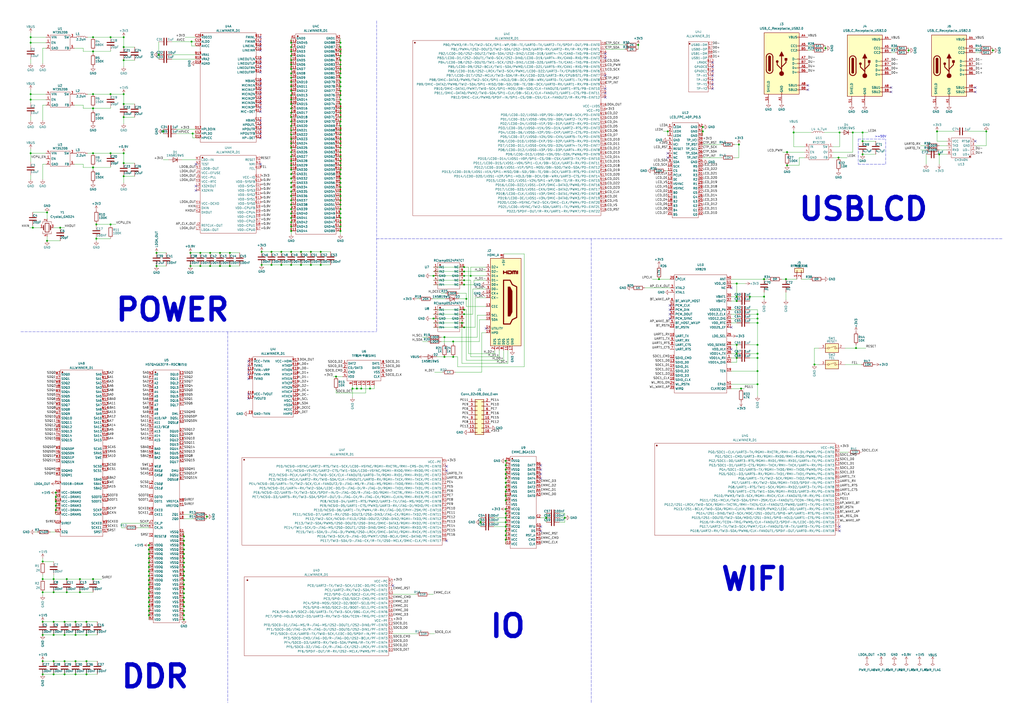
<source format=kicad_sch>
(kicad_sch (version 20211123) (generator eeschema)
  (paper "A2")
  (lib_symbols
    (symbol "Allwinner:ALLWINNER_D1"
      (property "Reference" "U" (at 0 32.385 0))
      (property "Value" "ALLWINNER_D1" (at 0.635 30.48 0))
      (symbol "ALLWINNER_D1_1_1"
        (pin passive line (at 19.05 -33.02 180) (length 2.54) (name "HP-DET") (number "A13"))
        (pin passive line (at 19.05 -17.78 180) (length 2.54) (name "MIC-DET") (number "A17"))
        (pin passive line (at 19.05 5.08 180) (length 2.54) (name "LINEOUTRP") (number "B14"))
        (pin passive line (at 19.05 10.16 180) (length 2.54) (name "LINEOUTLP") (number "B15"))
        (pin passive line (at 19.05 20.32 180) (length 2.54) (name "LINEINL") (number "B16"))
        (pin passive line (at 19.05 25.4 180) (length 2.54) (name "FMINL") (number "B17"))
        (pin passive line (at -18.415 12.7 0) (length 2.54) (name "VRA2") (number "B18"))
        (pin passive line (at -18.415 15.24 0) (length 2.54) (name "VRA1") (number "B19"))
        (pin passive line (at 19.05 7.62 180) (length 2.54) (name "LINEOUTRN") (number "C14"))
        (pin passive line (at 19.05 12.7 180) (length 2.54) (name "LINEOUTLN") (number "C15"))
        (pin passive line (at 19.05 17.78 180) (length 2.54) (name "LINEINR") (number "C16"))
        (pin passive line (at 19.05 22.86 180) (length 2.54) (name "FMINR") (number "C17"))
        (pin passive line (at -18.415 20.32 0) (length 2.54) (name "AVCC") (number "C18"))
        (pin passive line (at -18.415 22.86 0) (length 2.54) (name "ALDO") (number "C19"))
        (pin passive line (at -18.415 25.4 0) (length 2.54) (name "VDD33") (number "C20"))
        (pin passive line (at -18.415 -33.02 0) (length 2.54) (name "HPVCC") (number "D10"))
        (pin passive line (at -18.415 -27.94 0) (length 2.54) (name "HPLDOIN") (number "D12"))
        (pin passive line (at 19.05 -27.94 180) (length 2.54) (name "HPOUTR") (number "D13"))
        (pin passive line (at 19.05 -7.62 180) (length 2.54) (name "MICIN2N") (number "D15"))
        (pin passive line (at 19.05 -12.7 180) (length 2.54) (name "MICIN3N") (number "D16"))
        (pin passive line (at 19.05 -15.24 180) (length 2.54) (name "MICIN3P") (number "D17"))
        (pin passive line (at -18.415 10.16 0) (length 2.54) (name "AGND") (number "D18"))
        (pin passive line (at 19.05 -2.54 180) (length 2.54) (name "MICIN1N") (number "D19"))
        (pin passive line (at 19.05 -5.08 180) (length 2.54) (name "MICIN1P") (number "D20"))
        (pin passive line (at -18.415 -30.48 0) (length 2.54) (name "HPLDO") (number "E12"))
        (pin passive line (at 19.05 -30.48 180) (length 2.54) (name "HPOUTFB") (number "E13"))
        (pin passive line (at 19.05 -10.16 180) (length 2.54) (name "MICIN2P") (number "E15"))
        (pin passive line (at 19.05 0 180) (length 2.54) (name "MBIAS") (number "E16"))
        (pin passive line (at 19.05 -22.86 180) (length 2.54) (name "HBIAS") (number "E17"))
        (pin passive line (at 19.05 -25.4 180) (length 2.54) (name "HPOUTL") (number "F13"))
      )
      (symbol "ALLWINNER_D1_2_1"
        (pin passive line (at -14.605 -50.165 0) (length 2.54) (name "VCC-DRAM2") (number "N10"))
        (pin passive line (at -14.605 -45.085 0) (length 2.54) (name "VCC-DRAM0") (number "N8"))
        (pin passive line (at -14.605 -47.625 0) (length 2.54) (name "VCC-DRAM1") (number "N9"))
        (pin passive line (at -14.605 -57.785 0) (length 2.54) (name "VCC-DRAM5") (number "P10"))
        (pin passive line (at -14.605 -40.005 0) (length 2.54) (name "VDD18-DRAM") (number "P14"))
        (pin passive line (at -14.605 -52.705 0) (length 2.54) (name "VCC-DRAM3") (number "P8"))
        (pin passive line (at -14.605 -55.245 0) (length 2.54) (name "VCC-DRAM4") (number "P9"))
        (pin passive line (at 15.24 -29.845 180) (length 2.54) (name "SCS0") (number "R12"))
        (pin passive line (at 15.24 -32.385 180) (length 2.54) (name "SCS1") (number "R13"))
        (pin passive line (at 15.24 -9.525 180) (length 2.54) (name "SA13") (number "R15"))
        (pin passive line (at -14.605 -14.605 0) (length 2.54) (name "SDQ15") (number "R6"))
        (pin passive line (at -14.605 -9.525 0) (length 2.54) (name "SDQ13") (number "R7"))
        (pin passive line (at 15.24 -24.765 180) (length 2.54) (name "SWE") (number "R9"))
        (pin passive line (at 15.24 -55.245 180) (length 2.54) (name "SCKP") (number "T10"))
        (pin passive line (at 15.24 -47.625 180) (length 2.54) (name "SODT0") (number "T12"))
        (pin passive line (at 15.24 -14.605 180) (length 2.54) (name "SA15") (number "T15"))
        (pin passive line (at -14.605 -12.065 0) (length 2.54) (name "SDQ14") (number "T4"))
        (pin passive line (at -14.605 -4.445 0) (length 2.54) (name "SDQ11") (number "T6"))
        (pin passive line (at 15.24 -19.685 180) (length 2.54) (name "SCAS") (number "T9"))
        (pin passive line (at 15.24 -57.785 180) (length 2.54) (name "SCKN") (number "U10"))
        (pin passive line (at 15.24 -50.165 180) (length 2.54) (name "SODT1") (number "U12"))
        (pin passive line (at 15.24 15.875 180) (length 2.54) (name "SA3") (number "U13"))
        (pin passive line (at 15.24 13.335 180) (length 2.54) (name "SA4") (number "U15"))
        (pin passive line (at -14.605 -62.865 0) (length 2.54) (name "SVREF") (number "U16"))
        (pin passive line (at -14.605 -67.945 0) (length 2.54) (name "SZQ") (number "U17"))
        (pin passive line (at -14.605 3.175 0) (length 2.54) (name "SDQ8") (number "U4"))
        (pin passive line (at -14.605 -1.905 0) (length 2.54) (name "SDQ10") (number "U5"))
        (pin passive line (at -14.605 -6.985 0) (length 2.54) (name "SDQ12") (number "U6"))
        (pin passive line (at -14.605 0.635 0) (length 2.54) (name "SDQ9") (number "U7"))
        (pin passive line (at 15.24 -22.225 180) (length 2.54) (name "SRAS") (number "U9"))
        (pin passive line (at 15.24 -37.465 180) (length 2.54) (name "SBA0") (number "V10"))
        (pin passive line (at 15.24 10.795 180) (length 2.54) (name "SA5") (number "V11"))
        (pin passive line (at 15.24 23.495 180) (length 2.54) (name "SA0") (number "V13"))
        (pin passive line (at 15.24 18.415 180) (length 2.54) (name "SA2") (number "V14"))
        (pin passive line (at 15.24 -12.065 180) (length 2.54) (name "SA14") (number "V16"))
        (pin passive line (at -14.605 8.255 0) (length 2.54) (name "SDQ6") (number "V5"))
        (pin passive line (at -14.605 20.955 0) (length 2.54) (name "SDQ1") (number "V7"))
        (pin passive line (at -14.605 15.875 0) (length 2.54) (name "SDQ3") (number "V8"))
        (pin passive line (at 15.24 -40.005 180) (length 2.54) (name "SBA1") (number "W10"))
        (pin passive line (at 15.24 8.255 180) (length 2.54) (name "SA6") (number "W11"))
        (pin passive line (at 15.24 -1.905 180) (length 2.54) (name "SA10") (number "W12"))
        (pin passive line (at 15.24 20.955 180) (length 2.54) (name "SA1") (number "W13"))
        (pin passive line (at 15.24 3.175 180) (length 2.54) (name "SA8") (number "W14"))
        (pin passive line (at 15.24 -4.445 180) (length 2.54) (name "SA11") (number "W15"))
        (pin passive line (at 15.24 -6.985 180) (length 2.54) (name "SA12") (number "W16"))
        (pin passive line (at -14.605 -34.925 0) (length 2.54) (name "SDQM1") (number "W2"))
        (pin passive line (at -14.605 -24.765 0) (length 2.54) (name "SDQS1P") (number "W3"))
        (pin passive line (at -14.605 13.335 0) (length 2.54) (name "SDQ4") (number "W4"))
        (pin passive line (at -14.605 5.715 0) (length 2.54) (name "SDQ7") (number "W5"))
        (pin passive line (at -14.605 -19.685 0) (length 2.54) (name "SDQS0P") (number "W6"))
        (pin passive line (at -14.605 23.495 0) (length 2.54) (name "SDQ0") (number "W7"))
        (pin passive line (at -14.605 18.415 0) (length 2.54) (name "SDQ2") (number "W8"))
        (pin passive line (at 15.24 -62.865 180) (length 2.54) (name "SCKE0") (number "W9"))
        (pin passive line (at 15.24 -42.545 180) (length 2.54) (name "SBA2") (number "Y11"))
        (pin passive line (at 15.24 5.715 180) (length 2.54) (name "SA7") (number "Y13"))
        (pin passive line (at 15.24 0.635 180) (length 2.54) (name "SA9") (number "Y15"))
        (pin passive line (at 15.24 -67.945 180) (length 2.54) (name "SRST") (number "Y17"))
        (pin passive line (at -14.605 -27.305 0) (length 2.54) (name "SDQS1N") (number "Y3"))
        (pin passive line (at -14.605 10.795 0) (length 2.54) (name "SDQ5") (number "Y4"))
        (pin passive line (at -14.605 -22.225 0) (length 2.54) (name "SDQS0N") (number "Y6"))
        (pin passive line (at -14.605 -32.385 0) (length 2.54) (name "SDQM0") (number "Y8"))
        (pin passive line (at 15.24 -65.405 180) (length 2.54) (name "SCKE1") (number "Y9"))
      )
      (symbol "ALLWINNER_D1_3_1"
        (pin passive line (at -13.97 24.765 0) (length 2.54) (name "GND0") (number "A1"))
        (pin passive line (at -13.97 -0.635 0) (length 2.54) (name "GND10") (number "A15"))
        (pin passive line (at -13.97 -3.175 0) (length 2.54) (name "GND11") (number "A19"))
        (pin passive line (at 14.605 24.765 180) (length 2.54) (name "GND1") (number "A2"))
        (pin passive line (at -13.97 -5.715 0) (length 2.54) (name "GND12") (number "A20"))
        (pin passive line (at -13.97 -8.255 0) (length 2.54) (name "GND13") (number "B1"))
        (pin passive line (at -13.97 -10.795 0) (length 2.54) (name "GND14") (number "B10"))
        (pin passive line (at -13.97 -13.335 0) (length 2.54) (name "GND15") (number "B20"))
        (pin passive line (at -13.97 -20.955 0) (length 2.54) (name "GND18") (number "C10"))
        (pin passive line (at -13.97 -15.875 0) (length 2.54) (name "GND16") (number "C4"))
        (pin passive line (at -13.97 -18.415 0) (length 2.54) (name "GND17") (number "C8"))
        (pin passive line (at -13.97 -23.495 0) (length 2.54) (name "GND19") (number "E5"))
        (pin passive line (at -13.97 -28.575 0) (length 2.54) (name "GND21") (number "F12"))
        (pin passive line (at -13.97 -31.115 0) (length 2.54) (name "GND22") (number "F18"))
        (pin passive line (at -13.97 19.685 0) (length 2.54) (name "GND2") (number "F3"))
        (pin passive line (at -13.97 -26.035 0) (length 2.54) (name "GND20") (number "F9"))
        (pin passive line (at -13.97 -33.655 0) (length 2.54) (name "GND23") (number "G10"))
        (pin passive line (at -13.97 -36.195 0) (length 2.54) (name "GND24") (number "G11"))
        (pin passive line (at -13.97 -38.735 0) (length 2.54) (name "GND25") (number "G12"))
        (pin passive line (at -13.97 -41.275 0) (length 2.54) (name "GND26") (number "H1"))
        (pin passive line (at -13.97 -46.355 0) (length 2.54) (name "GND28") (number "H10"))
        (pin passive line (at -13.97 -48.895 0) (length 2.54) (name "GND29") (number "H11"))
        (pin passive line (at -13.97 17.145 0) (length 2.54) (name "GND3") (number "H12"))
        (pin passive line (at -13.97 -51.435 0) (length 2.54) (name "GND30") (number "H18"))
        (pin passive line (at -13.97 -43.815 0) (length 2.54) (name "GND27") (number "H2"))
        (pin passive line (at -13.97 -66.675 0) (length 2.54) (name "GND36") (number "J10"))
        (pin passive line (at -13.97 -69.215 0) (length 2.54) (name "GND37") (number "J11"))
        (pin passive line (at -13.97 -71.755 0) (length 2.54) (name "GND38") (number "J12"))
        (pin passive line (at -13.97 -53.975 0) (length 2.54) (name "GND31") (number "J3"))
        (pin passive line (at -13.97 -56.515 0) (length 2.54) (name "GND32") (number "J6"))
        (pin passive line (at -13.97 -59.055 0) (length 2.54) (name "GND33") (number "J7"))
        (pin passive line (at -13.97 -61.595 0) (length 2.54) (name "GND34") (number "J8"))
        (pin passive line (at -13.97 -64.135 0) (length 2.54) (name "GND35") (number "J9"))
        (pin passive line (at -13.97 -84.455 0) (length 2.54) (name "GND43") (number "K10"))
        (pin passive line (at -13.97 -86.995 0) (length 2.54) (name "GND44") (number "K11"))
        (pin passive line (at -13.97 22.225 0) (length 2.54) (name "GND45") (number "K12"))
        (pin passive line (at 14.605 -84.455 180) (length 2.54) (name "GND46") (number "K13"))
        (pin passive line (at 14.605 -81.915 180) (length 2.54) (name "GND47") (number "K14"))
        (pin passive line (at -13.97 -74.295 0) (length 2.54) (name "GND39") (number "K3"))
        (pin passive line (at -13.97 14.605 0) (length 2.54) (name "GND4") (number "K6"))
        (pin passive line (at -13.97 -76.835 0) (length 2.54) (name "GND40") (number "K7"))
        (pin passive line (at -13.97 -79.375 0) (length 2.54) (name "GND41") (number "K8"))
        (pin passive line (at -13.97 -81.915 0) (length 2.54) (name "GND42") (number "K9"))
        (pin passive line (at -13.97 12.065 0) (length 2.54) (name "GND5") (number "L10"))
        (pin passive line (at 14.605 -74.295 180) (length 2.54) (name "GND50") (number "L11"))
        (pin passive line (at 14.605 -71.755 180) (length 2.54) (name "GND51") (number "L12"))
        (pin passive line (at 14.605 -69.215 180) (length 2.54) (name "GND52") (number "L13"))
        (pin passive line (at 14.605 -66.675 180) (length 2.54) (name "GND53") (number "L14"))
        (pin passive line (at 14.605 -64.135 180) (length 2.54) (name "GND54") (number "L18"))
        (pin passive line (at 14.605 -79.375 180) (length 2.54) (name "GND48") (number "L8"))
        (pin passive line (at 14.605 -76.835 180) (length 2.54) (name "GND49") (number "L9"))
        (pin passive line (at 14.605 -51.435 180) (length 2.54) (name "GND59") (number "M10"))
        (pin passive line (at -13.97 9.525 0) (length 2.54) (name "GND6") (number "M11"))
        (pin passive line (at 14.605 -48.895 180) (length 2.54) (name "GND60") (number "M12"))
        (pin passive line (at 14.605 -46.355 180) (length 2.54) (name "GND61") (number "M13"))
        (pin passive line (at 14.605 -43.815 180) (length 2.54) (name "GND62") (number "M14"))
        (pin passive line (at 14.605 -61.595 180) (length 2.54) (name "GND55") (number "M3"))
        (pin passive line (at 14.605 -59.055 180) (length 2.54) (name "GND56") (number "M5"))
        (pin passive line (at 14.605 -56.515 180) (length 2.54) (name "GND57") (number "M8"))
        (pin passive line (at 14.605 -53.975 180) (length 2.54) (name "GND58") (number "M9"))
        (pin passive line (at 14.605 -41.275 180) (length 2.54) (name "GND63") (number "N11"))
        (pin passive line (at 14.605 -38.735 180) (length 2.54) (name "GND64") (number "N12"))
        (pin passive line (at 14.605 -36.195 180) (length 2.54) (name "GND65") (number "N13"))
        (pin passive line (at 14.605 -33.655 180) (length 2.54) (name "GND66") (number "N14"))
        (pin passive line (at 14.605 -31.115 180) (length 2.54) (name "GND67") (number "N15"))
        (pin passive line (at 14.605 -28.575 180) (length 2.54) (name "GND68") (number "N18"))
        (pin passive line (at -13.97 6.985 0) (length 2.54) (name "GND7") (number "P11"))
        (pin passive line (at 14.605 -23.495 180) (length 2.54) (name "GND70") (number "P12"))
        (pin passive line (at 14.605 -20.955 180) (length 2.54) (name "GND71") (number "P13"))
        (pin passive line (at 14.605 -26.035 180) (length 2.54) (name "GND69") (number "P7"))
        (pin passive line (at 14.605 -18.415 180) (length 2.54) (name "GND72") (number "R10"))
        (pin passive line (at 14.605 -15.875 180) (length 2.54) (name "GND73") (number "R18"))
        (pin passive line (at 14.605 -8.255 180) (length 2.54) (name "GND76") (number "T13"))
        (pin passive line (at 14.605 -13.335 180) (length 2.54) (name "GND74") (number "T5"))
        (pin passive line (at 14.605 -10.795 180) (length 2.54) (name "GND75") (number "T7"))
        (pin passive line (at 14.605 4.445 180) (length 2.54) (name "GND81") (number "V12"))
        (pin passive line (at 14.605 6.985 180) (length 2.54) (name "GND82") (number "V15"))
        (pin passive line (at 14.605 9.525 180) (length 2.54) (name "GND83") (number "V17"))
        (pin passive line (at 14.605 -5.715 180) (length 2.54) (name "GND77") (number "V2"))
        (pin passive line (at 14.605 -3.175 180) (length 2.54) (name "GND78") (number "V3"))
        (pin passive line (at 14.605 -0.635 180) (length 2.54) (name "GND79") (number "V4"))
        (pin passive line (at -13.97 4.445 0) (length 2.54) (name "GND8") (number "V6"))
        (pin passive line (at 14.605 1.905 180) (length 2.54) (name "GND80") (number "V9"))
        (pin passive line (at 14.605 12.065 180) (length 2.54) (name "GND84") (number "W1"))
        (pin passive line (at 14.605 14.605 180) (length 2.54) (name "GND85") (number "W17"))
        (pin passive line (at 14.605 17.145 180) (length 2.54) (name "GND86") (number "W20"))
        (pin passive line (at 14.605 19.685 180) (length 2.54) (name "GND87") (number "Y1"))
        (pin passive line (at 14.605 -86.995 180) (length 2.54) (name "GND89") (number "Y19"))
        (pin passive line (at 14.605 22.225 180) (length 2.54) (name "GND88") (number "Y2"))
        (pin passive line (at -13.97 1.905 0) (length 2.54) (name "GND9") (number "Y20"))
      )
      (symbol "ALLWINNER_D1_4_1"
        (pin passive line (at 41.91 -6.985 180) (length 2.54) (name "PF1/SDC0-D0/JTAG-DI/R-JTAG-DI/I2S2-DOUT0/I2S2-DIN1/PF-EINT1") (number "C1"))
        (pin passive line (at 41.91 -4.445 180) (length 2.54) (name "PF0/SDC0-D1/JTAG-MS/R-JTAG-MS/I2S2-DOUT1/I2S2-DIN0/PF-EINT0") (number "C2"))
        (pin passive line (at 41.91 -12.065 180) (length 2.54) (name "PF3/SDC0-CMD/JTAG-DO/R-JTAG-DO/I2S2-BCLK/PF-EINT3") (number "D1"))
        (pin passive line (at 41.91 -9.525 180) (length 2.54) (name "PF2/SDC0-CLK/UART0-TX/TWI0-SCK/LEDC-DO/SPDIF-IN/PF-EINT2") (number "D2"))
        (pin passive line (at 41.91 -19.685 180) (length 2.54) (name "PF6/SPDIF-OUT/IR-RX/I2S2-MCLK/PWM5/PF-EINT6") (number "D3"))
        (pin passive line (at 41.91 -17.145 180) (length 2.54) (name "PF5/SDC0-D2/JTAG-CK/R-JTAG-CK/I2S2-LRCK/PF-EINT5") (number "E2"))
        (pin passive line (at 41.91 -14.605 180) (length 2.54) (name "PF4/SDC0-D3/UART0-RX/TWI0-SDA/PWM6/IR-TX/PF-EINT4") (number "E3"))
        (pin passive line (at 41.91 15.875 180) (length 2.54) (name "PC1/UART2-RX/TWI2-SDA/PC-EINT1") (number "F1"))
        (pin passive line (at 41.91 18.415 180) (length 2.54) (name "PC0/UART2-TX/TWI2-SCK/LEDC-DO/PC-EINT0") (number "F2"))
        (pin passive line (at 41.91 -1.905 180) (length 2.54) (name "VCC-PF") (number "F4"))
        (pin passive line (at 41.91 5.715 180) (length 2.54) (name "PC5/SPI0-MISO/SDC2-D1/BOOT-SEL1/PC-EINT5") (number "F5"))
        (pin passive line (at 41.91 10.795 180) (length 2.54) (name "PC3/SPI0-CS0/SDC2-CMD/PC-EINT3") (number "G2"))
        (pin passive line (at 41.91 13.335 180) (length 2.54) (name "PC2/SPI0-CLK/SDC2-CLK/PC-EINT2") (number "G3"))
        (pin passive line (at 41.91 20.955 180) (length 2.54) (name "VCC-PC") (number "G4"))
        (pin passive line (at 41.91 0.635 180) (length 2.54) (name "PC7/SPI0-HOLD/SDC2-D3/UART3-RX/TWI3-SDA/TCON-TRIG/PC-EINT7") (number "G5"))
        (pin passive line (at 41.91 3.175 180) (length 2.54) (name "PC6/SPI0-WP/SDC2-D0/UART3-TX/TWI3-SCK/DBG-CLK/PC-EINT6") (number "G6"))
        (pin passive line (at 41.91 8.255 180) (length 2.54) (name "PC4/SPI0-MOSI/SDC2-D2/BOOT-SEL0/PC-EINT4") (number "H3"))
      )
      (symbol "ALLWINNER_D1_5_1"
        (pin passive line (at 43.18 -3.175 180) (length 2.54) (name "PB11/DMIC-DATA0/PWM2/TWI0-SDA/SPI1-CLK/DBI-SCLK/CLK-FANOUT1/UART1-CTS/PB-EINT11") (number "F15"))
        (pin passive line (at 43.18 -5.715 180) (length 2.54) (name "PB12/DMIC-CLK/PWM0/SPDIF-IN/SPI1-CS/DBI-CSX/CLK-FANOUT2/IR-RX/PB-EINT12") (number "F16"))
        (pin passive line (at 43.18 -0.635 180) (length 2.54) (name "PB10/DMIC-DATA1/PWM7/TWI0-SCK/SPI1-MOSI/DBI-SDO/CLK-FANOUT0/UART1-RTS/PB-EINT10") (number "F17"))
        (pin passive line (at 43.18 4.445 180) (length 2.54) (name "PB8/DMIC-DATA3/PWM5/TWI2-SCK/SPI1-HOLD/DBI-DCX/DBI-WRX/UART0-TX/UART1-TX/PB-EINT8") (number "G15"))
        (pin passive line (at 43.18 1.905 180) (length 2.54) (name "PB9/DMIC-DATA2/PWM6/TWI2-SDA/SPI1-MISO/DBI-SDI/DBI-TE/DBI-DCX/UART0-RX/UART1-RX/PB-EINT9") (number "G16"))
        (pin passive line (at 43.18 6.985 180) (length 2.54) (name "PB7/LCD0-D17/I2S2-MCLK/TWI3-SDA/IR-RX/LCD0-D23/UART3-RX/CPUBIST1/PB-EINT7") (number "J15"))
        (pin passive line (at 43.18 24.765 180) (length 2.54) (name "PB0/PWM3/IR-TX/TWI2-SCK/SPI1-WP/DBI-TE/UART0-TX/UART2-TX/SPDIF-OUT/PB-EINT0") (number "J16"))
        (pin passive line (at 43.18 22.225 180) (length 2.54) (name "PB1/PWM4/I2S2-DOUT3/TWI2-SDA/I2S2-DIN3/UART0-RX/UART2-RX/IR-RX/PB-EINT1") (number "J17"))
        (pin passive line (at 43.18 12.065 180) (length 2.54) (name "PB5/LCD0-D9/I2S2-BCLK/TWI1-SDA/PWM0/LCD0-D21/UART5-RX/CAN1-RX0/PB-EINT5") (number "K15"))
        (pin passive line (at 43.18 14.605 180) (length 2.54) (name "PB4/LCD0-D8/I2S2-DOUT0/TWI1-SCK/I2S2-DIN1/LCD0-D20/UART5-TX/CAN1-TX0/PB-EINT4") (number "K16"))
        (pin passive line (at 43.18 9.525 180) (length 2.54) (name "PB6/LCD0-D16/I2S2-LRCK/TWI3-SCK/PWM1/LCD0-D22/UART3-TX/CPUBIST0/PB-EINT6") (number "K17"))
        (pin passive line (at 43.18 17.145 180) (length 2.54) (name "PB3/LCD0-D1/I2S2-DOUT1/TWI0-SCK/I2S2-DIN0/LCD0-D19/UART4-RX/CAN0-RX0/PB-EINT3") (number "M15"))
        (pin passive line (at 43.18 19.685 180) (length 2.54) (name "PB2/LCD0-D0/I2S2-DOUT2/TWI0-SDA/I2S2-DIN2/LCD0-D18/UART4-TX/CAN0-TX0/PB-EINT2") (number "M16"))
        (pin passive line (at 43.18 -64.135 180) (length 2.54) (name "PD19/LCD0-DE/LVDS1-V3N/DMIC-DATA0/PWM3/PD-EINT19") (number "M18"))
        (pin passive line (at 43.18 -61.595 180) (length 2.54) (name "PD18/LCD0-CLK/LVDS1-V3P/DMIC-DATA1/PWM2/PD-EINT18") (number "M19"))
        (pin passive line (at 43.18 -53.975 180) (length 2.54) (name "PD15/LCD0-D21/LVDS1-V2N/SPI1-WP/DBI-TE/IR-RX/PD-EINT15") (number "N16"))
        (pin passive line (at 43.18 -51.435 180) (length 2.54) (name "PD14/LCD0-D20/LVDS1-V2P/SPI1-HOLD/DBI-DCX/DBI-WRX/UART3-CTS/PD-EINT14") (number "N17"))
        (pin passive line (at 43.18 -59.055 180) (length 2.54) (name "PD17/LCD0-D23/LVDS1-CKN/DMIC-DATA2/PWM1/PD-EINT17") (number "N19"))
        (pin passive line (at 43.18 -56.515 180) (length 2.54) (name "PD16/LCD0-D22/LVDS1-CKP/DMIC-DATA3/PWM0/PD-EINT16") (number "N20"))
        (pin passive line (at 43.18 -48.895 180) (length 2.54) (name "PD13/LCD0-D19/LVDS1-V1N/SPI1-MISO/DBI-SDI/DBI-TE/DBI-DCX/UART3-RTS/PD-EINT13") (number "P18"))
        (pin passive line (at 43.18 -46.355 180) (length 2.54) (name "PD12/LCD0-D18/LVDS1-V1P/SPI1-MOSI/DBI-SDO/TWI0-SDA/PD-EINT12") (number "P19"))
        (pin passive line (at 43.18 -10.795 180) (length 2.54) (name "VCC-LVDS") (number "R16"))
        (pin passive line (at 43.18 -43.815 180) (length 2.54) (name "PD11/LCD0-D15/LVDS1-V0N/SPI1-CLK/DBI-SCLK/UART3-RX/PD-EINT11") (number "R17"))
        (pin passive line (at 43.18 -38.735 180) (length 2.54) (name "PD9/LCD0-D13/LVDS0-V3N/DSI-D3N/PWM6/PD-EINT9") (number "R19"))
        (pin passive line (at 43.18 -36.195 180) (length 2.54) (name "PD8/LCD0-D12/LVDS0-V3P/DSI-D3P/UART4-RX/PD-EINT8") (number "R20"))
        (pin passive line (at 43.18 -13.335 180) (length 2.54) (name "VCC-PD") (number "T16"))
        (pin passive line (at 43.18 -41.275 180) (length 2.54) (name "PD10/LCD0-D14/LVDS1-V0P/SPI1-CS/DBI-CSX/UART3-TX/PD-EINT10") (number "T17"))
        (pin passive line (at 43.18 -33.655 180) (length 2.54) (name "PD7/LCD0-D11/LVDS0-CKN/DSI-D2N/UART4-TX/PD-EINT7") (number "T18"))
        (pin passive line (at 43.18 -31.115 180) (length 2.54) (name "PD6/LCD0-D10/LVDS0-CKP/DSI-D2P/UART5-RX/PD-EINT6") (number "T19"))
        (pin passive line (at 43.18 -28.575 180) (length 2.54) (name "PD5/LCD0-D7/LVDS0-V2N/DSI-CKN/UART5-TX/PD-EINT5") (number "U18"))
        (pin passive line (at 43.18 -26.035 180) (length 2.54) (name "PD4/LCD0-D6/LVDS0-V2P/DSI-CKP/UART2-CTS/PD-EINT4") (number "U19"))
        (pin passive line (at 43.18 -23.495 180) (length 2.54) (name "PD3/LCD0-D5/LVDS0-V1N/DSI-D1N/UART2-RTS/PD-EINT3") (number "U20"))
        (pin passive line (at 43.18 -69.215 180) (length 2.54) (name "PD21/LCD0-VSYNC/TWI2-SDA/UART1-TX/PWM5/PD-EINT21") (number "V18"))
        (pin passive line (at 43.18 -20.955 180) (length 2.54) (name "PD2/LCD0-D4/LVDS0-V1P/DSI-D1P/UART2-RX/PD-EINT2") (number "V19"))
        (pin passive line (at 43.18 -18.415 180) (length 2.54) (name "PD1/LCD0-D3/LVDS0-V0N/DSI-D0N/UART2-TX/PD-EINT1") (number "V20"))
        (pin passive line (at 43.18 -66.675 180) (length 2.54) (name "PD20/LCD0-HSYNC/TWI2-SCK/DMIC-CLK/PWM4/PD-EINT20") (number "W18"))
        (pin passive line (at 43.18 -15.875 180) (length 2.54) (name "PD0/LCD0-D2/LVDS0-V0P/DSI-D0P/TWI0-SCK/PD-EINT0") (number "W19"))
        (pin passive line (at 43.18 -71.755 180) (length 2.54) (name "PD22/SPDIF-OUT/IR-RX/UART1-RX/PWM7/PD-EINT22") (number "Y18"))
      )
      (symbol "ALLWINNER_D1_6_1"
        (pin passive line (at 51.435 23.495 180) (length 2.54) (name "VCC-PE") (number "M4"))
        (pin passive line (at 51.435 -22.225 180) (length 2.54) (name "PE17/TWI3-SDA/D-JTAG-CK/IR-TX/I2S0-MCLK/DMIC-CLK/PE-EINT17") (number "M6"))
        (pin passive line (at 51.435 -6.985 180) (length 2.54) (name "PE11/NCSI0-D7/UART1-RX/I2S0-DOUT3/I2S0-DIN3/JTAG-CK/RGMII-TXD2/PE-EINT11") (number "N1"))
        (pin passive line (at 51.435 -14.605 180) (length 2.54) (name "PE14/TWI1-SCK/D-JTAG-MS/I2S0-DOUT1/I2S0-DIN0/DMIC-DATA2/RGMII-RXD3/PE-EINT14") (number "N4"))
        (pin passive line (at 51.435 -17.145 180) (length 2.54) (name "PE15/TWI1-SDA/D-JTAG-DI/PWM6/I2S0-LRCK/DMIC-DATA1/RGMII-RXCK/PE-EINT15") (number "N5"))
        (pin passive line (at 51.435 -19.685 180) (length 2.54) (name "PE16/TWI3-SCK/D-JTAG-DO/PWM7/I2S0-BCLK/DMIC-DATA0/PE-EINT16") (number "N6"))
        (pin passive line (at 51.435 -1.905 180) (length 2.54) (name "PE9/NCSI0-D5/UART1-CTS/PWM3/UART3-RX/JTAG-DI/MDIO/PE-EINT9") (number "P2"))
        (pin passive line (at 51.435 -4.445 180) (length 2.54) (name "PE10/NCSI0-D6/UART1-TX/PWM4/IR-RX/JTAG-DO/EPHY-25M/PE-EINT10") (number "P3"))
        (pin passive line (at 51.435 5.715 180) (length 2.54) (name "PE6/NCSI0-D2/UART5-TX/TWI3-SCK/SPDIF-IN/D-JTAG-DO/R-JTAG-DO/RGMII-TXCTRL/RMII-TXEN/PE-EINT6") (number "R1"))
        (pin passive line (at 51.435 3.175 180) (length 2.54) (name "PE7/NCSI0-D3/UART5-RX/TWI3-SDA/SPDIF-OUT/D-JTAG-CK/R-JTAG-CK/RGMII-CLKIN/RMII-RXER/PE-EINT7") (number "R2"))
        (pin passive line (at 51.435 0.635 180) (length 2.54) (name "PE8/NCSI0-D4/UART1-RTS/PWM2/UART3-TX/JTAG-MS/MDC/PE-EINT8") (number "R3"))
        (pin passive line (at 51.435 -12.065 180) (length 2.54) (name "PE13/TWI2-SDA/PWM5/I2S0-DOUT0/I2S0-DIN1/DMIC-DATA3/RGMII-RXD2/PE-EINT13") (number "R4"))
        (pin passive line (at 51.435 -9.525 180) (length 2.54) (name "PE12/TWI2-SCK/NCSI0-FIELD/I2S0-DOUT2/I2S0-DIN2/RGMII-TXD3/PE-EINT12") (number "R5"))
        (pin passive line (at 51.435 10.795 180) (length 2.54) (name "PE4/NCSI0-D0/UART4-TX/TWI2-SCK/CLK-FANOUT2/D-JTAG-MS/R-JTAG-MS/RGMII-TXD0/RMII-TXD0/PE-EINT4") (number "T2"))
        (pin passive line (at 51.435 8.255 180) (length 2.54) (name "PE5/NCSI0-D1/UART4-RX/TWI2-SDA/LEDC-DO/D-JTAG-DI/R-JTAG-DI/RGMII-TXD1/RMII-TXD1/PE-EINT5") (number "T3"))
        (pin passive line (at 51.435 18.415 180) (length 2.54) (name "PE1/NCSI0-VSYNC/UART2-CTS/TWI1-SDA/LCD0-VSYNC/RGMII-RXD0/RMII-RXD0/PE-EINT1") (number "U1"))
        (pin passive line (at 51.435 15.875 180) (length 2.54) (name "PE2/NCSI0-PCLK/UART2-TX/TWI0-SCK/CLK-FANOUT0/UART0-TX/RGMII-RXD1/RMII-RXD1/PE-EINT2") (number "U2"))
        (pin passive line (at 51.435 13.335 180) (length 2.54) (name "PE3/NCSI0-MCLK/UART2-RX/TWI0-SDA/CLK-FANOUT1/UART0-RX/RGMII-TXCK/RMII-TXCK/PE-EINT3") (number "U3"))
        (pin passive line (at 51.435 20.955 180) (length 2.54) (name "PE0/NCSI0-HSYNC/UART2-RTS/TWI1-SCK/LCD0-HSYNC/RGMII-RXCTRL/RMII-CRS-DV/PE-EINT0") (number "V1"))
      )
      (symbol "ALLWINNER_D1_7_1"
        (pin passive line (at 53.34 13.335 180) (length 2.54) (name "PG2/SDC1-D0/UART3-RTS/RGMII-RXD1/RMII-RXD1/UART4-TX/PG-EINT2") (number "A3"))
        (pin passive line (at 53.34 8.255 180) (length 2.54) (name "PG4/SDC1-D2/UART5-TX/RGMII-TXD0/RMII-TXD0/PWM5/PG-EINT4") (number "A4"))
        (pin passive line (at 53.34 -1.905 180) (length 2.54) (name "PG8/UART1-RTS/TWI1-SCK/RGMII-RXD2/UART3-TX/PG-EINT8") (number "A6"))
        (pin passive line (at 53.34 18.415 180) (length 2.54) (name "PG0/SDC1-CLK/UART3-TX/RGMII-RXCTRL/RMII-CRS-DV/PWM7/PG-EINT0") (number "B2"))
        (pin passive line (at 53.34 15.875 180) (length 2.54) (name "PG1/SDC1-CMD/UART3-RX/RGMII-RXD0/RMII-RXD0/PWM6/PG-EINT1") (number "B3"))
        (pin passive line (at 53.34 5.715 180) (length 2.54) (name "PG5/SDC1-D3/UART5-RX/RGMII-TXD1/RMII-TXD1/PWM4/PG-EINT5") (number "B4"))
        (pin passive line (at 53.34 3.175 180) (length 2.54) (name "PG6/UART1-TX/TWI2-SCK/RGMII-TXD2/PWM1/PG-EINT6") (number "B5"))
        (pin passive line (at 53.34 -4.445 180) (length 2.54) (name "PG9/UART1-CTS/TWI1-SDA/RGMII-RXD3/UART3-RX/PG-EINT9") (number "B6"))
        (pin passive line (at 53.34 10.795 180) (length 2.54) (name "PG3/SDC1-D1/UART3-CTS/RGMII-TXCK/RMII-TXCK/UART4-RX/PG-EINT3") (number "C3"))
        (pin passive line (at 53.34 0.635 180) (length 2.54) (name "PG7/UART1-RX/TWI2-SDA/RGMII-TXD3/SPDIF-IN/PG-EINT7") (number "C5"))
        (pin passive line (at 53.34 -6.985 180) (length 2.54) (name "PG10/PWM3/TWI3-SCK/RGMII-RXCK/CLK-FANOUT0/IR-RX/PG-EINT10") (number "C6"))
        (pin passive line (at 53.34 -9.525 180) (length 2.54) (name "PG11/I2S1-MCLK/TWI3-SDA/EPHY-25M/CLK-FANOUT1/TCON-TRIG/PG-EINT11") (number "D4"))
        (pin passive line (at 53.34 -12.065 180) (length 2.54) (name "PG12/I2S1-LRCK/TWI0-SCK/RGMII-TXCTRL/RMII-TXEN/CLK-FANOUT2/PWM0/UART1-TX/PG-EINT12") (number "D5"))
        (pin passive line (at 53.34 -14.605 180) (length 2.54) (name "PG13/I2S1-BCLK/TWI0-SDA/RGMII-CLKIN/RMII-RXER/PWM2/LEDC-DO/UART1-RX/PG-EINT13") (number "D6"))
        (pin passive line (at 53.34 -27.305 180) (length 2.54) (name "PG18/UART2-RX/TWI3-SDA/PWM6/CLK-FANOUT1/SPDIF-OUT/UART0-RX/PG-EINT18") (number "D7"))
        (pin passive line (at 53.34 20.955 180) (length 2.54) (name "VCC-PG") (number "E4"))
        (pin passive line (at 53.34 -17.145 180) (length 2.54) (name "PG14/I2S1-DIN0/TWI2-SCK/MDC/I2S1-DOUT1/SPI0-WP/UART1-RTS/PG-EINT14") (number "E6"))
        (pin passive line (at 53.34 -24.765 180) (length 2.54) (name "PG17/UART2-TX/TWI3-SCK/PWM7/CLK-FANOUT0/IR-TX/UART0-TX/PG-EINT17") (number "E7"))
        (pin passive line (at 53.34 -19.685 180) (length 2.54) (name "PG15/I2S1-DOUT0/TWI2-SDA/MDIO/I2S1-DIN1/SPI0-HOLD/UART1-CTS/PG-EINT15") (number "F6"))
        (pin passive line (at 53.34 -22.225 180) (length 2.54) (name "PG16/IR-RX/TCON-TRIG/PWM5/CLK-FANOUT2/SPDIF-IN/LEDC-DO/PG-EINT16") (number "F7"))
      )
      (symbol "ALLWINNER_D1_8_1"
        (pin passive line (at 19.05 18.415 180) (length 2.54) (name "FEL") (number "A18"))
        (pin passive line (at 19.05 10.795 180) (length 2.54) (name "VDD-SYSFB") (number "G13"))
        (pin passive line (at 19.05 -1.905 180) (length 2.54) (name "VDD-SYS0") (number "G14"))
        (pin passive line (at 19.05 13.335 180) (length 2.54) (name "VCC-IO") (number "G17"))
        (pin passive line (at 19.05 -17.145 180) (length 2.54) (name "VDD-CPU0") (number "G7"))
        (pin passive line (at 19.05 -14.605 180) (length 2.54) (name "VDD-CPU1") (number "G8"))
        (pin passive line (at 19.05 -4.445 180) (length 2.54) (name "VDD-CPUFB") (number "G9"))
        (pin passive line (at 19.05 0.635 180) (length 2.54) (name "VDD-SYS1") (number "H13"))
        (pin passive line (at 19.05 3.175 180) (length 2.54) (name "VDD-SYS2") (number "H14"))
        (pin passive line (at 19.05 -12.065 180) (length 2.54) (name "VDD-CPU2") (number "H7"))
        (pin passive line (at 19.05 -9.525 180) (length 2.54) (name "VDD-CPU3") (number "H8"))
        (pin passive line (at 19.05 -6.985 180) (length 2.54) (name "VDD-CPU4") (number "H9"))
        (pin passive line (at 19.05 5.715 180) (length 2.54) (name "VDD-SYS3") (number "J13"))
        (pin passive line (at 19.05 8.255 180) (length 2.54) (name "VDD-SYS4") (number "J14"))
        (pin passive line (at -18.415 -14.605 0) (length 2.54) (name "REFCLK-OUT") (number "J2"))
        (pin passive line (at -18.415 15.875 0) (length 2.54) (name "VCC-EFUSE") (number "J4"))
        (pin passive line (at -18.415 13.335 0) (length 2.54) (name "VCC-PLL") (number "J5"))
        (pin passive line (at -18.415 -4.445 0) (length 2.54) (name "DXIN") (number "K1"))
        (pin passive line (at -18.415 -6.985 0) (length 2.54) (name "DXOUT") (number "K2"))
        (pin passive line (at -18.415 -1.905 0) (length 2.54) (name "VCC-DCXO") (number "K4"))
        (pin passive line (at -18.415 10.795 0) (length 2.54) (name "VCC-RTC") (number "K5"))
        (pin passive line (at -18.415 5.715 0) (length 2.54) (name "X32KIN") (number "L2"))
        (pin passive line (at -18.415 8.255 0) (length 2.54) (name "X32KOUT") (number "L3"))
        (pin passive line (at -18.415 -17.145 0) (length 2.54) (name "LDOA-OUT") (number "L7"))
        (pin passive line (at 19.05 23.495 180) (length 2.54) (name "RESET") (number "M2"))
        (pin passive line (at -18.415 23.495 0) (length 2.54) (name "LDO-IN") (number "M7"))
        (pin passive line (at -18.415 20.955 0) (length 2.54) (name "TEST") (number "N2"))
        (pin passive line (at 19.05 20.955 180) (length 2.54) (name "NMI") (number "N3"))
        (pin passive line (at -18.415 18.415 0) (length 2.54) (name "LDOB-OUT") (number "N7"))
      )
      (symbol "ALLWINNER_D1_9_1"
        (pin passive line (at -13.97 12.7 0) (length 2.54) (name "TVIN0") (number "B9"))
        (pin passive line (at -13.97 20.32 0) (length 2.54) (name "TVIN1") (number "C9"))
        (pin passive line (at -13.97 22.86 0) (length 2.54) (name "VCC-TVIN") (number "D9"))
        (pin passive line (at -13.97 17.78 0) (length 2.54) (name "TVIN-VRP") (number "E10"))
        (pin passive line (at -13.97 3.81 0) (length 2.54) (name "VCC-TVOUT") (number "E18"))
        (pin passive line (at -13.97 1.27 0) (length 2.54) (name "TVOUT0") (number "E19"))
        (pin passive line (at -13.97 -7.62 0) (length 2.54) (name "GND-TVIN") (number "E9"))
        (pin passive line (at -13.97 15.24 0) (length 2.54) (name "TVIN-VRN") (number "F10"))
        (pin passive line (at 14.605 -5.08 180) (length 2.54) (name "HCEC") (number "F19"))
        (pin passive line (at 14.605 -7.62 180) (length 2.54) (name "HHPD") (number "F20"))
        (pin passive line (at 14.605 -2.54 180) (length 2.54) (name "HSDA") (number "G18"))
        (pin passive line (at 14.605 0 180) (length 2.54) (name "HSCL") (number "G19"))
        (pin passive line (at 14.605 10.16 180) (length 2.54) (name "HTX2P") (number "H19"))
        (pin passive line (at 14.605 7.62 180) (length 2.54) (name "HTX2N") (number "H20"))
        (pin passive line (at 14.605 15.24 180) (length 2.54) (name "HTX1P") (number "J18"))
        (pin passive line (at 14.605 12.7 180) (length 2.54) (name "HTX1N") (number "J19"))
        (pin passive line (at 14.605 20.32 180) (length 2.54) (name "HTX0P") (number "K18"))
        (pin passive line (at 14.605 17.78 180) (length 2.54) (name "HTX0N") (number "K19"))
        (pin passive line (at 14.605 5.08 180) (length 2.54) (name "HTXCP") (number "L19"))
        (pin passive line (at 14.605 2.54 180) (length 2.54) (name "HTXCN") (number "L20"))
        (pin passive line (at 14.605 22.86 180) (length 2.54) (name "VCC-HDMI") (number "M17"))
      )
      (symbol "ALLWINNER_D1_10_1"
        (pin passive line (at 7.62 4.445 180) (length 2.54) (name "TP-X2") (number "A11"))
        (pin passive line (at 7.62 17.145 180) (length 2.54) (name "USB1-DP") (number "A8"))
        (pin passive line (at 7.62 1.905 180) (length 2.54) (name "TP-Y1") (number "B11"))
        (pin passive line (at 7.62 14.605 180) (length 2.54) (name "LRADC") (number "B12"))
        (pin passive line (at 7.62 9.525 180) (length 2.54) (name "GPADC1") (number "B13"))
        (pin passive line (at 7.62 22.225 180) (length 2.54) (name "USB0-DP") (number "B7"))
        (pin passive line (at 7.62 19.685 180) (length 2.54) (name "USB1-DM") (number "B8"))
        (pin passive line (at 7.62 -0.635 180) (length 2.54) (name "TP-Y2") (number "C11"))
        (pin passive line (at 7.62 6.985 180) (length 2.54) (name "TP-X1") (number "C12"))
        (pin passive line (at 7.62 12.065 180) (length 2.54) (name "GPADC0") (number "C13"))
        (pin passive line (at 7.62 24.765 180) (length 2.54) (name "USB0-DM") (number "C7"))
      )
    )
    (symbol "Allwinner:CH340N"
      (property "Reference" "U" (at 0 8.255 0))
      (property "Value" "CH340N" (at 0 6.35 0))
      (symbol "CH340N_1_1"
        (pin passive line (at -8.255 3.175 0) (length 2.54) (name "UD+") (number "1"))
        (pin passive line (at -8.255 0.635 0) (length 2.54) (name "UD-") (number "2"))
        (pin passive line (at -8.255 -1.905 0) (length 2.54) (name "GND") (number "3"))
        (pin passive line (at -8.255 -4.445 0) (length 2.54) (name "RTS#") (number "4"))
        (pin passive line (at 8.255 -4.445 180) (length 2.54) (name "VCC") (number "5"))
        (pin passive line (at 8.255 -1.905 180) (length 2.54) (name "TXD") (number "6"))
        (pin passive line (at 8.255 0.635 180) (length 2.54) (name "RXD") (number "7"))
        (pin passive line (at 8.255 3.175 180) (length 2.54) (name "V3") (number "8"))
      )
    )
    (symbol "Allwinner:EMMC_BGA153"
      (property "Reference" "U" (at 0 9.525 0))
      (property "Value" "EMMC_BGA153" (at 0 7.62 0))
      (symbol "EMMC_BGA153_1_1"
        (pin passive line (at 10.16 -17.145 180) (length 2.54) (name "DAT0") (number "A3"))
        (pin passive line (at 10.16 -14.605 180) (length 2.54) (name "DAT1") (number "A4"))
        (pin passive line (at 10.16 -12.065 180) (length 2.54) (name "DAT2") (number "A5"))
        (pin passive line (at -10.16 -12.065 0) (length 2.54) (name "VSS") (number "A6"))
        (pin passive line (at 10.16 -9.525 180) (length 2.54) (name "DAT3") (number "B2"))
        (pin passive line (at 10.16 -6.985 180) (length 2.54) (name "DAT4") (number "B3"))
        (pin passive line (at 10.16 -4.445 180) (length 2.54) (name "DAT5") (number "B4"))
        (pin passive line (at 10.16 -1.905 180) (length 2.54) (name "DAT6") (number "B5"))
        (pin passive line (at 10.16 0.635 180) (length 2.54) (name "DAT7") (number "B6"))
        (pin passive line (at 10.16 -29.845 180) (length 2.54) (name "VDDI") (number "C2"))
        (pin passive line (at -10.16 -6.985 0) (length 2.54) (name "VSSQ") (number "C4"))
        (pin passive line (at -10.16 -24.765 0) (length 2.54) (name "VCCQ") (number "C6"))
        (pin passive line (at -10.16 -42.545 0) (length 2.54) (name "VCC") (number "E6"))
        (pin passive line (at -10.16 -22.225 0) (length 2.54) (name "VSS") (number "E7"))
        (pin passive line (at -10.16 -40.005 0) (length 2.54) (name "VCC") (number "F5"))
        (pin passive line (at 10.16 -34.925 180) (length 2.54) (name "RFU") (number "G3"))
        (pin passive line (at -10.16 -19.685 0) (length 2.54) (name "VSS") (number "G5"))
        (pin passive line (at -10.16 -17.145 0) (length 2.54) (name "VSS") (number "H10"))
        (pin passive line (at 10.16 -37.465 180) (length 2.54) (name "DS") (number "H5"))
        (pin passive line (at -10.16 -45.085 0) (length 2.54) (name "VCC") (number "J10"))
        (pin passive line (at -10.16 -9.525 0) (length 2.54) (name "VSS") (number "J5"))
        (pin passive line (at 10.16 -40.005 180) (length 2.54) (name "RST_n") (number "K5"))
        (pin passive line (at -10.16 -14.605 0) (length 2.54) (name "VSS") (number "K8"))
        (pin passive line (at -10.16 -37.465 0) (length 2.54) (name "VCC") (number "K9"))
        (pin passive line (at -10.16 -34.925 0) (length 2.54) (name "VCCQ") (number "M4"))
        (pin passive line (at 10.16 -42.545 180) (length 2.54) (name "CMD") (number "M5"))
        (pin passive line (at 10.16 -45.085 180) (length 2.54) (name "CLK") (number "M6"))
        (pin passive line (at -10.16 -4.445 0) (length 2.54) (name "VSSQ") (number "N2"))
        (pin passive line (at -10.16 -32.385 0) (length 2.54) (name "VCCQ") (number "N4"))
        (pin passive line (at -10.16 -1.905 0) (length 2.54) (name "VSSQ") (number "N5"))
        (pin passive line (at -10.16 -29.845 0) (length 2.54) (name "VCCQ") (number "P3"))
        (pin passive line (at -10.16 0.635 0) (length 2.54) (name "VSSQ") (number "P4"))
        (pin passive line (at -10.16 -27.305 0) (length 2.54) (name "VCCQ") (number "P5"))
        (pin passive line (at -10.16 3.175 0) (length 2.54) (name "VSSQ") (number "P6"))
      )
    )
    (symbol "Allwinner:H5TQ4G63EFR-RDC海力士"
      (property "Reference" "U" (at 0 17.78 0))
      (property "Value" "H5TQ4G63EFR-RDC海力士" (at 0 15.875 0))
      (symbol "H5TQ4G63EFR-RDC海力士_1_1"
        (pin passive line (at -10.16 -88.265 0) (length 2.54) (name "VDDQ") (number "A1"))
        (pin passive line (at 10.16 -34.925 180) (length 2.54) (name "DQU5") (number "A2"))
        (pin passive line (at 10.16 -40.005 180) (length 2.54) (name "DQU7") (number "A3"))
        (pin passive line (at 10.16 -32.385 180) (length 2.54) (name "DQU4") (number "A7"))
        (pin passive line (at -10.16 -90.805 0) (length 2.54) (name "VDDQ") (number "A8"))
        (pin passive line (at 10.16 -103.505 180) (length 2.54) (name "VSS") (number "A9"))
        (pin passive line (at 10.16 -85.725 180) (length 2.54) (name "VSSQ") (number "B1"))
        (pin passive line (at -10.16 -131.445 0) (length 2.54) (name "VDD") (number "B2"))
        (pin passive line (at 10.16 -106.045 180) (length 2.54) (name "VSS") (number "B3"))
        (pin passive line (at 10.16 -50.165 180) (length 2.54) (name "DQSU#") (number "B7"))
        (pin passive line (at 10.16 -37.465 180) (length 2.54) (name "DQU6") (number "B8"))
        (pin passive line (at 10.16 -88.265 180) (length 2.54) (name "VSSQ") (number "B9"))
        (pin passive line (at -10.16 -98.425 0) (length 2.54) (name "VDDQ") (number "C1"))
        (pin passive line (at 10.16 -29.845 180) (length 2.54) (name "DQU3") (number "C2"))
        (pin passive line (at 10.16 -24.765 180) (length 2.54) (name "DQU1") (number "C3"))
        (pin passive line (at 10.16 -47.625 180) (length 2.54) (name "DQSU") (number "C7"))
        (pin passive line (at 10.16 -27.305 180) (length 2.54) (name "DQU2") (number "C8"))
        (pin passive line (at -10.16 -95.885 0) (length 2.54) (name "VDDQ") (number "C9"))
        (pin passive line (at 10.16 -90.805 180) (length 2.54) (name "VSSQ") (number "D1"))
        (pin passive line (at -10.16 -93.345 0) (length 2.54) (name "VDDQ") (number "D2"))
        (pin passive line (at 10.16 -45.085 180) (length 2.54) (name "DMU") (number "D3"))
        (pin passive line (at 10.16 -22.225 180) (length 2.54) (name "DQU0") (number "D7"))
        (pin passive line (at 10.16 -93.345 180) (length 2.54) (name "VSSQ") (number "D8"))
        (pin passive line (at -10.16 -128.905 0) (length 2.54) (name "VDD") (number "D9"))
        (pin passive line (at 10.16 -116.205 180) (length 2.54) (name "VSS") (number "E1"))
        (pin passive line (at 10.16 -98.425 180) (length 2.54) (name "VSSQ") (number "E2"))
        (pin passive line (at 10.16 10.795 180) (length 2.54) (name "DQL0") (number "E3"))
        (pin passive line (at 10.16 -12.065 180) (length 2.54) (name "DML") (number "E7"))
        (pin passive line (at 10.16 -95.885 180) (length 2.54) (name "VSSQ") (number "E8"))
        (pin passive line (at -10.16 -108.585 0) (length 2.54) (name "VDDQ") (number "E9"))
        (pin passive line (at -10.16 -106.045 0) (length 2.54) (name "VDDQ") (number "F1"))
        (pin passive line (at 10.16 5.715 180) (length 2.54) (name "DQL2") (number "F2"))
        (pin passive line (at 10.16 -14.605 180) (length 2.54) (name "DQSL") (number "F3"))
        (pin passive line (at 10.16 8.255 180) (length 2.54) (name "DQL1") (number "F7"))
        (pin passive line (at 10.16 3.175 180) (length 2.54) (name "DQL3") (number "F8"))
        (pin passive line (at 10.16 -100.965 180) (length 2.54) (name "VSSQ") (number "F9"))
        (pin passive line (at 10.16 -80.645 180) (length 2.54) (name "VSSQ") (number "G1"))
        (pin passive line (at 10.16 -4.445 180) (length 2.54) (name "DQL6") (number "G2"))
        (pin passive line (at 10.16 -17.145 180) (length 2.54) (name "DQSL#") (number "G3"))
        (pin passive line (at -10.16 -126.365 0) (length 2.54) (name "VDD") (number "G7"))
        (pin passive line (at 10.16 -121.285 180) (length 2.54) (name "VSS") (number "G8"))
        (pin passive line (at 10.16 -83.185 180) (length 2.54) (name "VSSQ") (number "G9"))
        (pin passive line (at 10.16 -65.405 180) (length 2.54) (name "VREFDQ") (number "H1"))
        (pin passive line (at -10.16 -100.965 0) (length 2.54) (name "VDDQ") (number "H2"))
        (pin passive line (at 10.16 0.635 180) (length 2.54) (name "DQL4") (number "H3"))
        (pin passive line (at 10.16 -6.985 180) (length 2.54) (name "DQL7") (number "H7"))
        (pin passive line (at 10.16 -1.905 180) (length 2.54) (name "DQL5") (number "H8"))
        (pin passive line (at -10.16 -103.505 0) (length 2.54) (name "VDDQ") (number "H9"))
        (pin passive line (at -10.16 -62.865 0) (length 2.54) (name "ODT1") (number "J1"))
        (pin passive line (at 10.16 -111.125 180) (length 2.54) (name "VSS") (number "J2"))
        (pin passive line (at -10.16 -45.085 0) (length 2.54) (name "RAS#") (number "J3"))
        (pin passive line (at -10.16 -75.565 0) (length 2.54) (name "CK_P") (number "J7"))
        (pin passive line (at 10.16 -108.585 180) (length 2.54) (name "VSS") (number "J8"))
        (pin passive line (at -10.16 -70.485 0) (length 2.54) (name "CKE1") (number "J9"))
        (pin passive line (at -10.16 -60.325 0) (length 2.54) (name "ODT0") (number "K1"))
        (pin passive line (at -10.16 -121.285 0) (length 2.54) (name "VDD") (number "K2"))
        (pin passive line (at -10.16 -47.625 0) (length 2.54) (name "CAS#") (number "K3"))
        (pin passive line (at -10.16 -78.105 0) (length 2.54) (name "CK_N") (number "K7"))
        (pin passive line (at -10.16 -123.825 0) (length 2.54) (name "VDD") (number "K8"))
        (pin passive line (at -10.16 -67.945 0) (length 2.54) (name "CKE0") (number "K9"))
        (pin passive line (at -10.16 -55.245 0) (length 2.54) (name "CS1#") (number "L1"))
        (pin passive line (at -10.16 -52.705 0) (length 2.54) (name "CS0#") (number "L2"))
        (pin passive line (at -10.16 -42.545 0) (length 2.54) (name "WE#") (number "L3"))
        (pin passive line (at -10.16 -14.605 0) (length 2.54) (name "A10/AP") (number "L7"))
        (pin passive line (at 10.16 -73.025 180) (length 2.54) (name "ZQ0") (number "L8"))
        (pin passive line (at 10.16 -70.485 180) (length 2.54) (name "ZQ1") (number "L9"))
        (pin passive line (at 10.16 -118.745 180) (length 2.54) (name "VSS") (number "M1"))
        (pin passive line (at -10.16 -32.385 0) (length 2.54) (name "BA0") (number "M2"))
        (pin passive line (at -10.16 -37.465 0) (length 2.54) (name "BA2") (number "M3"))
        (pin passive line (at -10.16 -27.305 0) (length 2.54) (name "A15") (number "M7"))
        (pin passive line (at 10.16 -62.865 180) (length 2.54) (name "VREFCA") (number "M8"))
        (pin passive line (at 10.16 -113.665 180) (length 2.54) (name "VSS") (number "M9"))
        (pin passive line (at -10.16 -116.205 0) (length 2.54) (name "VDD") (number "N1"))
        (pin passive line (at -10.16 3.175 0) (length 2.54) (name "A3") (number "N2"))
        (pin passive line (at -10.16 10.795 0) (length 2.54) (name "A0") (number "N3"))
        (pin passive line (at -10.16 -19.685 0) (length 2.54) (name "A12/BC#") (number "N7"))
        (pin passive line (at -10.16 -34.925 0) (length 2.54) (name "BA1") (number "N8"))
        (pin passive line (at -10.16 -118.745 0) (length 2.54) (name "VDD") (number "N9"))
        (pin passive line (at 10.16 -126.365 180) (length 2.54) (name "VSS") (number "P1"))
        (pin passive line (at -10.16 -1.905 0) (length 2.54) (name "A5") (number "P2"))
        (pin passive line (at -10.16 5.715 0) (length 2.54) (name "A2") (number "P3"))
        (pin passive line (at -10.16 8.255 0) (length 2.54) (name "A1") (number "P7"))
        (pin passive line (at -10.16 0.635 0) (length 2.54) (name "A4") (number "P8"))
        (pin passive line (at 10.16 -123.825 180) (length 2.54) (name "VSS") (number "P9"))
        (pin passive line (at -10.16 -111.125 0) (length 2.54) (name "VDD") (number "R1"))
        (pin passive line (at -10.16 -6.985 0) (length 2.54) (name "A7") (number "R2"))
        (pin passive line (at -10.16 -12.065 0) (length 2.54) (name "A9") (number "R3"))
        (pin passive line (at -10.16 -17.145 0) (length 2.54) (name "A11") (number "R7"))
        (pin passive line (at -10.16 -4.445 0) (length 2.54) (name "A6") (number "R8"))
        (pin passive line (at -10.16 -113.665 0) (length 2.54) (name "VDD") (number "R9"))
        (pin passive line (at 10.16 -131.445 180) (length 2.54) (name "VSS") (number "T1"))
        (pin passive line (at -10.16 -83.185 0) (length 2.54) (name "RESET#") (number "T2"))
        (pin passive line (at -10.16 -22.225 0) (length 2.54) (name "A13") (number "T3"))
        (pin passive line (at -10.16 -24.765 0) (length 2.54) (name "A14") (number "T7"))
        (pin passive line (at -10.16 -9.525 0) (length 2.54) (name "A8") (number "T8"))
        (pin passive line (at 10.16 -128.905 180) (length 2.54) (name "VSS") (number "T9"))
      )
    )
    (symbol "Allwinner:LCD_FPC_40P_P0.5"
      (property "Reference" "U" (at 0 19.685 0))
      (property "Value" "LCD_FPC_40P_P0.5" (at 0 17.78 0))
      (symbol "LCD_FPC_40P_P0.5_1_1"
        (pin passive line (at -10.16 13.335 0) (length 2.54) (name "LEDA") (number "1"))
        (pin passive line (at -10.16 -9.525 0) (length 2.54) (name "SCK") (number "10"))
        (pin passive line (at -10.16 -12.065 0) (length 2.54) (name "CS") (number "11"))
        (pin passive line (at -10.16 -14.605 0) (length 2.54) (name "PCLK") (number "12"))
        (pin passive line (at -10.16 -17.145 0) (length 2.54) (name "DE") (number "13"))
        (pin passive line (at -10.16 -19.685 0) (length 2.54) (name "VSYNC") (number "14"))
        (pin passive line (at -10.16 -22.225 0) (length 2.54) (name "HSYNC") (number "15"))
        (pin passive line (at -10.16 -24.765 0) (length 2.54) (name "B0") (number "16"))
        (pin passive line (at -10.16 -27.305 0) (length 2.54) (name "B1") (number "17"))
        (pin passive line (at -10.16 -29.845 0) (length 2.54) (name "B2") (number "18"))
        (pin passive line (at -10.16 -32.385 0) (length 2.54) (name "B3") (number "19"))
        (pin passive line (at -10.16 10.795 0) (length 2.54) (name "LEDK") (number "2"))
        (pin passive line (at -10.16 -34.925 0) (length 2.54) (name "B4") (number "20"))
        (pin passive line (at -10.16 -37.465 0) (length 2.54) (name "B5") (number "21"))
        (pin passive line (at 10.16 -37.465 180) (length 2.54) (name "G0") (number "22"))
        (pin passive line (at 10.16 -34.925 180) (length 2.54) (name "G1") (number "23"))
        (pin passive line (at 10.16 -32.385 180) (length 2.54) (name "G2") (number "24"))
        (pin passive line (at 10.16 -29.845 180) (length 2.54) (name "G3") (number "25"))
        (pin passive line (at 10.16 -27.305 180) (length 2.54) (name "G4") (number "26"))
        (pin passive line (at 10.16 -24.765 180) (length 2.54) (name "G5") (number "27"))
        (pin passive line (at 10.16 -22.225 180) (length 2.54) (name "R0") (number "28"))
        (pin passive line (at 10.16 -19.685 180) (length 2.54) (name "R1") (number "29"))
        (pin passive line (at -10.16 8.255 0) (length 2.54) (name "LEDK") (number "3"))
        (pin passive line (at 10.16 -17.145 180) (length 2.54) (name "R2") (number "30"))
        (pin passive line (at 10.16 -14.605 180) (length 2.54) (name "R3") (number "31"))
        (pin passive line (at 10.16 -12.065 180) (length 2.54) (name "R4") (number "32"))
        (pin passive line (at 10.16 -9.525 180) (length 2.54) (name "R5") (number "33"))
        (pin passive line (at 10.16 -6.985 180) (length 2.54) (name "GND") (number "34"))
        (pin passive line (at 10.16 -4.445 180) (length 2.54) (name "TP_INT") (number "35"))
        (pin passive line (at 10.16 -1.905 180) (length 2.54) (name "TP_SDA") (number "36"))
        (pin passive line (at 10.16 0.635 180) (length 2.54) (name "TP_SCL") (number "37"))
        (pin passive line (at 10.16 3.175 180) (length 2.54) (name "TP_RST") (number "38"))
        (pin passive line (at 10.16 5.715 180) (length 2.54) (name "TP_VCI") (number "39"))
        (pin passive line (at -10.16 5.715 0) (length 2.54) (name "GND") (number "4"))
        (pin passive line (at 10.16 8.255 180) (length 2.54) (name "GND") (number "40"))
        (pin passive line (at 10.16 10.795 180) (length 2.54) (name "GND") (number "41"))
        (pin passive line (at 10.16 13.335 180) (length 2.54) (name "GND") (number "42"))
        (pin passive line (at -10.16 3.175 0) (length 2.54) (name "VCI") (number "5"))
        (pin passive line (at -10.16 0.635 0) (length 2.54) (name "RESET") (number "6"))
        (pin passive line (at -10.16 -1.905 0) (length 2.54) (name "NC") (number "7"))
        (pin passive line (at -10.16 -4.445 0) (length 2.54) (name "NC") (number "8"))
        (pin passive line (at -10.16 -6.985 0) (length 2.54) (name "SDA") (number "9"))
      )
    )
    (symbol "Allwinner:MT3520B"
      (property "Reference" "U" (at 0 8.255 0))
      (property "Value" "MT3520B" (at 0 6.35 0))
      (symbol "MT3520B_1_1"
        (pin passive line (at -8.255 0 0) (length 2.54) (name "EN") (number "1"))
        (pin passive line (at -8.255 -3.175 0) (length 2.54) (name "GND") (number "2"))
        (pin passive line (at 8.255 3.175 180) (length 2.54) (name "SW") (number "3"))
        (pin passive line (at -8.255 3.175 0) (length 2.54) (name "VIN") (number "4"))
        (pin passive line (at 8.255 -3.175 180) (length 2.54) (name "FB") (number "5"))
      )
    )
    (symbol "Allwinner:RClamp0524PATCT"
      (property "Reference" "U" (at 0 10.795 0))
      (property "Value" "RClamp0524PATCT" (at 0 8.255 0))
      (symbol "RClamp0524PATCT_1_1"
        (pin passive line (at -8.89 3.81 0) (length 2.54) (name "IN1") (number "1"))
        (pin passive line (at 8.89 3.81 180) (length 2.54) (name "NC") (number "10"))
        (pin passive line (at -8.89 1.27 0) (length 2.54) (name "IN2") (number "2"))
        (pin passive line (at -8.89 -1.27 0) (length 2.54) (name "GND") (number "3"))
        (pin passive line (at -8.89 -3.81 0) (length 2.54) (name "IN3") (number "4"))
        (pin passive line (at -8.89 -6.35 0) (length 2.54) (name "IN4") (number "5"))
        (pin passive line (at 8.89 -6.35 180) (length 2.54) (name "NC") (number "6"))
        (pin passive line (at 8.89 -3.81 180) (length 2.54) (name "NC") (number "7"))
        (pin passive line (at 8.89 -1.27 180) (length 2.54) (name "GND") (number "8"))
        (pin passive line (at 8.89 1.27 180) (length 2.54) (name "NC") (number "9"))
      )
    )
    (symbol "Allwinner:RY3730"
      (property "Reference" "U" (at 0 8.255 0))
      (property "Value" "RY3730" (at 0 6.35 0))
      (symbol "RY3730_1_1"
        (pin passive line (at 8.255 3.175 180) (length 2.54) (name "SW") (number "1"))
        (pin passive line (at -8.255 -3.175 0) (length 2.54) (name "GND") (number "2"))
        (pin passive line (at 8.255 -3.175 180) (length 2.54) (name "FB") (number "3"))
        (pin passive line (at -8.255 0 0) (length 2.54) (name "EN") (number "4"))
        (pin passive line (at 8.255 0 180) (length 2.54) (name "OV") (number "5"))
        (pin passive line (at -8.255 3.175 0) (length 2.54) (name "IN") (number "6"))
      )
    )
    (symbol "Allwinner:TF贴片卡座SIM1"
      (property "Reference" "U" (at 0 10.795 0))
      (property "Value" "TF贴片卡座SIM1" (at 0 8.89 0))
      (symbol "TF贴片卡座SIM1_1_1"
        (pin passive line (at -12.065 4.445 0) (length 2.54) (name "DAT2") (number "1"))
        (pin passive line (at -3.81 -8.255 90) (length 2.54) (name "") (number "10"))
        (pin passive line (at -1.27 -8.255 90) (length 2.54) (name "") (number "11"))
        (pin passive line (at 1.27 -8.255 90) (length 2.54) (name "") (number "12"))
        (pin passive line (at 3.81 -8.255 90) (length 2.54) (name "") (number "13"))
        (pin passive line (at 6.35 -8.255 90) (length 2.54) (name "") (number "14"))
        (pin passive line (at -12.065 1.905 0) (length 2.54) (name "CD/DAT3") (number "2"))
        (pin passive line (at -12.065 -0.635 0) (length 2.54) (name "CMD") (number "3"))
        (pin passive line (at -12.065 -3.175 0) (length 2.54) (name "VDD") (number "4"))
        (pin passive line (at 12.7 -3.175 180) (length 2.54) (name "CLK") (number "5"))
        (pin passive line (at 12.7 -0.635 180) (length 2.54) (name "VSS") (number "6"))
        (pin passive line (at 12.7 1.905 180) (length 2.54) (name "DAT0") (number "7"))
        (pin passive line (at 12.7 4.445 180) (length 2.54) (name "DAT1") (number "8"))
        (pin passive line (at -6.35 -8.255 90) (length 2.54) (name "") (number "9"))
      )
    )
    (symbol "Allwinner:XR829"
      (property "Reference" "U" (at 0 10.16 0))
      (property "Value" "XR829" (at 0 8.255 0))
      (symbol "XR829_1_1"
        (pin passive line (at 17.78 -42.545 180) (length 2.54) (name "VDD14_RX") (number "1"))
        (pin passive line (at -17.78 -29.845 0) (length 2.54) (name "UART_TX") (number "10"))
        (pin passive line (at 17.78 0.635 180) (length 2.54) (name "VDD_IO") (number "11"))
        (pin passive line (at -17.78 -42.545 0) (length 2.54) (name "SDIO_CMD") (number "12"))
        (pin passive line (at -17.78 -45.085 0) (length 2.54) (name "SDIO_D0") (number "13"))
        (pin passive line (at -17.78 -47.625 0) (length 2.54) (name "SDIO_D1") (number "14"))
        (pin passive line (at -17.78 -52.705 0) (length 2.54) (name "SDIO_D3") (number "15"))
        (pin passive line (at -17.78 -55.245 0) (length 2.54) (name "SDIO_CLK") (number "16"))
        (pin passive line (at -17.78 -50.165 0) (length 2.54) (name "SDIO_D2") (number "17"))
        (pin passive line (at 17.78 -60.325 180) (length 2.54) (name "CLKREQO") (number "18"))
        (pin passive line (at 17.78 -50.165 180) (length 2.54) (name "TEN") (number "19"))
        (pin passive line (at 17.78 -17.145 180) (length 2.54) (name "VDD12_CLK") (number "2"))
        (pin passive line (at -17.78 3.175 0) (length 2.54) (name "LPCLK") (number "20"))
        (pin passive line (at 17.78 -19.685 180) (length 2.54) (name "VDD12_DIG") (number "21"))
        (pin passive line (at 17.78 -45.085 180) (length 2.54) (name "VDD14_DIG") (number "22"))
        (pin passive line (at -17.78 -24.765 0) (length 2.54) (name "BT_RSTN") (number "23"))
        (pin passive line (at -17.78 -57.785 0) (length 2.54) (name "WL_RSTN") (number "24"))
        (pin passive line (at 17.78 -29.845 180) (length 2.54) (name "LDO_SEL") (number "25"))
        (pin passive line (at 17.78 -22.225 180) (length 2.54) (name "VDD_RTC") (number "26"))
        (pin passive line (at 17.78 -24.765 180) (length 2.54) (name "VDD25_EF") (number "27"))
        (pin passive line (at 17.78 -34.925 180) (length 2.54) (name "VDD_SENSE") (number "28"))
        (pin passive line (at 17.78 -37.465 180) (length 2.54) (name "VDD_VLX") (number "29"))
        (pin passive line (at -17.78 -1.905 0) (length 2.54) (name "XTAL2") (number "3"))
        (pin passive line (at 17.78 -6.985 180) (length 2.54) (name "VBAT1") (number "30"))
        (pin passive line (at -17.78 -12.065 0) (length 2.54) (name "PCM_CLK") (number "31"))
        (pin passive line (at -17.78 -17.145 0) (length 2.54) (name "PCM_DOUT") (number "32"))
        (pin passive line (at -17.78 -14.605 0) (length 2.54) (name "PCM_DIN") (number "33"))
        (pin passive line (at -17.78 -19.685 0) (length 2.54) (name "PCM_SYNC") (number "34"))
        (pin passive line (at -17.78 -60.325 0) (length 2.54) (name "WIRQ") (number "35"))
        (pin passive line (at 17.78 -40.005 180) (length 2.54) (name "VDD14_TX") (number "36"))
        (pin passive line (at 17.78 -9.525 180) (length 2.54) (name "VBAT2") (number "37"))
        (pin passive line (at 17.78 -14.605 180) (length 2.54) (name "VDD33_PA") (number "38"))
        (pin passive line (at 17.78 -1.905 180) (length 2.54) (name "NC") (number "39"))
        (pin passive line (at -17.78 -4.445 0) (length 2.54) (name "XTAL1") (number "4"))
        (pin passive line (at 17.78 3.175 180) (length 2.54) (name "ANT") (number "40"))
        (pin passive line (at 17.78 -57.785 180) (length 2.54) (name "EPAD") (number "41"))
        (pin passive line (at -17.78 -22.225 0) (length 2.54) (name "BT_HOST_WKUP") (number "5"))
        (pin passive line (at -17.78 -9.525 0) (length 2.54) (name "BT_WKUP_HOST") (number "6"))
        (pin passive line (at -17.78 -37.465 0) (length 2.54) (name "UART_RTS") (number "7"))
        (pin passive line (at -17.78 -34.925 0) (length 2.54) (name "UART_CTS") (number "8"))
        (pin passive line (at -17.78 -32.385 0) (length 2.54) (name "UART_RX") (number "9"))
      )
    )
    (symbol "Allwinner:key_mini_4p"
      (property "Reference" "U" (at -0.1016 6.1468 0))
      (property "Value" "key_mini_4p" (at -0.1016 4.2164 0))
      (symbol "key_mini_4p_1_1"
        (pin passive line (at 7.6708 0 180) (length 5.08) (name "~") (number "2"))
        (pin passive line (at -7.5692 0 0) (length 5.08) (name "~") (number "3"))
      )
    )
    (symbol "Connector:HDMI_A"
      (property "Reference" "J2" (at -9.525 29.845 0))
      (property "Value" "HDMI_A" (at -9.525 27.305 0))
      (symbol "HDMI_A_1_1"
        (pin passive line (at -10.16 20.32 0) (length 2.54) (name "D2+") (number "1"))
        (pin passive line (at -10.16 5.08 0) (length 2.54) (name "CK+") (number "10"))
        (pin passive line (at 2.54 -27.94 90) (length 2.54) (name "CKS") (number "11"))
        (pin passive line (at -10.16 2.54 0) (length 2.54) (name "CK-") (number "12"))
        (pin bidirectional line (at -10.16 -2.54 0) (length 2.54) (name "CEC") (number "13"))
        (pin passive line (at -10.16 -15.24 0) (length 2.54) (name "UTILITY") (number "14"))
        (pin passive line (at -10.16 -7.62 0) (length 2.54) (name "SCL") (number "15"))
        (pin bidirectional line (at -10.16 -10.16 0) (length 2.54) (name "SDA") (number "16"))
        (pin passive line (at 5.08 -27.94 90) (length 2.54) (name "GND") (number "17"))
        (pin passive line (at 0 27.94 270) (length 2.54) (name "+5V") (number "18"))
        (pin passive line (at -10.16 -17.78 0) (length 2.54) (name "HPD") (number "19"))
        (pin passive line (at -5.08 -27.94 90) (length 2.54) (name "D2S") (number "2"))
        (pin passive line (at -10.16 17.78 0) (length 2.54) (name "D2-") (number "3"))
        (pin passive line (at -10.16 15.24 0) (length 2.54) (name "D1+") (number "4"))
        (pin passive line (at -2.54 -27.94 90) (length 2.54) (name "D1S") (number "5"))
        (pin passive line (at -10.16 12.7 0) (length 2.54) (name "D1-") (number "6"))
        (pin passive line (at -10.16 10.16 0) (length 2.54) (name "D0+") (number "7"))
        (pin passive line (at 0 -27.94 90) (length 2.54) (name "D0S") (number "8"))
        (pin passive line (at -10.16 7.62 0) (length 2.54) (name "D0-") (number "9"))
      )
    )
    (symbol "Connector:USB_C_Receptacle_USB2.0" (pin_names (offset 1.016))
      (property "Reference" "J" (at -10.16 19.05 0))
      (property "Value" "USB_C_Receptacle_USB2.0" (at 19.05 19.05 0))
      (symbol "USB_C_Receptacle_USB2.0_1_1"
        (pin passive line (at 0 -22.86 90) (length 5.08) (name "GND") (number "A1"))
        (pin passive line (at 0 -22.86 90) (length 5.08) hide (name "GND") (number "A12"))
        (pin passive line (at 15.24 15.24 180) (length 5.08) (name "VBUS") (number "A4"))
        (pin bidirectional line (at 15.24 10.16 180) (length 5.08) (name "CC1") (number "A5"))
        (pin bidirectional line (at 15.24 -2.54 180) (length 5.08) (name "D+") (number "A6"))
        (pin bidirectional line (at 15.24 2.54 180) (length 5.08) (name "D-") (number "A7"))
        (pin bidirectional line (at 15.24 -12.7 180) (length 5.08) (name "SBU1") (number "A8"))
        (pin passive line (at 15.24 15.24 180) (length 5.08) hide (name "VBUS") (number "A9"))
        (pin passive line (at 0 -22.86 90) (length 5.08) hide (name "GND") (number "B1"))
        (pin passive line (at 0 -22.86 90) (length 5.08) hide (name "GND") (number "B12"))
        (pin passive line (at 15.24 15.24 180) (length 5.08) hide (name "VBUS") (number "B4"))
        (pin bidirectional line (at 15.24 7.62 180) (length 5.08) (name "CC2") (number "B5"))
        (pin bidirectional line (at 15.24 -5.08 180) (length 5.08) (name "D+") (number "B6"))
        (pin bidirectional line (at 15.24 0 180) (length 5.08) (name "D-") (number "B7"))
        (pin bidirectional line (at 15.24 -15.24 180) (length 5.08) (name "SBU2") (number "B8"))
        (pin passive line (at 15.24 15.24 180) (length 5.08) hide (name "VBUS") (number "B9"))
        (pin passive line (at -7.62 -22.86 90) (length 5.08) (name "SHIELD") (number "S1"))
      )
    )
    (symbol "Connector_Generic:Conn_01x02" (pin_names (offset 1.016) hide)
      (property "Reference" "J" (at 0 2.54 0))
      (property "Value" "Conn_01x02" (at 0 -5.08 0))
      (symbol "Conn_01x02_1_1"
        (pin passive line (at -5.08 0 0) (length 3.81) (name "Pin_1") (number "1"))
        (pin passive line (at -5.08 -2.54 0) (length 3.81) (name "Pin_2") (number "2"))
      )
    )
    (symbol "Connector_Generic:Conn_02x08_Odd_Even" (pin_names (offset 1.016) hide)
      (property "Reference" "J" (at 1.27 10.16 0))
      (property "Value" "Conn_02x08_Odd_Even" (at 1.27 -12.7 0))
      (symbol "Conn_02x08_Odd_Even_1_1"
        (pin passive line (at -5.08 7.62 0) (length 3.81) (name "Pin_1") (number "1"))
        (pin passive line (at 7.62 -2.54 180) (length 3.81) (name "Pin_10") (number "10"))
        (pin passive line (at -5.08 -5.08 0) (length 3.81) (name "Pin_11") (number "11"))
        (pin passive line (at 7.62 -5.08 180) (length 3.81) (name "Pin_12") (number "12"))
        (pin passive line (at -5.08 -7.62 0) (length 3.81) (name "Pin_13") (number "13"))
        (pin passive line (at 7.62 -7.62 180) (length 3.81) (name "Pin_14") (number "14"))
        (pin passive line (at -5.08 -10.16 0) (length 3.81) (name "Pin_15") (number "15"))
        (pin passive line (at 7.62 -10.16 180) (length 3.81) (name "Pin_16") (number "16"))
        (pin passive line (at 7.62 7.62 180) (length 3.81) (name "Pin_2") (number "2"))
        (pin passive line (at -5.08 5.08 0) (length 3.81) (name "Pin_3") (number "3"))
        (pin passive line (at 7.62 5.08 180) (length 3.81) (name "Pin_4") (number "4"))
        (pin passive line (at -5.08 2.54 0) (length 3.81) (name "Pin_5") (number "5"))
        (pin passive line (at 7.62 2.54 180) (length 3.81) (name "Pin_6") (number "6"))
        (pin passive line (at -5.08 0 0) (length 3.81) (name "Pin_7") (number "7"))
        (pin passive line (at 7.62 0 180) (length 3.81) (name "Pin_8") (number "8"))
        (pin passive line (at -5.08 -2.54 0) (length 3.81) (name "Pin_9") (number "9"))
      )
    )
    (symbol "Device:C" (pin_numbers hide) (pin_names (offset 0.254))
      (property "Reference" "C" (at 0.635 2.54 0))
      (property "Value" "C" (at 0.635 -2.54 0))
      (symbol "C_1_1"
        (pin passive line (at 0 3.81 270) (length 2.794) (name "~") (number "1"))
        (pin passive line (at 0 -3.81 90) (length 2.794) (name "~") (number "2"))
      )
    )
    (symbol "Device:Crystal_GND24" (pin_names (offset 1.016) hide)
      (property "Reference" "Y" (at 3.175 5.08 0))
      (property "Value" "Crystal_GND24" (at 3.175 3.175 0))
      (symbol "Crystal_GND24_1_1"
        (pin passive line (at -3.81 0 0) (length 1.27) (name "1") (number "1"))
        (pin passive line (at 0 5.08 270) (length 1.27) (name "2") (number "2"))
        (pin passive line (at 3.81 0 180) (length 1.27) (name "3") (number "3"))
        (pin passive line (at 0 -5.08 90) (length 1.27) (name "4") (number "4"))
      )
    )
    (symbol "Device:D" (pin_numbers hide) (pin_names (offset 1.016) hide)
      (property "Reference" "D" (at 0 2.54 0))
      (property "Value" "D" (at 0 -2.54 0))
      (symbol "D_1_1"
        (pin passive line (at -3.81 0 0) (length 2.54) (name "K") (number "1"))
        (pin passive line (at 3.81 0 180) (length 2.54) (name "A") (number "2"))
      )
    )
    (symbol "Device:L" (pin_numbers hide) (pin_names (offset 1.016) hide)
      (property "Reference" "L" (at -1.27 0 90))
      (property "Value" "L" (at 1.905 0 90))
      (symbol "L_1_1"
        (pin passive line (at 0 3.81 270) (length 1.27) (name "1") (number "1"))
        (pin passive line (at 0 -3.81 90) (length 1.27) (name "2") (number "2"))
      )
    )
    (symbol "Device:R" (pin_numbers hide) (pin_names (offset 0))
      (property "Reference" "R" (at 2.032 0 90))
      (property "Value" "R" (at 0 0 90))
      (symbol "R_1_1"
        (pin passive line (at 0 3.81 270) (length 1.27) (name "~") (number "1"))
        (pin passive line (at 0 -3.81 90) (length 1.27) (name "~") (number "2"))
      )
    )
    (symbol "power:+0.9V" (power)
      (property "Value" "+0.9V" (at 0 3.81 0))
      (symbol "+0.9V_1_1"
        (pin power_in line (at 0 0 90) (length 0) hide (name "+0.9V") (number "1"))
      )
    )
    (symbol "power:+1V5" (power) (pin_names (offset 0))
      (property "Value" "+1V5" (at 0 3.556 0))
      (symbol "+1V5_1_1"
        (pin power_in line (at 0 0 90) (length 0) hide (name "+1V5") (number "1"))
      )
    )
    (symbol "power:+3V3" (power) (pin_names (offset 0))
      (property "Value" "+3V3" (at 0 3.556 0))
      (symbol "+3V3_1_1"
        (pin power_in line (at 0 0 90) (length 0) hide (name "+3V3") (number "1"))
      )
    )
    (symbol "power:GND" (power) (pin_names (offset 0))
      (property "Value" "GND" (at 0 -3.81 0))
      (symbol "GND_1_1"
        (pin power_in line (at 0 0 270) (length 0) hide (name "GND") (number "1"))
      )
    )
    (symbol "power:LDOA_OUT" (power)
      (property "Value" "LDOA_OUT" (at 0 3.81 0))
      (symbol "LDOA_OUT_1_1"
        (pin power_in line (at 0 0 90) (length 0) hide (name "LDOA_OUT") (number "1"))
      )
    )
    (symbol "power:PWR_FLAG" (power) (pin_numbers hide) (pin_names (offset 0) hide)
      (property "Value" "PWR_FLAG" (at 0 3.81 0))
      (symbol "PWR_FLAG_0_0"
        (pin power_out line (at 0 0 90) (length 0) (name "pwr") (number "1"))
      )
    )
    (symbol "power:VBUS" (power) (pin_names (offset 0))
      (property "Value" "VBUS" (at 0 3.81 0))
      (symbol "VBUS_1_1"
        (pin power_in line (at 0 0 90) (length 0) hide (name "VBUS") (number "1"))
      )
    )
  )
  (junction (at 456.565 88.265))
  (junction (at 443.23 172.085))
  (junction (at 31.115 360.68))
  (junction (at 197.485 98.425))
  (junction (at 168.91 126.365))
  (junction (at 197.485 95.885))
  (junction (at 197.485 34.925))
  (junction (at 111.125 24.13))
  (junction (at 106.68 336.55))
  (junction (at 106.68 326.39))
  (junction (at 151.765 153.67))
  (junction (at 163.195 146.05))
  (junction (at 270.51 173.355))
  (junction (at 429.895 225.425))
  (junction (at 71.755 60.325))
  (junction (at 31.115 335.915))
  (junction (at 439.42 205.105))
  (junction (at 204.47 225.425))
  (junction (at 197.485 62.865))
  (junction (at 168.91 40.005))
  (junction (at 168.91 65.405))
  (junction (at 197.485 131.445))
  (junction (at 53.975 54.61))
  (junction (at 262.89 198.12))
  (junction (at 168.91 45.085))
  (junction (at 64.135 21.59))
  (junction (at 293.37 310.515))
  (junction (at 86.36 318.77))
  (junction (at 106.68 328.93))
  (junction (at 500.38 81.915))
  (junction (at 168.91 118.745))
  (junction (at 197.485 67.945))
  (junction (at 428.625 83.82))
  (junction (at 27.305 123.19))
  (junction (at 46.355 335.915))
  (junction (at 106.68 341.63))
  (junction (at 71.755 94.615))
  (junction (at 168.91 146.05))
  (junction (at 157.48 153.67))
  (junction (at 64.135 88.9))
  (junction (at 64.135 130.175))
  (junction (at 197.485 50.165))
  (junction (at 168.91 100.965))
  (junction (at 197.485 108.585))
  (junction (at 427.355 205.105))
  (junction (at 194.945 218.44))
  (junction (at 186.055 146.05))
  (junction (at 293.37 302.895))
  (junction (at 197.485 52.705))
  (junction (at 168.91 131.445))
  (junction (at 293.37 277.495))
  (junction (at 197.485 73.025))
  (junction (at 121.92 154.305))
  (junction (at 427.355 172.085))
  (junction (at 110.49 154.305))
  (junction (at 17.78 24.765))
  (junction (at 496.57 201.93))
  (junction (at 456.565 95.885))
  (junction (at 494.665 76.835))
  (junction (at 197.485 75.565))
  (junction (at 168.91 111.125))
  (junction (at 197.485 60.325))
  (junction (at 90.805 146.685))
  (junction (at 32.385 295.91))
  (junction (at 86.36 331.47))
  (junction (at 439.42 182.245))
  (junction (at 50.165 360.68))
  (junction (at 24.765 335.915))
  (junction (at 168.91 52.705))
  (junction (at 168.91 78.105))
  (junction (at 273.05 160.02))
  (junction (at 55.88 138.43))
  (junction (at 293.37 280.035))
  (junction (at 106.68 323.85))
  (junction (at 86.36 356.87))
  (junction (at 110.49 146.685))
  (junction (at 407.67 73.66))
  (junction (at 27.305 139.7))
  (junction (at 269.24 189.865))
  (junction (at 168.91 88.265))
  (junction (at 94.615 76.2))
  (junction (at 439.42 222.885))
  (junction (at 197.485 37.465))
  (junction (at 197.485 45.085))
  (junction (at 197.485 111.125))
  (junction (at 106.68 311.15))
  (junction (at 269.24 154.94))
  (junction (at 37.465 368.3))
  (junction (at 197.485 88.265))
  (junction (at 439.42 187.325))
  (junction (at 151.765 146.05))
  (junction (at 106.68 339.09))
  (junction (at 50.165 391.16))
  (junction (at 316.865 300.355))
  (junction (at 293.37 285.115))
  (junction (at 257.81 195.58))
  (junction (at 106.68 331.47))
  (junction (at 38.735 335.915))
  (junction (at 168.91 95.885))
  (junction (at 544.83 89.535))
  (junction (at 86.36 354.33))
  (junction (at 31.115 391.16))
  (junction (at 293.37 274.955))
  (junction (at 86.36 328.93))
  (junction (at 32.385 290.83))
  (junction (at 157.48 146.05))
  (junction (at 168.91 60.325))
  (junction (at 197.485 80.645))
  (junction (at 24.765 368.3))
  (junction (at 168.91 121.285))
  (junction (at 197.485 40.005))
  (junction (at 327.66 300.355))
  (junction (at 53.975 97.155))
  (junction (at 86.36 316.23))
  (junction (at 460.375 76.835))
  (junction (at 197.485 128.905))
  (junction (at 543.56 76.2))
  (junction (at 197.485 47.625))
  (junction (at 106.68 316.23))
  (junction (at 37.465 383.54))
  (junction (at 269.24 179.705))
  (junction (at 37.465 391.16))
  (junction (at 197.485 32.385))
  (junction (at 293.37 267.335))
  (junction (at 293.37 295.275))
  (junction (at 197.485 93.345))
  (junction (at 111.76 77.47))
  (junction (at 293.37 287.655))
  (junction (at 106.68 349.25))
  (junction (at 24.765 391.16))
  (junction (at 168.91 55.245))
  (junction (at 17.78 57.785))
  (junction (at 24.765 383.54))
  (junction (at 207.01 225.425))
  (junction (at 293.37 297.815))
  (junction (at 106.68 356.87))
  (junction (at 127.635 146.685))
  (junction (at 180.34 146.05))
  (junction (at 197.485 83.185))
  (junction (at 86.36 349.25))
  (junction (at 293.37 313.055))
  (junction (at 168.91 133.985))
  (junction (at 269.24 157.48))
  (junction (at 197.485 133.985))
  (junction (at 86.36 346.71))
  (junction (at 527.05 29.21))
  (junction (at 50.165 383.54))
  (junction (at 427.355 200.025))
  (junction (at 443.23 161.925))
  (junction (at 197.485 90.805))
  (junction (at 168.91 75.565))
  (junction (at 439.42 184.785))
  (junction (at 267.97 187.325))
  (junction (at 31.115 368.3))
  (junction (at 116.205 154.305))
  (junction (at 86.36 351.79))
  (junction (at 168.91 123.825))
  (junction (at 106.68 354.33))
  (junction (at 71.755 54.61))
  (junction (at 197.485 42.545))
  (junction (at 106.68 313.69))
  (junction (at 168.91 67.945))
  (junction (at 168.91 32.385))
  (junction (at 168.91 24.765))
  (junction (at 382.27 161.925))
  (junction (at 106.68 334.01))
  (junction (at 32.385 288.29))
  (junction (at 186.055 153.67))
  (junction (at 168.91 90.805))
  (junction (at 168.91 62.865))
  (junction (at 168.91 29.845))
  (junction (at 86.36 336.55))
  (junction (at 92.075 31.75))
  (junction (at 269.24 160.02))
  (junction (at 31.115 343.535))
  (junction (at 168.91 73.025))
  (junction (at 32.385 293.37))
  (junction (at 251.46 184.785))
  (junction (at 43.815 383.54))
  (junction (at 24.765 325.755))
  (junction (at 197.485 118.745))
  (junction (at 17.78 21.59))
  (junction (at 53.975 21.59))
  (junction (at 37.465 360.68))
  (junction (at 472.44 211.455))
  (junction (at 427.355 207.645))
  (junction (at 278.765 302.895))
  (junction (at 197.485 57.785))
  (junction (at 168.91 85.725))
  (junction (at 434.975 172.085))
  (junction (at 168.91 50.165))
  (junction (at 168.91 108.585))
  (junction (at 86.36 321.31))
  (junction (at 46.355 343.535))
  (junction (at 24.765 343.535))
  (junction (at 257.81 207.01))
  (junction (at 133.35 146.685))
  (junction (at 478.79 27.94))
  (junction (at 439.42 207.645))
  (junction (at 127.635 154.305))
  (junction (at 197.485 78.105))
  (junction (at 269.24 162.56))
  (junction (at 197.485 29.845))
  (junction (at 197.485 121.285))
  (junction (at 197.485 103.505))
  (junction (at 53.975 335.915))
  (junction (at 197.485 113.665))
  (junction (at 180.34 153.67))
  (junction (at 38.735 343.535))
  (junction (at 439.42 215.265))
  (junction (at 43.815 360.68))
  (junction (at 269.24 182.245))
  (junction (at 168.91 103.505))
  (junction (at 168.91 57.785))
  (junction (at 197.485 126.365))
  (junction (at 31.115 383.54))
  (junction (at 17.78 54.61))
  (junction (at 293.37 290.195))
  (junction (at 106.68 321.31))
  (junction (at 106.68 351.79))
  (junction (at 293.37 300.355))
  (junction (at 174.625 153.67))
  (junction (at 34.925 132.08))
  (junction (at 32.385 285.75))
  (junction (at 106.68 344.17))
  (junction (at 55.88 130.175))
  (junction (at 168.91 116.205))
  (junction (at 293.37 282.575))
  (junction (at 86.36 326.39))
  (junction (at 487.045 76.835))
  (junction (at 214.63 225.425))
  (junction (at 168.91 93.345))
  (junction (at 133.35 154.305))
  (junction (at 168.91 47.625))
  (junction (at 197.485 100.965))
  (junction (at 86.36 334.01))
  (junction (at 53.975 62.865))
  (junction (at 197.485 70.485))
  (junction (at 121.92 146.685))
  (junction (at 71.755 21.59))
  (junction (at 439.42 200.025))
  (junction (at 90.805 154.305))
  (junction (at 197.485 65.405))
  (junction (at 387.35 76.2))
  (junction (at 269.24 165.1))
  (junction (at 168.91 34.925))
  (junction (at 370.205 26.035))
  (junction (at 197.485 85.725))
  (junction (at 455.93 161.925))
  (junction (at 86.36 341.63))
  (junction (at 174.625 146.05))
  (junction (at 116.205 146.685))
  (junction (at 86.36 339.09))
  (junction (at 168.91 27.305))
  (junction (at 24.765 360.68))
  (junction (at 197.485 24.765))
  (junction (at 197.485 106.045))
  (junction (at 168.91 70.485))
  (junction (at 293.37 269.875))
  (junction (at 168.91 83.185))
  (junction (at 500.38 76.835))
  (junction (at 168.91 42.545))
  (junction (at 71.755 34.925))
  (junction (at 86.36 323.85))
  (junction (at 106.68 318.77))
  (junction (at 168.91 106.045))
  (junction (at 293.37 272.415))
  (junction (at 293.37 305.435))
  (junction (at 168.91 153.67))
  (junction (at 486.41 91.44))
  (junction (at 500.38 89.535))
  (junction (at 71.755 88.9))
  (junction (at 19.05 132.08))
  (junction (at 71.755 67.945))
  (junction (at 106.68 359.41))
  (junction (at 262.89 207.01))
  (junction (at 427.355 174.625))
  (junction (at 197.485 123.825))
  (junction (at 251.46 160.02))
  (junction (at 407.67 76.2))
  (junction (at 106.68 346.71))
  (junction (at 163.195 153.67))
  (junction (at 197.485 116.205))
  (junction (at 572.135 76.2))
  (junction (at 43.815 368.3))
  (junction (at 71.755 102.235))
  (junction (at 168.91 113.665))
  (junction (at 168.91 80.645))
  (junction (at 43.815 391.16))
  (junction (at 168.91 128.905))
  (junction (at 50.165 368.3))
  (junction (at 86.36 344.17))
  (junction (at 53.975 88.9))
  (junction (at 71.755 27.305))
  (junction (at 168.91 98.425))
  (junction (at 427.355 164.465))
  (junction (at 197.485 27.305))
  (junction (at 197.485 55.245))
  (junction (at 64.135 54.61))
  (junction (at 120.015 299.72))
  (junction (at 17.78 88.9))
  (junction (at 293.37 307.975))
  (junction (at 168.91 37.465))
  (junction (at 209.55 225.425))
  (junction (at 53.975 29.845))
  (junction (at 575.945 29.21))
  (no_connect (at 565.785 50.8))
  (no_connect (at 113.665 110.49))
  (no_connect (at 227.965 339.725))
  (no_connect (at 424.18 189.865))
  (no_connect (at 281.94 190.5))
  (no_connect (at 487.045 305.435))
  (no_connect (at 487.045 307.975))
  (no_connect (at 387.35 88.9))
  (no_connect (at 387.35 91.44))
  (no_connect (at 516.89 53.34))
  (no_connect (at 113.665 95.25))
  (no_connect (at 424.18 202.565))
  (no_connect (at 516.89 50.8))
  (no_connect (at 351.155 43.815))
  (no_connect (at 259.08 273.05))
  (no_connect (at 565.785 53.34))
  (no_connect (at 259.08 313.69))
  (no_connect (at 351.155 53.975))
  (no_connect (at 259.08 270.51))
  (no_connect (at 351.155 31.115))
  (no_connect (at 351.155 33.655))
  (no_connect (at 565.785 81.915))
  (no_connect (at 113.665 107.95))
  (no_connect (at 151.13 26.67))
  (no_connect (at 151.13 29.21))
  (no_connect (at 151.13 21.59))
  (no_connect (at 151.13 24.13))
  (no_connect (at 151.13 34.29))
  (no_connect (at 151.13 36.83))
  (no_connect (at 151.13 39.37))
  (no_connect (at 151.13 41.91))
  (no_connect (at 151.13 46.99))
  (no_connect (at 151.13 49.53))
  (no_connect (at 151.13 52.07))
  (no_connect (at 151.13 54.61))
  (no_connect (at 151.13 57.15))
  (no_connect (at 151.13 59.69))
  (no_connect (at 151.13 62.23))
  (no_connect (at 151.13 64.77))
  (no_connect (at 151.13 69.85))
  (no_connect (at 151.13 72.39))
  (no_connect (at 151.13 74.93))
  (no_connect (at 151.13 77.47))
  (no_connect (at 151.13 80.01))
  (no_connect (at 144.145 231.14))
  (no_connect (at 144.145 228.6))
  (no_connect (at 144.145 209.55))
  (no_connect (at 144.145 212.09))
  (no_connect (at 144.145 214.63))
  (no_connect (at 144.145 217.17))
  (no_connect (at 144.145 219.71))
  (no_connect (at 351.155 51.435))
  (no_connect (at 313.69 269.875))
  (no_connect (at 313.69 272.415))
  (no_connect (at 313.69 274.955))
  (no_connect (at 313.69 277.495))
  (no_connect (at 413.385 48.895))
  (no_connect (at 413.385 51.435))
  (no_connect (at 413.385 36.195))
  (no_connect (at 413.385 38.735))
  (no_connect (at 413.385 41.275))
  (no_connect (at 413.385 43.815))
  (no_connect (at 413.385 46.355))
  (no_connect (at 424.18 167.005))
  (no_connect (at 388.62 177.165))
  (no_connect (at 388.62 184.785))
  (no_connect (at 388.62 182.245))
  (no_connect (at 388.62 179.705))
  (no_connect (at 313.69 307.975))
  (no_connect (at 313.69 305.435))
  (no_connect (at 351.155 56.515))
  (no_connect (at 151.13 95.25))
  (no_connect (at 468.63 49.53))
  (no_connect (at 468.63 52.07))
  (wire (pts (xy 27.305 139.7) (xy 34.925 139.7)))
  (wire (pts (xy 487.045 85.09) (xy 487.045 76.835)))
  (wire (pts (xy 197.485 90.805) (xy 197.485 93.345)))
  (wire (pts (xy 262.89 207.01) (xy 265.43 207.01)))
  (wire (pts (xy 304.165 147.32) (xy 292.1 147.32)))
  (wire (pts (xy 48.26 97.155) (xy 53.975 97.155)))
  (wire (pts (xy 245.11 198.12) (xy 248.285 198.12)))
  (wire (pts (xy 466.725 91.44) (xy 463.55 91.44)))
  (wire (pts (xy 24.765 60.96) (xy 26.67 60.96)))
  (wire (pts (xy 133.35 146.685) (xy 139.065 146.685)))
  (wire (pts (xy 276.86 182.88) (xy 276.86 195.58)))
  (wire (pts (xy 269.24 157.48) (xy 281.94 157.48)))
  (wire (pts (xy 197.485 60.325) (xy 197.485 62.865)))
  (wire (pts (xy 434.975 200.025) (xy 439.42 200.025)))
  (wire (pts (xy 197.485 29.845) (xy 197.485 32.385)))
  (wire (pts (xy 106.68 341.63) (xy 106.68 344.17)))
  (wire (pts (xy 293.37 280.035) (xy 293.37 282.575)))
  (wire (pts (xy 86.36 344.17) (xy 86.36 346.71)))
  (wire (pts (xy 168.91 90.805) (xy 168.91 93.345)))
  (wire (pts (xy 281.94 177.8) (xy 270.51 177.8)))
  (wire (pts (xy 549.275 81.915) (xy 543.56 81.915)))
  (wire (pts (xy 24.765 36.83) (xy 24.765 27.94)))
  (wire (pts (xy 168.91 113.665) (xy 168.91 116.205)))
  (wire (pts (xy 53.975 62.23) (xy 53.975 62.865)))
  (polyline (pts (xy 497.84 80.645) (xy 497.84 95.25)))
  (wire (pts (xy 197.485 32.385) (xy 197.485 34.925)))
  (wire (pts (xy 209.55 225.425) (xy 207.01 225.425)))
  (wire (pts (xy 186.055 146.05) (xy 191.77 146.05)))
  (wire (pts (xy 102.235 74.93) (xy 113.665 74.93)))
  (wire (pts (xy 455.93 173.99) (xy 455.93 169.545)))
  (wire (pts (xy 544.83 84.455) (xy 549.275 84.455)))
  (wire (pts (xy 32.385 290.83) (xy 32.385 293.37)))
  (wire (pts (xy 273.05 207.01) (xy 273.05 162.56)))
  (wire (pts (xy 168.91 24.765) (xy 168.91 27.305)))
  (wire (pts (xy 55.88 138.43) (xy 64.135 138.43)))
  (wire (pts (xy 197.485 126.365) (xy 197.485 128.905)))
  (wire (pts (xy 293.37 305.435) (xy 293.37 307.975)))
  (wire (pts (xy 111.76 80.01) (xy 111.76 77.47)))
  (wire (pts (xy 26.67 88.9) (xy 17.78 88.9)))
  (wire (pts (xy 483.235 85.09) (xy 487.045 85.09)))
  (wire (pts (xy 168.91 50.165) (xy 168.91 52.705)))
  (wire (pts (xy 519.43 30.48) (xy 516.89 30.48)))
  (wire (pts (xy 197.485 27.305) (xy 197.485 29.845)))
  (wire (pts (xy 17.78 36.83) (xy 17.78 34.29)))
  (wire (pts (xy 293.37 274.955) (xy 293.37 277.495)))
  (wire (pts (xy 472.44 201.93) (xy 472.44 211.455)))
  (wire (pts (xy 241.3 344.805) (xy 227.965 344.805)))
  (wire (pts (xy 197.485 67.945) (xy 197.485 70.485)))
  (wire (pts (xy 168.91 106.045) (xy 168.91 108.585)))
  (wire (pts (xy 431.8 225.425) (xy 429.895 225.425)))
  (wire (pts (xy 24.765 27.94) (xy 26.67 27.94)))
  (wire (pts (xy 270.51 179.705) (xy 269.24 179.705)))
  (wire (pts (xy 80.01 306.07) (xy 86.36 306.07)))
  (wire (pts (xy 94.615 76.2) (xy 94.615 77.47)))
  (wire (pts (xy 71.755 94.615) (xy 78.105 94.615)))
  (wire (pts (xy 64.135 29.21) (xy 64.135 29.845)))
  (wire (pts (xy 17.78 57.785) (xy 17.78 59.69)))
  (wire (pts (xy 64.135 21.59) (xy 71.755 21.59)))
  (wire (pts (xy 86.36 339.09) (xy 86.36 341.63)))
  (wire (pts (xy 427.355 205.105) (xy 427.355 200.025)))
  (wire (pts (xy 48.26 95.25) (xy 48.26 97.155)))
  (wire (pts (xy 249.555 184.785) (xy 251.46 184.785)))
  (wire (pts (xy 168.91 95.885) (xy 168.91 98.425)))
  (wire (pts (xy 168.91 27.305) (xy 168.91 29.845)))
  (wire (pts (xy 483.235 88.265) (xy 494.665 88.265)))
  (wire (pts (xy 86.36 334.01) (xy 86.36 336.55)))
  (wire (pts (xy 43.815 368.3) (xy 50.165 368.3)))
  (wire (pts (xy 424.18 215.265) (xy 439.42 215.265)))
  (wire (pts (xy 197.485 70.485) (xy 197.485 73.025)))
  (wire (pts (xy 197.485 88.265) (xy 197.485 90.805)))
  (wire (pts (xy 43.815 360.68) (xy 50.165 360.68)))
  (wire (pts (xy 168.91 29.845) (xy 168.91 32.385)))
  (wire (pts (xy 267.97 187.325) (xy 269.24 187.325)))
  (wire (pts (xy 568.325 30.48) (xy 565.785 30.48)))
  (wire (pts (xy 197.485 111.125) (xy 197.485 113.665)))
  (wire (pts (xy 106.68 331.47) (xy 106.68 334.01)))
  (wire (pts (xy 53.975 97.155) (xy 53.975 98.425)))
  (wire (pts (xy 324.485 297.815) (xy 327.66 297.815)))
  (wire (pts (xy 53.975 96.52) (xy 53.975 97.155)))
  (wire (pts (xy 293.37 297.815) (xy 293.37 300.355)))
  (wire (pts (xy 207.01 223.52) (xy 207.01 225.425)))
  (wire (pts (xy 316.865 300.355) (xy 316.865 302.895)))
  (wire (pts (xy 168.91 126.365) (xy 168.91 128.905)))
  (wire (pts (xy 168.91 22.225) (xy 168.91 24.765)))
  (wire (pts (xy 168.91 73.025) (xy 168.91 75.565)))
  (wire (pts (xy 432.435 164.465) (xy 427.355 164.465)))
  (wire (pts (xy 197.485 95.885) (xy 197.485 98.425)))
  (wire (pts (xy 253.365 207.01) (xy 257.81 207.01)))
  (wire (pts (xy 463.55 95.885) (xy 456.565 95.885)))
  (wire (pts (xy 180.34 153.67) (xy 186.055 153.67)))
  (wire (pts (xy 460.375 76.835) (xy 460.375 75.565)))
  (wire (pts (xy 534.035 86.995) (xy 537.21 86.995)))
  (wire (pts (xy 293.37 272.415) (xy 293.37 274.955)))
  (wire (pts (xy 64.135 96.52) (xy 64.135 97.155)))
  (wire (pts (xy 53.975 54.61) (xy 64.135 54.61)))
  (wire (pts (xy 494.665 88.265) (xy 494.665 76.835)))
  (wire (pts (xy 64.135 130.175) (xy 55.88 130.175)))
  (wire (pts (xy 112.395 300.99) (xy 106.68 300.99)))
  (wire (pts (xy 37.465 360.68) (xy 43.815 360.68)))
  (wire (pts (xy 434.975 172.085) (xy 443.23 172.085)))
  (wire (pts (xy 163.195 153.67) (xy 168.91 153.67)))
  (wire (pts (xy 439.42 182.245) (xy 439.42 184.785)))
  (wire (pts (xy 286.385 305.435) (xy 293.37 305.435)))
  (wire (pts (xy 572.135 76.2) (xy 561.34 76.2)))
  (wire (pts (xy 31.115 391.16) (xy 37.465 391.16)))
  (wire (pts (xy 281.94 172.72) (xy 275.59 172.72)))
  (wire (pts (xy 111.125 24.13) (xy 113.665 24.13)))
  (wire (pts (xy 64.135 54.61) (xy 71.755 54.61)))
  (wire (pts (xy 462.28 161.925) (xy 455.93 161.925)))
  (wire (pts (xy 197.485 100.965) (xy 197.485 103.505)))
  (wire (pts (xy 276.86 195.58) (xy 257.81 195.58)))
  (wire (pts (xy 106.68 356.87) (xy 106.68 359.41)))
  (wire (pts (xy 294.64 203.2) (xy 294.64 210.82)))
  (wire (pts (xy 293.37 300.355) (xy 293.37 302.895)))
  (wire (pts (xy 434.975 179.705) (xy 439.42 179.705)))
  (wire (pts (xy 565.785 27.94) (xy 568.325 27.94)))
  (wire (pts (xy 429.895 225.425) (xy 424.18 225.425)))
  (wire (pts (xy 32.385 295.91) (xy 32.385 298.45)))
  (wire (pts (xy 281.94 193.04) (xy 279.4 193.04)))
  (wire (pts (xy 48.26 27.94) (xy 48.26 29.845)))
  (wire (pts (xy 255.905 170.18) (xy 258.445 170.18)))
  (wire (pts (xy 71.755 67.945) (xy 78.105 67.945)))
  (wire (pts (xy 270.51 208.915) (xy 270.51 179.705)))
  (wire (pts (xy 17.78 24.765) (xy 26.67 24.765)))
  (wire (pts (xy 565.785 84.455) (xy 572.135 84.455)))
  (wire (pts (xy 469.9 161.925) (xy 464.82 161.925)))
  (wire (pts (xy 427.355 164.465) (xy 427.355 172.085)))
  (wire (pts (xy 274.955 165.1) (xy 269.24 165.1)))
  (wire (pts (xy 324.485 302.895) (xy 327.66 302.895)))
  (wire (pts (xy 286.385 300.355) (xy 293.37 300.355)))
  (wire (pts (xy 168.91 45.085) (xy 168.91 47.625)))
  (wire (pts (xy 86.36 321.31) (xy 86.36 323.85)))
  (wire (pts (xy 168.91 37.465) (xy 168.91 40.005)))
  (wire (pts (xy 499.745 211.455) (xy 490.22 211.455)))
  (wire (pts (xy 543.56 81.915) (xy 543.56 76.2)))
  (wire (pts (xy 37.465 368.3) (xy 43.815 368.3)))
  (wire (pts (xy 455.93 161.925) (xy 453.39 161.925)))
  (wire (pts (xy 575.945 30.48) (xy 575.945 29.21)))
  (wire (pts (xy 293.37 313.055) (xy 293.37 315.595)))
  (wire (pts (xy 424.18 174.625) (xy 427.355 174.625)))
  (wire (pts (xy 281.94 162.56) (xy 274.955 162.56)))
  (wire (pts (xy 241.935 367.665) (xy 227.965 367.665)))
  (wire (pts (xy 71.755 102.235) (xy 78.105 102.235)))
  (wire (pts (xy 17.78 88.9) (xy 17.78 86.36)))
  (wire (pts (xy 71.755 88.9) (xy 71.755 94.615)))
  (wire (pts (xy 24.765 95.25) (xy 26.67 95.25)))
  (wire (pts (xy 17.78 21.59) (xy 17.78 19.05)))
  (wire (pts (xy 17.78 104.14) (xy 17.78 101.6)))
  (wire (pts (xy 19.05 130.81) (xy 19.05 132.08)))
  (wire (pts (xy 278.13 198.12) (xy 262.89 198.12)))
  (wire (pts (xy 111.125 26.67) (xy 111.125 24.13)))
  (wire (pts (xy 537.21 95.25) (xy 537.21 89.535)))
  (wire (pts (xy 86.36 328.93) (xy 86.36 331.47)))
  (wire (pts (xy 516.89 27.94) (xy 519.43 27.94)))
  (wire (pts (xy 197.485 47.625) (xy 197.485 50.165)))
  (wire (pts (xy 424.18 184.785) (xy 427.355 184.785)))
  (wire (pts (xy 434.975 182.245) (xy 439.42 182.245)))
  (wire (pts (xy 386.08 99.06) (xy 387.35 99.06)))
  (wire (pts (xy 491.49 91.44) (xy 486.41 91.44)))
  (wire (pts (xy 71.755 34.925) (xy 78.105 34.925)))
  (wire (pts (xy 168.91 103.505) (xy 168.91 106.045)))
  (wire (pts (xy 168.91 65.405) (xy 168.91 67.945)))
  (wire (pts (xy 293.37 302.895) (xy 293.37 305.435)))
  (wire (pts (xy 362.585 26.035) (xy 351.155 26.035)))
  (wire (pts (xy 293.37 287.655) (xy 293.37 290.195)))
  (wire (pts (xy 53.975 29.21) (xy 53.975 29.845)))
  (wire (pts (xy 281.94 167.64) (xy 274.32 167.64)))
  (wire (pts (xy 197.485 55.245) (xy 197.485 57.785)))
  (wire (pts (xy 257.81 195.58) (xy 257.81 199.39)))
  (wire (pts (xy 197.485 113.665) (xy 197.485 116.205)))
  (wire (pts (xy 26.67 21.59) (xy 17.78 21.59)))
  (wire (pts (xy 157.48 146.05) (xy 163.195 146.05)))
  (wire (pts (xy 439.42 222.885) (xy 439.42 229.87)))
  (wire (pts (xy 424.18 172.085) (xy 427.355 172.085)))
  (wire (pts (xy 209.55 223.52) (xy 209.55 225.425)))
  (wire (pts (xy 197.485 121.285) (xy 197.485 123.825)))
  (wire (pts (xy 106.68 354.33) (xy 106.68 356.87)))
  (wire (pts (xy 251.46 160.02) (xy 269.24 160.02)))
  (wire (pts (xy 92.075 31.75) (xy 92.075 34.29)))
  (wire (pts (xy 106.68 344.17) (xy 106.68 346.71)))
  (wire (pts (xy 168.91 67.945) (xy 168.91 70.485)))
  (wire (pts (xy 197.485 93.345) (xy 197.485 95.885)))
  (wire (pts (xy 17.78 54.61) (xy 17.78 52.07)))
  (wire (pts (xy 27.305 123.19) (xy 27.305 127)))
  (wire (pts (xy 434.975 184.785) (xy 439.42 184.785)))
  (wire (pts (xy 194.945 218.44) (xy 198.755 218.44)))
  (wire (pts (xy 46.355 343.535) (xy 53.975 343.535)))
  (wire (pts (xy 250.825 173.355) (xy 258.445 173.355)))
  (wire (pts (xy 478.79 27.94) (xy 478.79 26.67)))
  (wire (pts (xy 534.035 84.455) (xy 537.21 84.455)))
  (wire (pts (xy 127.635 146.685) (xy 133.35 146.685)))
  (wire (pts (xy 86.36 336.55) (xy 86.36 339.09)))
  (wire (pts (xy 53.975 88.9) (xy 64.135 88.9)))
  (wire (pts (xy 265.43 207.01) (xy 265.43 212.725)))
  (wire (pts (xy 17.78 24.765) (xy 17.78 26.67)))
  (wire (pts (xy 468.63 26.67) (xy 471.17 26.67)))
  (wire (pts (xy 445.77 161.925) (xy 443.23 161.925)))
  (wire (pts (xy 197.485 37.465) (xy 197.485 40.005)))
  (wire (pts (xy 168.91 100.965) (xy 168.91 103.505)))
  (wire (pts (xy 249.555 160.02) (xy 251.46 160.02)))
  (wire (pts (xy 270.51 177.8) (xy 270.51 173.355)))
  (wire (pts (xy 197.485 106.045) (xy 197.485 108.585)))
  (wire (pts (xy 17.78 54.61) (xy 17.78 57.785)))
  (wire (pts (xy 116.205 146.685) (xy 121.92 146.685)))
  (wire (pts (xy 24.765 104.14) (xy 24.765 95.25)))
  (wire (pts (xy 316.865 297.815) (xy 316.865 300.355)))
  (wire (pts (xy 439.42 200.025) (xy 439.42 205.105)))
  (wire (pts (xy 289.56 207.01) (xy 273.05 207.01)))
  (wire (pts (xy 572.135 84.455) (xy 572.135 76.2)))
  (wire (pts (xy 64.135 130.175) (xy 67.31 130.175)))
  (wire (pts (xy 168.91 78.105) (xy 168.91 80.645)))
  (wire (pts (xy 31.115 360.68) (xy 37.465 360.68)))
  (wire (pts (xy 270.51 170.18) (xy 266.065 170.18)))
  (wire (pts (xy 53.975 62.865) (xy 53.975 64.135)))
  (wire (pts (xy 204.47 223.52) (xy 204.47 225.425)))
  (wire (pts (xy 460.375 85.09) (xy 460.375 76.835)))
  (polyline (pts (xy 12.065 192.405) (xy 218.44 192.405)))
  (wire (pts (xy 294.64 210.82) (xy 267.97 210.82)))
  (wire (pts (xy 64.135 62.865) (xy 53.975 62.865)))
  (wire (pts (xy 106.68 311.15) (xy 106.68 313.69)))
  (wire (pts (xy 27.305 139.7) (xy 27.305 137.16)))
  (wire (pts (xy 168.91 40.005) (xy 168.91 42.545)))
  (wire (pts (xy 19.05 132.08) (xy 23.495 132.08)))
  (wire (pts (xy 121.92 154.305) (xy 127.635 154.305)))
  (wire (pts (xy 106.68 323.85) (xy 106.68 326.39)))
  (wire (pts (xy 197.485 75.565) (xy 197.485 78.105)))
  (wire (pts (xy 90.805 146.685) (xy 96.52 146.685)))
  (wire (pts (xy 127.635 154.305) (xy 133.35 154.305)))
  (wire (pts (xy 29.21 308.61) (xy 32.385 308.61)))
  (wire (pts (xy 55.88 139.7) (xy 55.88 138.43)))
  (wire (pts (xy 197.485 50.165) (xy 197.485 52.705)))
  (wire (pts (xy 287.02 205.105) (xy 287.02 203.2)))
  (wire (pts (xy 24.765 69.85) (xy 24.765 60.96)))
  (wire (pts (xy 496.57 201.93) (xy 502.285 201.93)))
  (wire (pts (xy 168.91 62.865) (xy 168.91 65.405)))
  (wire (pts (xy 24.765 360.68) (xy 31.115 360.68)))
  (wire (pts (xy 50.165 368.3) (xy 56.515 368.3)))
  (wire (pts (xy 50.8 54.61) (xy 53.975 54.61)))
  (wire (pts (xy 293.37 307.975) (xy 293.37 310.515)))
  (wire (pts (xy 327.66 300.355) (xy 324.485 300.355)))
  (wire (pts (xy 48.26 60.96) (xy 48.26 62.865)))
  (wire (pts (xy 478.79 29.21) (xy 478.79 27.94)))
  (wire (pts (xy 443.23 172.085) (xy 443.23 173.99)))
  (wire (pts (xy 273.05 162.56) (xy 269.24 162.56)))
  (wire (pts (xy 378.46 161.925) (xy 382.27 161.925)))
  (wire (pts (xy 281.94 185.42) (xy 278.13 185.42)))
  (polyline (pts (xy 497.84 80.645) (xy 513.715 80.645)))
  (wire (pts (xy 168.91 116.205) (xy 168.91 118.745)))
  (wire (pts (xy 168.91 131.445) (xy 168.91 133.985)))
  (wire (pts (xy 434.975 205.105) (xy 439.42 205.105)))
  (wire (pts (xy 500.38 81.915) (xy 508 81.915)))
  (wire (pts (xy 168.91 75.565) (xy 168.91 78.105)))
  (wire (pts (xy 370.205 26.035) (xy 370.205 28.575)))
  (wire (pts (xy 99.695 34.29) (xy 113.665 34.29)))
  (wire (pts (xy 55.88 130.81) (xy 55.88 130.175)))
  (wire (pts (xy 434.975 207.645) (xy 439.42 207.645)))
  (wire (pts (xy 463.55 91.44) (xy 463.55 95.885)))
  (wire (pts (xy 197.485 78.105) (xy 197.485 80.645)))
  (wire (pts (xy 270.51 173.355) (xy 270.51 170.18)))
  (wire (pts (xy 257.81 195.58) (xy 255.905 195.58)))
  (wire (pts (xy 106.68 326.39) (xy 106.68 328.93)))
  (wire (pts (xy 427.355 164.465) (xy 424.18 164.465)))
  (wire (pts (xy 50.165 383.54) (xy 56.515 383.54)))
  (wire (pts (xy 293.37 269.875) (xy 293.37 272.415)))
  (wire (pts (xy 106.68 313.69) (xy 106.68 316.23)))
  (wire (pts (xy 86.36 331.47) (xy 86.36 334.01)))
  (wire (pts (xy 180.34 146.05) (xy 186.055 146.05)))
  (wire (pts (xy 293.37 267.335) (xy 293.37 269.875)))
  (wire (pts (xy 362.585 28.575) (xy 351.155 28.575)))
  (wire (pts (xy 549.275 89.535) (xy 544.83 89.535)))
  (wire (pts (xy 575.945 29.21) (xy 575.945 27.94)))
  (wire (pts (xy 20.32 308.61) (xy 21.59 308.61)))
  (wire (pts (xy 494.665 76.835) (xy 500.38 76.835)))
  (wire (pts (xy 439.42 215.265) (xy 439.42 222.885)))
  (wire (pts (xy 106.68 351.79) (xy 106.68 354.33)))
  (wire (pts (xy 86.36 354.33) (xy 86.36 356.87)))
  (wire (pts (xy 262.89 198.12) (xy 255.905 198.12)))
  (wire (pts (xy 500.38 89.535) (xy 508 89.535)))
  (wire (pts (xy 37.465 391.16) (xy 43.815 391.16)))
  (wire (pts (xy 217.17 223.52) (xy 217.17 225.425)))
  (wire (pts (xy 151.765 153.67) (xy 157.48 153.67)))
  (wire (pts (xy 443.23 169.545) (xy 443.23 172.085)))
  (wire (pts (xy 197.485 73.025) (xy 197.485 75.565)))
  (wire (pts (xy 168.91 93.345) (xy 168.91 95.885)))
  (wire (pts (xy 407.67 73.66) (xy 407.67 76.2)))
  (wire (pts (xy 168.91 153.67) (xy 174.625 153.67)))
  (wire (pts (xy 99.695 24.13) (xy 111.125 24.13)))
  (wire (pts (xy 24.765 391.16) (xy 31.115 391.16)))
  (wire (pts (xy 168.91 123.825) (xy 168.91 126.365)))
  (wire (pts (xy 106.68 339.09) (xy 106.68 341.63)))
  (wire (pts (xy 212.09 227.965) (xy 212.09 223.52)))
  (wire (pts (xy 86.36 346.71) (xy 86.36 349.25)))
  (wire (pts (xy 106.68 334.01) (xy 106.68 336.55)))
  (wire (pts (xy 500.38 76.835) (xy 500.38 81.915)))
  (wire (pts (xy 46.355 335.915) (xy 53.975 335.915)))
  (wire (pts (xy 252.095 215.9) (xy 256.54 215.9)))
  (wire (pts (xy 197.485 131.445) (xy 197.485 133.985)))
  (wire (pts (xy 71.755 106.045) (xy 71.755 102.235)))
  (wire (pts (xy 424.18 200.025) (xy 427.355 200.025)))
  (wire (pts (xy 168.91 83.185) (xy 168.91 85.725)))
  (wire (pts (xy 418.465 91.44) (xy 407.67 91.44)))
  (wire (pts (xy 112.395 298.45) (xy 106.68 298.45)))
  (wire (pts (xy 31.115 343.535) (xy 38.735 343.535)))
  (wire (pts (xy 53.975 21.59) (xy 64.135 21.59)))
  (wire (pts (xy 19.05 123.19) (xy 27.305 123.19)))
  (wire (pts (xy 157.48 153.67) (xy 163.195 153.67)))
  (wire (pts (xy 424.18 161.925) (xy 443.23 161.925)))
  (wire (pts (xy 168.91 80.645) (xy 168.91 83.185)))
  (wire (pts (xy 275.59 189.865) (xy 269.24 189.865)))
  (wire (pts (xy 197.485 22.225) (xy 197.485 24.765)))
  (wire (pts (xy 113.665 80.01) (xy 111.76 80.01)))
  (wire (pts (xy 245.11 195.58) (xy 248.285 195.58)))
  (wire (pts (xy 31.115 335.915) (xy 38.735 335.915)))
  (wire (pts (xy 271.78 154.94) (xy 269.24 154.94)))
  (wire (pts (xy 31.115 368.3) (xy 37.465 368.3)))
  (wire (pts (xy 439.42 207.645) (xy 439.42 215.265)))
  (wire (pts (xy 274.32 167.64) (xy 274.32 182.245)))
  (wire (pts (xy 418.465 83.82) (xy 407.67 83.82)))
  (wire (pts (xy 106.68 349.25) (xy 106.68 351.79)))
  (wire (pts (xy 168.91 146.05) (xy 174.625 146.05)))
  (wire (pts (xy 289.56 203.2) (xy 289.56 207.01)))
  (wire (pts (xy 48.26 29.845) (xy 53.975 29.845)))
  (wire (pts (xy 168.91 98.425) (xy 168.91 100.965)))
  (wire (pts (xy 424.18 205.105) (xy 427.355 205.105)))
  (wire (pts (xy 456.565 88.265) (xy 466.725 88.265)))
  (wire (pts (xy 120.015 299.72) (xy 120.015 300.99)))
  (wire (pts (xy 279.4 215.9) (xy 264.16 215.9)))
  (wire (pts (xy 197.485 123.825) (xy 197.485 126.365)))
  (wire (pts (xy 439.42 179.705) (xy 439.42 182.245)))
  (wire (pts (xy 163.195 146.05) (xy 168.91 146.05)))
  (wire (pts (xy 543.56 76.2) (xy 553.72 76.2)))
  (wire (pts (xy 197.485 83.185) (xy 197.485 85.725)))
  (wire (pts (xy 116.205 154.305) (xy 121.92 154.305)))
  (wire (pts (xy 31.115 333.375) (xy 31.115 335.915)))
  (wire (pts (xy 278.765 300.355) (xy 278.765 302.895)))
  (wire (pts (xy 427.355 172.085) (xy 427.355 174.625)))
  (wire (pts (xy 70.485 303.53) (xy 70.485 306.07)))
  (wire (pts (xy 64.135 29.845) (xy 53.975 29.845)))
  (wire (pts (xy 197.485 45.085) (xy 197.485 47.625)))
  (wire (pts (xy 31.115 383.54) (xy 37.465 383.54)))
  (polyline (pts (xy 342.9 138.43) (xy 342.9 407.67)))
  (wire (pts (xy 71.755 60.325) (xy 78.105 60.325)))
  (wire (pts (xy 427.355 210.185) (xy 427.355 207.645)))
  (wire (pts (xy 439.42 184.785) (xy 439.42 187.325)))
  (wire (pts (xy 17.145 132.08) (xy 19.05 132.08)))
  (wire (pts (xy 197.485 116.205) (xy 197.485 118.745)))
  (wire (pts (xy 251.46 162.56) (xy 269.24 162.56)))
  (wire (pts (xy 64.135 97.155) (xy 53.975 97.155)))
  (wire (pts (xy 64.135 62.23) (xy 64.135 62.865)))
  (wire (pts (xy 251.46 189.865) (xy 269.24 189.865)))
  (wire (pts (xy 439.42 205.105) (xy 439.42 207.645)))
  (wire (pts (xy 279.4 193.04) (xy 279.4 215.9)))
  (wire (pts (xy 71.755 27.305) (xy 78.105 27.305)))
  (wire (pts (xy 71.755 21.59) (xy 71.755 27.305)))
  (wire (pts (xy 251.46 344.805) (xy 248.92 344.805)))
  (polyline (pts (xy 513.715 95.25) (xy 513.715 80.645)))
  (wire (pts (xy 70.485 306.07) (xy 72.39 306.07)))
  (wire (pts (xy 251.46 157.48) (xy 269.24 157.48)))
  (wire (pts (xy 197.485 103.505) (xy 197.485 106.045)))
  (wire (pts (xy 174.625 153.67) (xy 180.34 153.67)))
  (wire (pts (xy 86.36 323.85) (xy 86.36 326.39)))
  (wire (pts (xy 293.37 310.515) (xy 293.37 313.055)))
  (wire (pts (xy 24.765 335.915) (xy 31.115 335.915)))
  (wire (pts (xy 207.01 225.425) (xy 204.47 225.425)))
  (wire (pts (xy 252.095 367.665) (xy 249.555 367.665)))
  (wire (pts (xy 106.68 346.71) (xy 106.68 349.25)))
  (wire (pts (xy 527.05 30.48) (xy 527.05 29.21)))
  (wire (pts (xy 382.27 161.925) (xy 388.62 161.925)))
  (wire (pts (xy 281.94 182.88) (xy 276.86 182.88)))
  (wire (pts (xy 111.76 77.47) (xy 113.665 77.47)))
  (wire (pts (xy 110.49 154.305) (xy 116.205 154.305)))
  (wire (pts (xy 197.485 98.425) (xy 197.485 100.965)))
  (wire (pts (xy 287.02 205.105) (xy 271.78 205.105)))
  (wire (pts (xy 251.46 154.94) (xy 269.24 154.94)))
  (wire (pts (xy 474.98 201.93) (xy 472.44 201.93)))
  (wire (pts (xy 86.36 316.23) (xy 86.36 318.77)))
  (wire (pts (xy 251.46 184.785) (xy 269.24 184.785)))
  (wire (pts (xy 293.37 290.195) (xy 293.37 292.735)))
  (wire (pts (xy 151.765 146.05) (xy 157.48 146.05)))
  (wire (pts (xy 24.765 343.535) (xy 31.115 343.535)))
  (wire (pts (xy 214.63 223.52) (xy 214.63 225.425)))
  (wire (pts (xy 194.945 227.965) (xy 212.09 227.965)))
  (wire (pts (xy 428.625 83.82) (xy 426.085 83.82)))
  (wire (pts (xy 110.49 146.685) (xy 116.205 146.685)))
  (wire (pts (xy 434.975 187.325) (xy 439.42 187.325)))
  (wire (pts (xy 43.18 95.25) (xy 48.26 95.25)))
  (polyline (pts (xy 497.84 95.25) (xy 513.715 95.25)))
  (wire (pts (xy 86.36 341.63) (xy 86.36 344.17)))
  (wire (pts (xy 424.18 207.645) (xy 427.355 207.645)))
  (wire (pts (xy 24.765 368.3) (xy 31.115 368.3)))
  (wire (pts (xy 168.91 47.625) (xy 168.91 50.165)))
  (wire (pts (xy 273.05 160.02) (xy 281.94 160.02)))
  (wire (pts (xy 94.615 74.93) (xy 94.615 76.2)))
  (wire (pts (xy 273.05 154.94) (xy 273.05 160.02)))
  (wire (pts (xy 24.765 345.44) (xy 24.765 343.535)))
  (wire (pts (xy 92.075 24.13) (xy 92.075 31.75)))
  (wire (pts (xy 86.36 351.79) (xy 86.36 354.33)))
  (wire (pts (xy 197.485 80.645) (xy 197.485 83.185)))
  (wire (pts (xy 251.46 182.245) (xy 269.24 182.245)))
  (wire (pts (xy 168.91 121.285) (xy 168.91 123.825)))
  (wire (pts (xy 197.485 135.89) (xy 197.485 133.985)))
  (wire (pts (xy 278.13 185.42) (xy 278.13 198.12)))
  (wire (pts (xy 273.05 160.02) (xy 269.24 160.02)))
  (wire (pts (xy 17.78 69.85) (xy 17.78 67.31)))
  (wire (pts (xy 214.63 225.425) (xy 209.55 225.425)))
  (wire (pts (xy 217.17 225.425) (xy 214.63 225.425)))
  (wire (pts (xy 38.735 343.535) (xy 46.355 343.535)))
  (wire (pts (xy 168.91 32.385) (xy 168.91 34.925)))
  (wire (pts (xy 271.78 205.105) (xy 271.78 154.94)))
  (wire (pts (xy 106.68 316.23) (xy 106.68 318.77)))
  (wire (pts (xy 293.37 282.575) (xy 293.37 285.115)))
  (wire (pts (xy 120.015 299.72) (xy 120.015 298.45)))
  (wire (pts (xy 168.91 88.265) (xy 168.91 90.805)))
  (wire (pts (xy 17.78 88.9) (xy 17.78 93.98)))
  (wire (pts (xy 64.135 130.81) (xy 64.135 130.175)))
  (wire (pts (xy 43.18 60.96) (xy 48.26 60.96)))
  (wire (pts (xy 274.32 182.245) (xy 269.24 182.245)))
  (wire (pts (xy 424.18 179.705) (xy 427.355 179.705)))
  (wire (pts (xy 168.91 111.125) (xy 168.91 113.665)))
  (wire (pts (xy 327.66 302.895) (xy 327.66 300.355)))
  (wire (pts (xy 43.18 27.94) (xy 48.26 27.94)))
  (wire (pts (xy 275.59 172.72) (xy 275.59 189.865)))
  (wire (pts (xy 257.81 207.01) (xy 262.89 207.01)))
  (wire (pts (xy 304.165 212.725) (xy 304.165 147.32)))
  (wire (pts (xy 17.78 57.785) (xy 26.67 57.785)))
  (wire (pts (xy 99.695 31.75) (xy 113.665 31.75)))
  (wire (pts (xy 427.355 207.645) (xy 427.355 205.105)))
  (wire (pts (xy 486.41 91.44) (xy 483.235 91.44)))
  (wire (pts (xy 471.17 29.21) (xy 468.63 29.21)))
  (wire (pts (xy 197.485 62.865) (xy 197.485 65.405)))
  (wire (pts (xy 50.165 391.16) (xy 56.515 391.16)))
  (wire (pts (xy 168.91 135.89) (xy 168.91 133.985)))
  (wire (pts (xy 24.765 325.755) (xy 31.115 325.755)))
  (wire (pts (xy 106.68 308.61) (xy 106.68 311.15)))
  (wire (pts (xy 424.18 182.245) (xy 427.355 182.245)))
  (wire (pts (xy 265.43 212.725) (xy 304.165 212.725)))
  (wire (pts (xy 387.35 76.2) (xy 387.35 78.74)))
  (wire (pts (xy 106.68 328.93) (xy 106.68 331.47)))
  (wire (pts (xy 168.91 55.245) (xy 168.91 57.785)))
  (wire (pts (xy 197.485 128.905) (xy 197.485 131.445)))
  (wire (pts (xy 71.755 54.61) (xy 71.755 60.325)))
  (wire (pts (xy 424.18 210.185) (xy 427.355 210.185)))
  (wire (pts (xy 37.465 383.54) (xy 43.815 383.54)))
  (wire (pts (xy 71.755 71.755) (xy 71.755 67.945)))
  (wire (pts (xy 133.35 154.305) (xy 139.065 154.305)))
  (wire (pts (xy 251.46 187.325) (xy 267.97 187.325)))
  (wire (pts (xy 193.04 218.44) (xy 194.945 218.44)))
  (wire (pts (xy 197.485 65.405) (xy 197.485 67.945)))
  (wire (pts (xy 168.91 108.585) (xy 168.91 111.125)))
  (wire (pts (xy 32.385 285.75) (xy 32.385 288.29)))
  (wire (pts (xy 186.055 153.67) (xy 191.77 153.67)))
  (wire (pts (xy 293.37 277.495) (xy 293.37 280.035)))
  (wire (pts (xy 55.88 130.175) (xy 55.88 129.54)))
  (wire (pts (xy 267.97 210.82) (xy 267.97 187.325)))
  (wire (pts (xy 424.18 222.885) (xy 439.42 222.885)))
  (wire (pts (xy 194.945 227.965) (xy 194.945 226.06)))
  (wire (pts (xy 544.83 86.995) (xy 549.275 86.995)))
  (wire (pts (xy 34.925 132.08) (xy 31.115 132.08)))
  (wire (pts (xy 86.36 326.39) (xy 86.36 328.93)))
  (wire (pts (xy 197.485 118.745) (xy 197.485 121.285)))
  (wire (pts (xy 460.375 76.835) (xy 470.535 76.835)))
  (wire (pts (xy 168.91 42.545) (xy 168.91 45.085)))
  (wire (pts (xy 64.135 88.9) (xy 71.755 88.9)))
  (wire (pts (xy 424.18 187.325) (xy 427.355 187.325)))
  (wire (pts (xy 286.385 302.895) (xy 293.37 302.895)))
  (wire (pts (xy 204.47 225.425) (xy 204.47 230.505)))
  (polyline (pts (xy 132.08 192.405) (xy 132.08 407.67)))
  (wire (pts (xy 490.22 201.93) (xy 496.57 201.93)))
  (wire (pts (xy 32.385 288.29) (xy 32.385 290.83)))
  (wire (pts (xy 293.37 285.115) (xy 293.37 287.655)))
  (wire (pts (xy 32.385 293.37) (xy 32.385 295.91)))
  (wire (pts (xy 53.975 29.845) (xy 53.975 31.115)))
  (wire (pts (xy 43.815 383.54) (xy 50.165 383.54)))
  (wire (pts (xy 197.485 57.785) (xy 197.485 60.325)))
  (wire (pts (xy 434.975 172.085) (xy 434.975 174.625)))
  (wire (pts (xy 384.81 76.2) (xy 387.35 76.2)))
  (wire (pts (xy 37.465 132.08) (xy 34.925 132.08)))
  (wire (pts (xy 102.235 77.47) (xy 111.76 77.47)))
  (wire (pts (xy 266.065 173.355) (xy 270.51 173.355)))
  (wire (pts (xy 292.1 208.915) (xy 270.51 208.915)))
  (wire (pts (xy 197.485 40.005) (xy 197.485 42.545)))
  (wire (pts (xy 278.765 302.895) (xy 278.765 305.435)))
  (wire (pts (xy 174.625 146.05) (xy 180.34 146.05)))
  (wire (pts (xy 292.1 203.2) (xy 292.1 208.915)))
  (wire (pts (xy 168.91 60.325) (xy 168.91 62.865)))
  (wire (pts (xy 197.485 42.545) (xy 197.485 45.085)))
  (wire (pts (xy 374.015 167.005) (xy 388.62 167.005)))
  (wire (pts (xy 168.91 128.905) (xy 168.91 131.445)))
  (wire (pts (xy 43.815 391.16) (xy 50.165 391.16)))
  (wire (pts (xy 113.665 26.67) (xy 111.125 26.67)))
  (wire (pts (xy 472.44 211.455) (xy 474.98 211.455)))
  (wire (pts (xy 197.485 24.765) (xy 197.485 27.305)))
  (wire (pts (xy 50.8 88.9) (xy 53.975 88.9)))
  (wire (pts (xy 38.735 335.915) (xy 46.355 335.915)))
  (wire (pts (xy 50.165 360.68) (xy 56.515 360.68)))
  (wire (pts (xy 281.94 154.94) (xy 273.05 154.94)))
  (wire (pts (xy 251.46 165.1) (xy 269.24 165.1)))
  (wire (pts (xy 26.67 54.61) (xy 17.78 54.61)))
  (wire (pts (xy 478.155 76.835) (xy 487.045 76.835)))
  (wire (pts (xy 466.725 85.09) (xy 460.375 85.09)))
  (wire (pts (xy 107.315 21.59) (xy 113.665 21.59)))
  (wire (pts (xy 121.92 146.685) (xy 127.635 146.685)))
  (wire (pts (xy 17.78 21.59) (xy 17.78 24.765)))
  (wire (pts (xy 527.05 29.21) (xy 527.05 27.94)))
  (wire (pts (xy 251.46 179.705) (xy 269.24 179.705)))
  (wire (pts (xy 86.36 303.53) (xy 70.485 303.53)))
  (wire (pts (xy 24.765 325.755) (xy 24.765 323.85)))
  (wire (pts (xy 241.935 173.355) (xy 243.205 173.355)))
  (wire (pts (xy 197.485 85.725) (xy 197.485 88.265)))
  (wire (pts (xy 197.485 34.925) (xy 197.485 37.465)))
  (wire (pts (xy 197.485 52.705) (xy 197.485 55.245)))
  (wire (pts (xy 293.37 295.275) (xy 293.37 297.815)))
  (wire (pts (xy 168.91 118.745) (xy 168.91 121.285)))
  (wire (pts (xy 168.91 52.705) (xy 168.91 55.245)))
  (wire (pts (xy 59.055 335.915) (xy 53.975 335.915)))
  (wire (pts (xy 316.865 300.355) (xy 313.69 300.355)))
  (wire (pts (xy 90.805 154.305) (xy 96.52 154.305)))
  (wire (pts (xy 168.91 57.785) (xy 168.91 60.325)))
  (wire (pts (xy 50.8 21.59) (xy 53.975 21.59)))
  (wire (pts (xy 106.68 318.77) (xy 106.68 321.31)))
  (wire (pts (xy 168.91 34.925) (xy 168.91 37.465)))
  (polyline (pts (xy 218.44 12.065) (xy 218.44 192.405)))
  (wire (pts (xy 262.89 198.12) (xy 262.89 199.39)))
  (wire (pts (xy 86.36 349.25) (xy 86.36 351.79)))
  (wire (pts (xy 492.125 262.255) (xy 487.045 262.255)))
  (wire (pts (xy 544.83 89.535) (xy 544.83 95.25)))
  (wire (pts (xy 86.36 318.77) (xy 86.36 321.31)))
  (wire (pts (xy 274.955 162.56) (xy 274.955 165.1)))
  (wire (pts (xy 500.38 76.835) (xy 503.555 76.835)))
  (wire (pts (xy 106.68 336.55) (xy 106.68 339.09)))
  (wire (pts (xy 86.36 356.87) (xy 86.36 359.41)))
  (wire (pts (xy 496.57 200.025) (xy 496.57 201.93)))
  (wire (pts (xy 327.66 297.815) (xy 327.66 300.355)))
  (wire (pts (xy 168.91 70.485) (xy 168.91 73.025)))
  (wire (pts (xy 439.42 187.325) (xy 439.42 200.025)))
  (wire (pts (xy 454.025 88.265) (xy 456.565 88.265)))
  (wire (pts (xy 105.41 92.71) (xy 113.665 92.71)))
  (wire (pts (xy 407.67 76.2) (xy 407.67 78.74)))
  (wire (pts (xy 71.755 38.735) (xy 71.755 34.925)))
  (wire (pts (xy 197.485 108.585) (xy 197.485 111.125)))
  (polyline (pts (xy 218.44 138.43) (xy 581.66 138.43)))
  (wire (pts (xy 24.765 383.54) (xy 31.115 383.54)))
  (wire (pts (xy 106.68 321.31) (xy 106.68 323.85)))
  (wire (pts (xy 48.26 62.865) (xy 53.975 62.865)))
  (wire (pts (xy 426.085 91.44) (xy 428.625 91.44)))
  (wire (pts (xy 24.765 335.915) (xy 24.765 333.375)))
  (wire (pts (xy 428.625 91.44) (xy 428.625 83.82)))
  (wire (pts (xy 94.615 92.71) (xy 97.79 92.71)))
  (wire (pts (xy 168.91 85.725) (xy 168.91 88.265)))
  (text "WIFI" (at 417.195 343.535 0) (effects (font (size 12.7 12.7) (thickness 2.54) bold) (justify left bottom)))
  (text "DDR" (at 69.215 400.05 0) (effects (font (size 12.7 12.7) (thickness 2.54) bold) (justify left bottom)))
  (text "POWER" (at 66.04 187.325 0) (effects (font (size 12.7 12.7) (thickness 2.54) bold) (justify left bottom)))
  (text "USBLCD" (at 462.28 128.905 0) (effects (font (size 12.7 12.7) (thickness 2.54) bold) (justify left bottom)))
  (text "IO" (at 283.21 370.84 0) (effects (font (size 12.7 12.7) (thickness 2.54) bold) (justify left bottom)))
  (text ">=50V" (at 507.365 80.01 0) (effects (font (size 1.27 1.27)) (justify left bottom)))
  (label "PE4" (at 271.78 243.205 180))
  (label "LDOB_OUT" (at 113.665 97.79 180))
  (label "VCPU_EN" (at 26.67 92.075 180))
  (label "SDC1_CLK" (at 388.62 220.345 180))
  (label "SDQ14" (at 106.68 260.35 0))
  (label "SA0" (at 62.23 229.87 0))
  (label "SA2" (at 86.36 222.25 180))
  (label "LCD_D4" (at 351.155 71.755 0))
  (label "SA15" (at 86.36 255.27 180))
  (label "+3V3" (at 284.48 250.825 0))
  (label "SBA2" (at 86.36 265.43 180))
  (label "LCD_SCK" (at 387.35 96.52 180))
  (label "H_DET" (at 252.095 215.9 180))
  (label "SDQS1N" (at 32.385 267.97 180))
  (label "SDC1_D3" (at 388.62 217.805 180))
  (label "LCD_D3" (at 351.155 69.215 0))
  (label "H_D2+" (at 172.72 222.25 0))
  (label "EMMC_D0" (at 227.965 354.965 0))
  (label "LCD_SDA" (at 387.35 93.98 180))
  (label "SDQ3" (at 32.385 224.79 180))
  (label "SDC1_D0" (at 487.045 267.335 0))
  (label "H_D2+" (at 287.02 205.105 180))
  (label "SDC1_D1" (at 487.045 269.875 0))
  (label "UART1_CTS" (at 388.62 202.565 180))
  (label "SDQ2" (at 32.385 222.25 180))
  (label "LDOA_OUT" (at 113.665 102.87 180))
  (label "SA7" (at 62.23 245.11 0))
  (label "SDC0_CLK" (at 252.095 367.665 0))
  (label "BT_WAKE_AP" (at 388.62 174.625 180))
  (label "SDQ5" (at 32.385 229.87 180))
  (label "PE12" (at 284.48 245.745 0))
  (label "EMMC_D1" (at 227.965 352.425 0))
  (label "PE11" (at 259.08 298.45 0))
  (label "SCKP" (at 62.23 295.91 0))
  (label "LPCLK" (at 378.46 161.925 180))
  (label "SCKN" (at 62.23 298.45 0))
  (label "SDC1_D2" (at 388.62 215.265 180))
  (label "PG11" (at 487.045 290.195 0))
  (label "LCD_D4" (at 387.35 116.84 180))
  (label "SDC1_D1" (at 388.62 212.725 180))
  (label "SDQ8" (at 106.68 265.43 0))
  (label "SDC0_D0" (at 227.965 365.125 0))
  (label "AP_CLK_OUT" (at 388.62 167.005 180))
  (label "LDOA_OUT" (at 113.665 105.41 180))
  (label "BT_WAKE_AP" (at 487.045 297.815 0))
  (label "LCD_SDA" (at 351.155 36.195 0))
  (label "UART1_RTS" (at 388.62 200.025 180))
  (label "LCD_D3" (at 387.35 114.3 180))
  (label "SBA0" (at 62.23 232.41 0))
  (label "SA13" (at 86.36 250.19 180))
  (label "WL_REG_ON" (at 487.045 300.355 0))
  (label "PE10" (at 284.48 235.585 0))
  (label "LCD_D5" (at 351.155 74.295 0))
  (label "SCS0" (at 86.36 280.67 180))
  (label "PE16" (at 284.48 240.665 0))
  (label "LCD_D20" (at 407.67 104.14 0))
  (label "+0.9V" (at 151.13 107.95 0))
  (label "SDC1_D3" (at 487.045 274.955 0))
  (label "H_D0-" (at 281.94 167.64 180))
  (label "SCKE0" (at 86.36 295.91 180))
  (label "+0.9V" (at 151.13 110.49 0))
  (label "LCD_CLK" (at 351.155 112.395 0))
  (label "PE15" (at 259.08 308.61 0))
  (label "LCD_D11" (at 407.67 121.92 0))
  (label "H_SDA" (at 245.11 198.12 180))
  (label "PE12" (at 259.08 300.99 0))
  (label "D1-" (at 565.785 35.56 0))
  (label "LCD_D19" (at 351.155 99.695 0))
  (label "SRST" (at 86.36 311.15 180))
  (label "SA9" (at 62.23 252.73 0))
  (label "SDQ6" (at 106.68 234.95 0))
  (label "WL_REG_ON" (at 388.62 222.885 180))
  (label "H_DET" (at 172.72 240.03 0))
  (label "LCD_D18" (at 351.155 97.155 0))
  (label "SDQ0" (at 32.385 217.17 180))
  (label "EMMC_CLK" (at 313.69 315.595 0))
  (label "SDQ1" (at 106.68 232.41 0))
  (label "FEL" (at 494.03 211.455 0))
  (label "SWE" (at 62.23 280.67 0))
  (label "LCD_D12" (at 351.155 86.995 0))
  (label "SODT0" (at 86.36 288.29 180))
  (label "LPCLK" (at 487.045 287.655 0))
  (label "LCD_D10" (at 351.155 81.915 0))
  (label "H_D0-" (at 172.72 214.63 0))
  (label "H_D1+" (at 289.56 207.01 180))
  (label "SA9" (at 86.36 240.03 180))
  (label "EMMC_D2" (at 227.965 349.885 0))
  (label "SA15" (at 62.23 283.21 0))
  (label "SRAS" (at 62.23 262.89 0))
  (label "+3V3" (at 109.855 74.93 180))
  (label "+0.9V" (at 151.13 123.19 0))
  (label "SA11" (at 86.36 245.11 180))
  (label "SCKE0" (at 62.23 303.53 0))
  (label "SODT1" (at 86.36 290.83 180))
  (label "H_DCEC" (at 255.905 170.18 180))
  (label "LDOA_OUT" (at 113.665 100.33 180))
  (label "+3V3" (at 407.67 81.28 0))
  (label "DU+" (at 468.63 41.91 0))
  (label "HXIN" (at 113.665 120.65 180))
  (label "LDOA_OUT" (at 351.155 61.595 0))
  (label "PE14" (at 284.48 233.045 0))
  (label "SBA1" (at 86.36 262.89 180))
  (label "SDQ2" (at 106.68 219.71 0))
  (label "CTP_RST" (at 351.155 46.355 0))
  (label "WL_WAKE_AP" (at 487.045 302.895 0))
  (label "VBUS" (at 565.785 22.86 0))
  (label "CTP_INT" (at 351.155 48.895 0))
  (label "D0-" (at 413.385 26.035 0))
  (label "SDQ7" (at 106.68 222.25 0))
  (label "LCD_HS" (at 351.155 117.475 0))
  (label "SDQ0" (at 106.68 227.33 0))
  (label "CTP_RST" (at 407.67 83.82 0))
  (label "LEDA" (at 387.35 73.66 180))
  (label "SCS1" (at 62.23 273.05 0))
  (label "+0.9V" (at 151.13 115.57 0))
  (label "UART1_RTS" (at 487.045 282.575 0))
  (label "H_D0+" (at 172.72 212.09 0))
  (label "LCD_D15" (at 407.67 111.76 0))
  (label "AVCC" (at 107.315 24.13 180))
  (label "SCS0" (at 62.23 270.51 0))
  (label "SDQ7" (at 32.385 234.95 180))
  (label "SDQ1" (at 32.385 219.71 180))
  (label "PE4" (at 259.08 280.67 0))
  (label "EMMC_D1" (at 313.69 285.115 0))
  (label "H_DC+" (at 294.64 210.82 180))
  (label "SDQ12" (at 106.68 250.19 0))
  (label "H_SCL" (at 245.11 195.58 180))
  (label "SDQ5" (at 106.68 229.87 0))
  (label "SA0" (at 86.36 217.17 180))
  (label "SCKE1" (at 62.23 306.07 0))
  (label "+3V3" (at 351.155 64.135 0))
  (label "LCD_D23" (at 351.155 109.855 0))
  (label "SDQM1" (at 106.68 273.05 0))
  (label "H_D1+" (at 172.72 217.17 0))
  (label "LDOA_OUT" (at 113.665 118.11 180))
  (label "D1+" (at 565.785 40.64 0))
  (label "+0.9V" (at 151.13 128.27 0))
  (label "SA8" (at 62.23 227.33 0))
  (label "SA10" (at 62.23 265.43 0))
  (label "SDQ10" (at 32.385 242.57 180))
  (label "SA1" (at 62.23 219.71 0))
  (label "SA13" (at 62.23 240.03 0))
  (label "AP_WAKE_BT" (at 487.045 292.735 0))
  (label "PE5" (at 271.78 240.665 180))
  (label "+0.9V" (at 151.13 113.03 0))
  (label "HXOUT" (at 37.465 132.08 0))
  (label "SDC0_DET" (at 194.945 227.965 0))
  (label "SA7" (at 86.36 234.95 180))
  (label "SODT1" (at 62.23 290.83 0))
  (label "SDQ13" (at 106.68 262.89 0))
  (label "SA12" (at 62.23 242.57 0))
  (label "D0+" (at 516.89 43.18 0))
  (label "SDC0_D3" (at 227.965 372.745 0))
  (label "LCD_D11" (at 351.155 84.455 0))
  (label "LCD_RST" (at 387.35 86.36 180))
  (label "SDQ3" (at 106.68 217.17 0))
  (label "H_DC-" (at 281.94 172.72 180))
  (label "UART1_CTS" (at 487.045 285.115 0))
  (label "SDC0_D1" (at 223.52 210.82 0))
  (label "HXIN" (at 17.145 132.08 180))
  (label "HPVCC" (at 109.855 77.47 180))
  (label "SDQM0" (at 106.68 240.03 0))
  (label "FEL" (at 151.13 97.79 0))
  (label "LCD_PWM" (at 454.025 88.265 180))
  (label "SA3" (at 62.23 222.25 0))
  (label "VBUS" (at 516.89 22.86 0))
  (label "H_D1-" (at 281.94 162.56 180))
  (label "SDQ9" (at 106.68 252.73 0))
  (label "DU-" (at 565.785 86.995 0))
  (label "PE16" (at 259.08 311.15 0))
  (label "SDC0_D2" (at 227.965 375.285 0))
  (label "LCD_D6" (at 351.155 76.835 0))
  (label "UART0_TX" (at 259.08 275.59 0))
  (label "+3V3" (at 193.04 218.44 180))
  (label "GND" (at 223.52 215.9 0))
  (label "SA1" (at 86.36 219.71 180))
  (label "D1+" (at 413.385 33.655 0))
  (label "UART0_TX" (at 534.035 86.995 180))
  (label "SDQS1P" (at 32.385 265.43 180))
  (label "UART0_RX" (at 534.035 84.455 180))
  (label "UART1_RX" (at 388.62 194.945 180))
  (label "PE13" (at 259.08 303.53 0))
  (label "D1-" (at 565.785 38.1 0))
  (label "DU-" (at 468.63 34.29 0))
  (label "SDQ4" (at 106.68 224.79 0))
  (label "SVREF" (at 59.055 335.915 0))
  (label "PE8" (at 259.08 290.83 0))
  (label "SDQ11" (at 106.68 257.81 0))
  (label "LCD_D15" (at 351.155 94.615 0))
  (label "D0-" (at 516.89 35.56 0))
  (label "SBA2" (at 62.23 278.13 0))
  (label "SDQS0P" (at 106.68 242.57 0))
  (label "LEDK" (at 491.49 91.44 0))
  (label "SDQM0" (at 32.385 273.05 180))
  (label "SA5" (at 62.23 250.19 0))
  (label "+0.9V" (at 151.13 125.73 0))
  (label "SDC1_CLK" (at 499.745 262.255 0))
  (label "PE10" (at 259.08 295.91 0))
  (label "+3V3" (at 151.13 102.87 0))
  (label "LEDK" (at 384.81 76.2 180))
  (label "PE15" (at 284.48 243.205 0))
  (label "D1+" (at 565.785 43.18 0))
  (label "SDC0_D3" (at 198.755 213.36 180))
  (label "PE6" (at 271.78 238.125 180))
  (label "+0.9V" (at 151.13 120.65 0))
  (label "H_D2-" (at 281.94 157.48 180))
  (label "SRAS" (at 86.36 273.05 180))
  (label "PE7" (at 259.08 288.29 0))
  (label "LCD_DE" (at 387.35 104.14 180))
  (label "SA5" (at 86.36 229.87 180))
  (label "CTP_SDA" (at 351.155 28.575 0))
  (label "SODT0" (at 62.23 288.29 0))
  (label "BT_RSTN" (at 388.62 189.865 180))
  (label "CTP_SCK" (at 351.155 26.035 0))
  (label "D1-" (at 413.385 31.115 0))
  (label "DU+" (at 565.785 89.535 0))
  (label "LCD_SCK" (at 351.155 41.275 0))
  (label "SA6" (at 62.23 224.79 0))
  (label "LCD_D19" (at 407.67 106.68 0))
  (label "SWE" (at 86.36 270.51 180))
  (label "RESET" (at 151.13 92.71 0))
  (label "PE9" (at 259.08 293.37 0))
  (label "CTP_SDA" (at 407.67 88.9 0))
  (label "+3V3" (at 107.315 21.59 180))
  (label "SDC0_D2" (at 198.755 210.82 180))
  (label "SDQM1" (at 32.385 275.59 180))
  (label "SDC1_CMD" (at 388.62 207.645 180))
  (label "EMMC_CMD" (at 227.965 347.345 0))
  (label "H_D2-" (at 172.72 224.79 0))
  (label "HXOUT" (at 113.665 123.19 180))
  (label "+3V3" (at 387.35 83.82 180))
  (label "SDQ13" (at 32.385 250.19 180))
  (label "SDQ15" (at 106.68 267.97 0))
  (label "PE5" (at 259.08 283.21 0))
  (label "PE9" (at 271.78 235.585 180))
  (label "SA6" (at 86.36 232.41 180))
  (label "LCD_VS" (at 387.35 106.68 180))
  (label "LCD_HS" (at 387.35 109.22 180))
  (label "+0.9V" (at 151.13 133.35 0))
  (label "EMMC_D3" (at 227.965 357.505 0))
  (label "PE7" (at 284.48 238.125 0))
  (label "+3V3" (at 259.08 267.97 0))
  (label "SDC0_DET" (at 227.965 377.825 0))
  (label "UART1_TX" (at 487.045 277.495 0))
  (label "H_SCL" (at 172.72 232.41 0))
  (label "SA2" (at 62.23 217.17 0))
  (label "LCD_D13" (at 407.67 116.84 0))
  (label "SA8" (at 86.36 237.49 180))
  (label "PE14" (at 259.08 306.07 0))
  (label "SDC0_CLK" (at 223.52 218.44 0))
  (label "PE8" (at 271.78 245.745 180))
  (label "SDQ12" (at 32.385 247.65 180))
  (label "SDC0_CMD" (at 227.965 370.205 0))
  (label "EMMC_CMD" (at 313.69 313.055 0))
  (label "LCD_D20" (at 351.155 102.235 0))
  (label "LCD_D7" (at 387.35 124.46 180))
  (label "LCD_RST" (at 351.155 122.555 0))
  (label "SDC1_CMD" (at 487.045 264.795 0))
  (label "SDC0_D1" (at 227.965 362.585 0))
  (label "H_DCEC" (at 172.72 237.49 0))
  (label "EMMC_RST" (at 227.965 342.265 0))
  (label "+0.9V" (at 151.13 118.11 0))
  (label "SDC0_CMD" (at 198.755 215.9 180))
  (label "EMMC_D2" (at 313.69 282.575 0))
  (label "EMMC_D3" (at 313.69 280.035 0))
  (label "SDQS1P" (at 106.68 275.59 0))
  (label "UART1_TX" (at 388.62 197.485 180))
  (label "SA10" (at 86.36 242.57 180))
  (label "PG11" (at 431.8 225.425 0))
  (label "SBA1" (at 62.23 237.49 0))
  (label "SCAS" (at 86.36 275.59 180))
  (label "SDQ9" (at 32.385 240.03 180))
  (label "SCKP" (at 86.36 303.53 180))
  (label "D0+" (at 516.89 40.64 0))
  (label "SDC0_D0" (at 223.52 213.36 0))
  (label "SDQ4" (at 32.385 227.33 180))
  (label "+3V3" (at 227.965 360.045 0))
  (label "SDQ10" (at 106.68 255.27 0))
  (label "DU+" (at 468.63 39.37 0))
  (label "LCD_D2" (at 387.35 111.76 180))
  (label "SBA0" (at 86.36 260.35 180))
  (label "SDQS1N" (at 106.68 278.13 0))
  (label "RESET" (at 502.285 201.93 0))
  (label "PE13" (at 271.78 248.285 180))
  (label "SVREF" (at 32.385 303.53 180))
  (label "+0.9V" (at 151.13 130.81 0))
  (label "D0-" (at 516.89 38.1 0))
  (label "+3V3" (at 94.615 92.71 180))
  (label "H_DC-" (at 172.72 229.87 0))
  (label "SCAS" (at 62.23 260.35 0))
  (label "SDQS0N" (at 106.68 245.11 0))
  (label "D0+" (at 413.385 28.575 0))
  (label "EMMC_RST" (at 313.69 310.515 0))
  (label "SA14" (at 86.36 252.73 180))
  (label "LCD_D10" (at 407.67 124.46 0))
  (label "LCD_D21" (at 407.67 101.6 0))
  (label "SDQ15" (at 32.385 255.27 180))
  (label "VCPU_EN" (at 67.31 130.175 0))
  (label "LCD_PWM" (at 351.155 38.735 0))
  (label "SDQ11" (at 32.385 245.11 180))
  (label "LDOA_OUT" (at 113.665 133.35 180))
  (label "EMMC_CLK" (at 251.46 344.805 0))
  (label "SVREF" (at 106.68 290.83 0))
  (label "LCD_D5" (at 387.35 119.38 180))
  (label "+3V3" (at 227.965 337.185 0))
  (label "SA12" (at 86.36 247.65 180))
  (label "VBUS" (at 468.63 21.59 0))
  (label "+0.9V" (at 151.13 105.41 0))
  (label "LCD_D22" (at 351.155 107.315 0))
  (label "LCD_D21" (at 351.155 104.775 0))
  (label "LEDA" (at 503.555 76.835 0))
  (label "CTP_INT" (at 407.67 91.44 0))
  (label "DU-" (at 468.63 36.83 0))
  (label "AP_WAKE_BT" (at 388.62 187.325 180))
  (label "SDQ14" (at 32.385 252.73 180))
  (label "EMMC_D0" (at 313.69 287.655 0))
  (label "SDQ6" (at 32.385 232.41 180))
  (label "LCD_D6" (at 387.35 121.92 180))
  (label "LCD_D13" (at 351.155 89.535 0))
  (label "CTP_SCK" (at 407.67 86.36 0))
  (label "WL_WAKE_AP" (at 388.62 225.425 180))
  (label "SDC1_D0" (at 388.62 210.185 180))
  (label "BT_RSTN" (at 487.045 295.275 0))
  (label "LCD_D23" (at 407.67 96.52 0))
  (label "LCD_D12" (at 407.67 119.38 0))
  (label "SVREF" (at 106.68 293.37 0))
  (label "SA3" (at 86.36 224.79 180))
  (label "PE11" (at 271.78 233.045 180))
  (label "SDQS0P" (at 32.385 260.35 180))
  (label "LCD_D18" (at 407.67 109.22 0))
  (label "SDQS0N" (at 32.385 262.89 180))
  (label "LCD_D14" (at 351.155 92.075 0))
  (label "LCD_D14" (at 407.67 114.3 0))
  (label "UART1_RX" (at 487.045 280.035 0))
  (label "LDOA_OUT" (at 172.72 209.55 0))
  (label "SA4" (at 62.23 255.27 0))
  (label "LCD_D7" (at 351.155 79.375 0))
  (label "SCS1" (at 86.36 283.21 180))
  (label "SA11" (at 62.23 234.95 0))
  (label "H_DC+" (at 172.72 227.33 0))
  (label "SCKN" (at 86.36 306.07 180))
  (label "AP_CLK_OUT" (at 113.665 130.81 180))
  (label "LCD_CLK" (at 387.35 101.6 180))
  (label "SDQ8" (at 32.385 237.49 180))
  (label "PE6" (at 259.08 285.75 0))
  (label "UART0_RX" (at 259.08 278.13 0))
  (label "SDC1_D2" (at 487.045 272.415 0))
  (label "+3V3" (at 487.045 259.715 0))
  (label "LCD_VS" (at 351.155 120.015 0))
  (label "SRST" (at 62.23 308.61 0))
  (label "SCKE1" (at 86.36 298.45 180))
  (label "SA4" (at 86.36 227.33 180))
  (label "LCD_D2" (at 351.155 66.675 0))
  (label "H_SDA" (at 172.72 234.95 0))
  (label "SA14" (at 62.23 247.65 0))
  (label "LCD_DE" (at 351.155 114.935 0))
  (label "H_D0+" (at 292.1 208.915 180))
  (label "H_D1-" (at 172.72 219.71 0))
  (label "LCD_D22" (at 407.67 99.06 0))
  (symbol (lib_id "Device:C") (at 431.165 187.325 90) (unit 1)
    (property "Reference" "C65" (at 429.895 186.055 90) (effects (justify left)))
    (property "Value" "1uF" (at 435.61 186.055 90) (effects (justify left)))
    (property "Footprint" "kicad_lceda:C0402" (effects hide))
  )
  (symbol (lib_id "Allwinner:EMMC_BGA153") (at 303.53 270.51 0) (unit 1)
    (property "Reference" "U9" (at 303.53 259.715 0))
    (property "Value" "EMMC_BGA153" (at 303.53 262.255 0))
    (property "Footprint" "kicad_lceda:FBGA-153_L13.0-W11.5-P0.50_KLMAG1JETD-B041" (effects hide))
  )
  (symbol (lib_id "power:GND") (at 575.945 29.21 90) (unit 1)
    (property "Reference" "#PWR0168" (effects hide))
    (property "Value" "GND" (at 579.755 29.21 0))
  )
  (symbol (lib_id "Device:R") (at 422.275 83.82 270) (unit 1)
    (property "Reference" "R42" (at 417.195 82.55 90) (effects (justify left)))
    (property "Value" "10K" (at 420.37 83.82 90) (effects (justify left)))
    (property "Footprint" "kicad_lceda:R0402" (effects hide))
  )
  (symbol (lib_id "power:+3V3") (at 544.83 95.25 180) (unit 1)
    (property "Reference" "#PWR0160" (effects hide))
    (property "Value" "+3V3" (at 544.83 99.06 0))
  )
  (symbol (lib_id "Device:C") (at 541.02 89.535 90) (unit 1)
    (property "Reference" "C73" (at 538.48 88.265 90) (effects (justify left)))
    (property "Value" "1uF" (at 547.37 88.265 90) (effects (justify left)))
    (property "Footprint" "kicad_lceda:C0402" (effects hide))
  )
  (symbol (lib_id "Device:C") (at 110.49 150.495 0) (unit 1)
    (property "Reference" "C38" (at 110.49 148.59 0) (effects (justify left)))
    (property "Value" "100nF" (at 109.855 152.4 0) (effects (justify left)))
    (property "Footprint" "kicad_lceda:C0402" (effects hide))
  )
  (symbol (lib_id "power:GND") (at 501.65 60.96 0) (unit 1)
    (property "Reference" "#PWR0165" (effects hide))
    (property "Value" "GND" (at 501.65 64.77 0))
  )
  (symbol (lib_id "Device:C") (at 98.425 77.47 90) (unit 1)
    (property "Reference" "C35" (at 97.155 76.2 90) (effects (justify left)))
    (property "Value" "1uF" (at 103.505 76.2 90) (effects (justify left)))
    (property "Footprint" "kicad_lceda:C0402" (effects hide))
  )
  (symbol (lib_id "Device:C") (at 431.165 207.645 90) (unit 1)
    (property "Reference" "C68" (at 429.895 206.375 90) (effects (justify left)))
    (property "Value" "1uF" (at 435.61 206.375 90) (effects (justify left)))
    (property "Footprint" "kicad_lceda:C0402" (effects hide))
  )
  (symbol (lib_id "Device:R") (at 422.275 91.44 270) (unit 1)
    (property "Reference" "R43" (at 417.195 90.17 90) (effects (justify left)))
    (property "Value" "10K" (at 420.37 91.44 90) (effects (justify left)))
    (property "Footprint" "kicad_lceda:R0402" (effects hide))
  )
  (symbol (lib_id "power:GND") (at 407.67 93.98 90) (unit 1)
    (property "Reference" "#PWR0173" (effects hide))
    (property "Value" "GND" (at 412.75 93.98 90))
  )
  (symbol (lib_id "Device:C") (at 50.165 364.49 0) (unit 1)
    (property "Reference" "C14" (at 50.165 362.585 0) (effects (justify left)))
    (property "Value" "100nF" (at 49.53 366.395 0) (effects (justify left)))
    (property "Footprint" "kicad_lceda:C0402" (effects hide))
  )
  (symbol (lib_id "Allwinner:ALLWINNER_D1") (at 307.975 50.8 0) (unit 5)
    (property "Reference" "U4" (at 294.005 19.685 0))
    (property "Value" "ALLWINNER_D1" (at 294.005 22.225 0))
    (property "Footprint" "kicad_lceda:全志D1" (effects hide))
  )
  (symbol (lib_id "Device:C") (at 191.77 149.86 0) (unit 1)
    (property "Reference" "C53" (at 191.77 147.955 0) (effects (justify left)))
    (property "Value" "100nF" (at 191.77 151.765 0) (effects (justify left)))
    (property "Footprint" "kicad_lceda:C0402" (effects hide))
  )
  (symbol (lib_id "Device:R") (at 572.135 30.48 90) (unit 1)
    (property "Reference" "R46" (at 569.595 29.21 90) (effects (justify left)))
    (property "Value" "5K1" (at 574.04 30.48 90) (effects (justify left)))
    (property "Footprint" "kicad_lceda:R0402" (effects hide))
  )
  (symbol (lib_id "Connector_Generic:Conn_01x02") (at 462.28 156.845 90) (unit 1)
    (property "Reference" "J5" (at 462.28 152.4 90) (effects (justify right)))
    (property "Value" "RF陶瓷天线" (at 458.47 154.305 90) (effects (justify right)))
    (property "Footprint" "kicad_lceda:FILTER-SMD_1206-2P-L3.2-W1.6-L" (effects hide))
  )
  (symbol (lib_id "Device:C") (at 151.765 149.86 0) (unit 1)
    (property "Reference" "C46" (at 151.765 147.955 0) (effects (justify left)))
    (property "Value" "100nF" (at 151.13 151.765 0) (effects (justify left)))
    (property "Footprint" "kicad_lceda:C0402" (effects hide))
  )
  (symbol (lib_id "Allwinner:MT3520B") (at 34.925 92.075 0) (unit 1)
    (property "Reference" "U3" (at 34.798 83.947 0))
    (property "Value" "MT3520B" (at 34.925 86.106 0))
    (property "Footprint" "kicad_lceda:SOT-23-5_L3.0-W1.7-P0.95-LS2.8-BR" (effects hide))
  )
  (symbol (lib_id "power:+3V3") (at 241.935 173.355 90) (unit 1)
    (property "Reference" "#PWR0191" (effects hide))
    (property "Value" "+3V3" (at 236.22 173.355 90))
  )
  (symbol (lib_id "Device:C") (at 431.165 200.025 90) (unit 1)
    (property "Reference" "C66" (at 429.895 198.755 90) (effects (justify left)))
    (property "Value" "1uF" (at 435.61 198.755 90) (effects (justify left)))
    (property "Footprint" "kicad_lceda:C0402" (effects hide))
  )
  (symbol (lib_id "Device:R") (at 116.205 298.45 90) (unit 1)
    (property "Reference" "R13" (at 113.665 297.18 90) (effects (justify left)))
    (property "Value" "240R" (at 118.745 298.45 90) (effects (justify left)))
    (property "Footprint" "kicad_lceda:R0402" (effects hide))
  )
  (symbol (lib_id "Device:R") (at 541.02 86.995 270) (unit 1)
    (property "Reference" "R40" (at 535.94 85.725 90) (effects (justify left)))
    (property "Value" "100R" (at 538.48 86.995 90) (effects (justify left)))
    (property "Footprint" "kicad_lceda:R0402" (effects hide))
  )
  (symbol (lib_id "Device:C") (at 95.885 24.13 90) (unit 1)
    (property "Reference" "C31" (at 94.615 22.86 90) (effects (justify left)))
    (property "Value" "1uF" (at 100.965 22.86 90) (effects (justify left)))
    (property "Footprint" "kicad_lceda:C0402" (effects hide))
  )
  (symbol (lib_id "power:GND") (at 24.765 368.3 0) (unit 1)
    (property "Reference" "#PWR0107" (effects hide))
    (property "Value" "GND" (at 24.765 373.38 90))
  )
  (symbol (lib_id "power:GND") (at 204.47 230.505 0) (unit 1)
    (property "Reference" "#PWR0190" (effects hide))
    (property "Value" "GND" (at 204.47 235.585 90))
  )
  (symbol (lib_id "power:+3V3") (at 293.37 295.275 90) (unit 1)
    (property "Reference" "#PWR0152" (effects hide))
    (property "Value" "+3V3" (at 287.655 295.275 90))
  )
  (symbol (lib_id "Device:R") (at 64.135 134.62 0) (unit 1)
    (property "Reference" "R11" (at 65.405 133.35 0) (effects (justify left)))
    (property "Value" "100K" (at 65.405 135.255 0) (effects (justify left)))
    (property "Footprint" "kicad_lceda:R0402" (effects hide))
  )
  (symbol (lib_id "Device:C") (at 78.105 64.135 0) (unit 1)
    (property "Reference" "C25" (at 78.105 62.23 0) (effects (justify left)))
    (property "Value" "22uF" (at 78.105 66.04 0) (effects (justify left)))
    (property "Footprint" "0603_C" (effects hide))
  )
  (symbol (lib_id "Device:R") (at 370.205 167.005 90) (unit 1)
    (property "Reference" "R25" (at 367.665 165.735 90) (effects (justify left)))
    (property "Value" "1K" (at 371.475 167.005 90) (effects (justify left)))
    (property "Footprint" "kicad_lceda:R0402" (effects hide))
  )
  (symbol (lib_id "Device:C") (at 320.675 302.895 90) (unit 1)
    (property "Reference" "C59" (at 319.405 301.625 90) (effects (justify left)))
    (property "Value" "100nF" (at 327.66 301.625 90) (effects (justify left)))
    (property "Footprint" "kicad_lceda:C0402" (effects hide))
  )
  (symbol (lib_id "Device:C") (at 508 85.725 0) (unit 1)
    (property "Reference" "C71" (at 508 83.82 0) (effects (justify left)))
    (property "Value" "4.7uF" (at 508 87.63 0) (effects (justify left)))
    (property "Footprint" "0603_C" (effects hide))
  )
  (symbol (lib_id "power:PWR_FLAG") (at 525.78 383.54 180) (unit 1)
    (property "Reference" "#FLG0102" (effects hide))
    (property "Value" "PWR_FLAG" (at 525.78 388.62 0))
  )
  (symbol (lib_id "Device:C") (at 282.575 302.895 90) (unit 1)
    (property "Reference" "C55" (at 281.305 301.625 90) (effects (justify left)))
    (property "Value" "100nF" (at 289.56 301.625 90) (effects (justify left)))
    (property "Footprint" "kicad_lceda:C0402" (effects hide))
  )
  (symbol (lib_id "Connector:USB_C_Receptacle_USB2.0") (at 453.39 36.83 0) (unit 1)
    (property "Reference" "J3" (at 453.39 13.97 0))
    (property "Value" "USB_C_Receptacle_USB2.0" (at 453.39 16.51 0))
    (property "Footprint" "Connector_USB:USB_C_Receptacle_HRO_TYPE-C-31-M-12" (effects hide))
    (property "Datasheet" "https://www.usb.org/sites/default/files/documents/usb_type-c.zip" (effects hide))
  )
  (symbol (lib_id "Device:R") (at 53.975 25.4 0) (unit 1)
    (property "Reference" "R4" (at 55.245 24.13 0) (effects (justify left)))
    (property "Value" "680K" (at 55.245 26.035 0) (effects (justify left)))
    (property "Footprint" "kicad_lceda:R0402" (effects hide))
  )
  (symbol (lib_id "power:+1V5") (at 24.765 323.85 0) (unit 1)
    (property "Reference" "#PWR0110" (effects hide))
    (property "Value" "+1V5" (at 22.225 320.04 0) (effects (justify left)))
  )
  (symbol (lib_id "power:VBUS") (at 17.78 86.36 0) (unit 1)
    (property "Reference" "#PWR0126" (effects hide))
    (property "Value" "VBUS" (at 17.78 82.804 0))
  )
  (symbol (lib_id "power:GND") (at 542.925 60.96 0) (unit 1)
    (property "Reference" "#PWR?" (effects hide))
    (property "Value" "GND" (at 542.925 64.77 0))
  )
  (symbol (lib_id "power:GND") (at 537.21 95.25 0) (unit 1)
    (property "Reference" "#PWR0159" (effects hide))
    (property "Value" "GND" (at 537.21 99.06 0))
  )
  (symbol (lib_id "power:GND") (at 278.765 302.895 270) (unit 1)
    (property "Reference" "#PWR0146" (effects hide))
    (property "Value" "GND" (at 273.685 302.895 90))
  )
  (symbol (lib_id "power:GND") (at 271.78 250.825 270) (unit 1)
    (property "Reference" "#PWR0150" (effects hide))
    (property "Value" "GND" (at 266.7 250.825 90))
  )
  (symbol (lib_id "Device:C") (at 24.765 387.35 0) (unit 1)
    (property "Reference" "C27" (at 24.765 385.445 0) (effects (justify left)))
    (property "Value" "100nF" (at 24.13 389.255 0) (effects (justify left)))
    (property "Footprint" "kicad_lceda:C0402" (effects hide))
  )
  (symbol (lib_id "power:PWR_FLAG") (at 502.92 383.54 180) (unit 1)
    (property "Reference" "#FLG0106" (effects hide))
    (property "Value" "PWR_FLAG" (at 502.92 388.62 0))
  )
  (symbol (lib_id "Device:C") (at 64.135 25.4 0) (unit 1)
    (property "Reference" "C18" (at 64.135 23.495 0) (effects (justify left)))
    (property "Value" "20pF" (at 64.135 27.305 0) (effects (justify left)))
    (property "Footprint" "kicad_lceda:C0402" (effects hide))
  )
  (symbol (lib_id "power:GND") (at 453.39 59.69 0) (unit 1)
    (property "Reference" "#PWR0174" (effects hide))
    (property "Value" "GND" (at 453.39 63.5 0))
  )
  (symbol (lib_id "Device:C") (at 43.815 364.49 0) (unit 1)
    (property "Reference" "C12" (at 43.815 362.585 0) (effects (justify left)))
    (property "Value" "100nF" (at 43.18 366.395 0) (effects (justify left)))
    (property "Footprint" "kicad_lceda:C0402" (effects hide))
  )
  (symbol (lib_id "power:GND") (at 494.03 60.96 0) (unit 1)
    (property "Reference" "#PWR?" (effects hide))
    (property "Value" "GND" (at 494.03 64.77 0))
  )
  (symbol (lib_id "power:GND") (at 472.44 211.455 0) (unit 1)
    (property "Reference" "#PWR0182" (effects hide))
    (property "Value" "GND" (at 472.44 216.535 90))
  )
  (symbol (lib_id "power:GND") (at 407.67 73.66 90) (unit 1)
    (property "Reference" "#PWR0170" (effects hide))
    (property "Value" "GND" (at 412.75 73.66 90))
  )
  (symbol (lib_id "Device:R") (at 486.41 95.25 180) (unit 1)
    (property "Reference" "R32" (at 490.22 94.615 0) (effects (justify left)))
    (property "Value" "10R" (at 491.49 96.52 0) (effects (justify left)))
    (property "Footprint" "kicad_lceda:R0402" (effects hide))
  )
  (symbol (lib_id "Device:R") (at 382.27 99.06 270) (unit 1)
    (property "Reference" "R35" (at 377.19 97.79 90) (effects (justify left)))
    (property "Value" "10K" (at 380.365 99.06 90) (effects (justify left)))
    (property "Footprint" "kicad_lceda:R0402" (effects hide))
  )
  (symbol (lib_id "Device:C") (at 98.425 74.93 90) (unit 1)
    (property "Reference" "C34" (at 97.155 73.66 90) (effects (justify left)))
    (property "Value" "1uF" (at 103.505 73.66 90) (effects (justify left)))
    (property "Footprint" "kicad_lceda:C0402" (effects hide))
  )
  (symbol (lib_id "power:+3V3") (at 370.205 26.035 0) (unit 1)
    (property "Reference" "#PWR0156" (effects hide))
    (property "Value" "+3V3" (at 370.205 22.225 0))
  )
  (symbol (lib_id "Device:R") (at 474.98 29.21 90) (unit 1)
    (property "Reference" "R29" (at 472.44 27.94 90) (effects (justify left)))
    (property "Value" "5K1" (at 476.885 29.21 90) (effects (justify left)))
    (property "Footprint" "kicad_lceda:R0402" (effects hide))
  )
  (symbol (lib_id "Connector_Generic:Conn_02x08_Odd_Even") (at 276.86 240.665 0) (unit 1)
    (property "Reference" "J1" (at 278.13 226.06 0))
    (property "Value" "Conn_02x08_Odd_Even" (at 278.13 228.6 0))
    (property "Footprint" "LS_FPC_16P_0.5mm:FPC-SMD_P0.50-16P_F0500WV-S" (effects hide))
  )
  (symbol (lib_id "Device:C") (at 78.105 98.425 0) (unit 1)
    (property "Reference" "C26" (at 78.105 96.52 0) (effects (justify left)))
    (property "Value" "22uF" (at 78.105 100.33 0) (effects (justify left)))
    (property "Footprint" "0603_C" (effects hide))
  )
  (symbol (lib_id "Allwinner:LCD_FPC_40P_P0.5") (at 397.51 86.995 0) (unit 1)
    (property "Reference" "U12" (at 397.51 65.405 0))
    (property "Value" "LCD_FPC_40P_P0.5" (at 397.51 67.945 0))
    (property "Footprint" "kicad_lceda:FPC-SMD_40P-P0.50_FPC-05F-40PH20" (effects hide))
  )
  (symbol (lib_id "power:VBUS") (at 541.02 383.54 0) (unit 1)
    (property "Reference" "#PWR0196" (effects hide))
    (property "Value" "VBUS" (at 541.02 379.984 0))
  )
  (symbol (lib_id "Allwinner:MT3520B") (at 34.925 24.765 0) (unit 1)
    (property "Reference" "U1" (at 34.798 16.637 0))
    (property "Value" "MT3520B" (at 34.925 18.796 0))
    (property "Footprint" "kicad_lceda:SOT-23-5_L3.0-W1.7-P0.95-LS2.8-BR" (effects hide))
  )
  (symbol (lib_id "Allwinner:CH340N") (at 557.53 86.36 180) (unit 1)
    (property "Reference" "U13" (at 557.53 95.25 0))
    (property "Value" "CH340N" (at 557.53 92.71 0))
    (property "Footprint" "kicad_lceda:SOP-8_L5.0-W4.0-P1.27-LS6.0-BL" (effects hide))
  )
  (symbol (lib_id "Device:C") (at 443.23 165.735 0) (unit 1)
    (property "Reference" "C70" (at 443.23 163.83 0) (effects (justify left)))
    (property "Value" "NC" (at 443.23 167.64 0) (effects (justify left)))
    (property "Footprint" "kicad_lceda:C0402" (effects hide))
  )
  (symbol (lib_id "power:GND") (at 443.23 173.99 0) (unit 1)
    (property "Reference" "#PWR0184" (effects hide))
    (property "Value" "GND" (at 443.23 179.07 90))
  )
  (symbol (lib_id "Device:C") (at 95.885 34.29 90) (unit 1)
    (property "Reference" "C33" (at 94.615 33.02 90) (effects (justify left)))
    (property "Value" "1uF" (at 100.965 33.02 90) (effects (justify left)))
    (property "Footprint" "kicad_lceda:C0402" (effects hide))
  )
  (symbol (lib_id "Device:C") (at 431.165 205.105 90) (unit 1)
    (property "Reference" "C67" (at 429.895 203.835 90) (effects (justify left)))
    (property "Value" "1uF" (at 435.61 203.835 90) (effects (justify left)))
    (property "Footprint" "kicad_lceda:C0402" (effects hide))
  )
  (symbol (lib_id "Device:R") (at 429.895 229.235 0) (unit 1)
    (property "Reference" "R33" (at 431.165 228.6 0) (effects (justify left)))
    (property "Value" "47K" (at 431.165 230.505 0) (effects (justify left)))
    (property "Footprint" "kicad_lceda:R0402" (effects hide))
  )
  (symbol (lib_id "power:+0.9V") (at 110.49 146.685 0) (unit 1)
    (property "Reference" "#U0104" (effects hide))
    (property "Value" "+0.9V" (at 107.315 142.875 0) (effects (justify left)))
  )
  (symbol (lib_id "Device:R") (at 473.71 161.925 90) (unit 1)
    (property "Reference" "R38" (at 471.17 160.655 90) (effects (justify left)))
    (property "Value" "0R" (at 474.98 161.925 90) (effects (justify left)))
    (property "Footprint" "kicad_lceda:R0402" (effects hide))
  )
  (symbol (lib_id "power:GND") (at 20.32 308.61 270) (unit 1)
    (property "Reference" "#PWR0113" (effects hide))
    (property "Value" "GND" (at 15.24 308.61 90))
  )
  (symbol (lib_id "power:GND") (at 456.565 95.885 0) (unit 1)
    (property "Reference" "#PWR0157" (effects hide))
    (property "Value" "GND" (at 456.565 99.695 0))
  )
  (symbol (lib_id "power:GND") (at 197.485 135.89 0) (unit 1)
    (property "Reference" "#PWR0105" (effects hide))
    (property "Value" "GND" (at 197.485 139.7 0))
  )
  (symbol (lib_id "Device:R") (at 523.24 27.94 90) (unit 1)
    (property "Reference" "R36" (at 520.7 26.67 90) (effects (justify left)))
    (property "Value" "5K1" (at 525.145 27.94 90) (effects (justify left)))
    (property "Footprint" "kicad_lceda:R0402" (effects hide))
  )
  (symbol (lib_id "power:GND") (at 71.755 106.045 0) (unit 1)
    (property "Reference" "#PWR0120" (effects hide))
    (property "Value" "GND" (at 71.755 109.855 0))
  )
  (symbol (lib_id "power:GND") (at 378.46 99.06 270) (unit 1)
    (property "Reference" "#PWR0163" (effects hide))
    (property "Value" "GND" (at 373.38 99.06 90))
  )
  (symbol (lib_id "power:GND") (at 94.615 76.2 270) (unit 1)
    (property "Reference" "#PWR0119" (effects hide))
    (property "Value" "GND" (at 90.805 76.2 0))
  )
  (symbol (lib_id "power:GND") (at 71.755 38.735 0) (unit 1)
    (property "Reference" "#PWR0133" (effects hide))
    (property "Value" "GND" (at 71.755 42.545 0))
  )
  (symbol (lib_id "Allwinner:key_mini_4p") (at 482.5492 211.455 0) (unit 1)
    (property "Reference" "SW2" (at 482.5492 205.74 0))
    (property "Value" "FEL" (at 482.5492 207.645 0))
    (property "Footprint" "kicad_lceda:KEY-SMD_4P-L4.2-W3.2-P2.20-LS4.6" (effects hide))
  )
  (symbol (lib_id "power:GND") (at 249.555 184.785 270) (unit 1)
    (property "Reference" "#PWR0192" (effects hide))
    (property "Value" "GND" (at 244.475 184.785 90))
  )
  (symbol (lib_id "Allwinner:TF贴片卡座SIM1") (at 210.82 215.265 0) (unit 1)
    (property "Reference" "U6" (at 211.1375 203.835 0))
    (property "Value" "TF贴片卡座SIM1" (at 211.1375 206.375 0))
    (property "Footprint" "kicad_lceda:SIM-SMD_8P-1040310811" (effects hide))
  )
  (symbol (lib_id "power:GND") (at 366.395 167.005 270) (unit 1)
    (property "Reference" "#PWR0180" (effects hide))
    (property "Value" "GND" (at 361.315 167.005 90))
  )
  (symbol (lib_id "Device:R") (at 53.975 92.71 0) (unit 1)
    (property "Reference" "R8" (at 55.245 91.44 0) (effects (justify left)))
    (property "Value" "75K" (at 55.245 93.345 0) (effects (justify left)))
    (property "Footprint" "kicad_lceda:R0402" (effects hide))
  )
  (symbol (lib_id "power:GND") (at 478.79 27.94 90) (unit 1)
    (property "Reference" "#PWR0166" (effects hide))
    (property "Value" "GND" (at 482.6 27.94 0))
  )
  (symbol (lib_id "Device:C") (at 455.93 165.735 0) (unit 1)
    (property "Reference" "C72" (at 455.93 163.83 0) (effects (justify left)))
    (property "Value" "NC" (at 455.93 167.64 0) (effects (justify left)))
    (property "Footprint" "kicad_lceda:C0402" (effects hide))
  )
  (symbol (lib_id "power:+1V5") (at 71.755 54.61 0) (unit 1)
    (property "Reference" "#PWR0134" (effects hide))
    (property "Value" "+1V5" (at 71.755 50.8 0))
  )
  (symbol (lib_id "power:VBUS") (at 17.78 52.07 0) (unit 1)
    (property "Reference" "#PWR0128" (effects hide))
    (property "Value" "VBUS" (at 17.78 48.514 0))
  )
  (symbol (lib_id "Allwinner:ALLWINNER_D1") (at 132.08 116.205 0) (unit 8)
    (property "Reference" "U4" (at 132.3975 85.725 0))
    (property "Value" "ALLWINNER_D1" (at 132.3975 88.265 0))
    (property "Footprint" "kicad_lceda:全志D1" (effects hide))
  )
  (symbol (lib_id "Device:C") (at 31.115 387.35 0) (unit 1)
    (property "Reference" "C28" (at 31.115 385.445 0) (effects (justify left)))
    (property "Value" "100nF" (at 30.48 389.255 0) (effects (justify left)))
    (property "Footprint" "kicad_lceda:C0402" (effects hide))
  )
  (symbol (lib_id "Device:R") (at 449.58 161.925 90) (unit 1)
    (property "Reference" "R34" (at 447.04 160.655 90) (effects (justify left)))
    (property "Value" "0R" (at 450.85 161.925 90) (effects (justify left)))
    (property "Footprint" "kicad_lceda:R0402" (effects hide))
  )
  (symbol (lib_id "Device:R") (at 24.765 329.565 180) (unit 1)
    (property "Reference" "R1" (at 22.86 328.295 0) (effects (justify left)))
    (property "Value" "2K" (at 23.495 330.835 0) (effects (justify left)))
    (property "Footprint" "kicad_lceda:R0402" (effects hide))
  )
  (symbol (lib_id "Device:L") (at 474.345 76.835 90) (unit 1)
    (property "Reference" "L4" (at 471.805 74.93 90))
    (property "Value" "4.7uH" (at 476.885 74.93 90))
    (property "Footprint" "kicad_lceda:IND-SMD_L2.0-W1.6" (effects hide))
  )
  (symbol (lib_id "power:GND") (at 92.075 31.75 270) (unit 1)
    (property "Reference" "#PWR0135" (effects hide))
    (property "Value" "GND" (at 88.265 31.75 0))
  )
  (symbol (lib_id "Allwinner:RY3730") (at 474.98 88.265 0) (unit 1)
    (property "Reference" "U11" (at 474.98 80.01 0))
    (property "Value" "RY3730" (at 474.98 82.55 0))
    (property "Footprint" "kicad_lceda:SOT-23-6_L2.9-W1.6-P0.95-LS2.8-BL" (effects hide))
  )
  (symbol (lib_id "Allwinner:key_mini_4p") (at 482.5492 201.93 0) (unit 1)
    (property "Reference" "SW1" (at 482.5492 196.215 0))
    (property "Value" "RESET" (at 482.5492 198.12 0))
    (property "Footprint" "kicad_lceda:KEY-SMD_4P-L4.2-W3.2-P2.20-LS4.6" (effects hide))
  )
  (symbol (lib_id "Device:C") (at 71.755 31.115 0) (unit 1)
    (property "Reference" "C21" (at 71.755 29.21 0) (effects (justify left)))
    (property "Value" "22uF" (at 71.755 33.02 0) (effects (justify left)))
    (property "Footprint" "0603_C" (effects hide))
  )
  (symbol (lib_id "Connector:USB_C_Receptacle_USB2.0") (at 550.545 38.1 0) (unit 1)
    (property "Reference" "J6" (at 550.545 15.24 0))
    (property "Value" "USB_C_Receptacle_USB2.0" (at 550.545 17.78 0))
    (property "Footprint" "Connector_USB:USB_C_Receptacle_HRO_TYPE-C-31-M-12" (effects hide))
    (property "Datasheet" "https://www.usb.org/sites/default/files/documents/usb_type-c.zip" (effects hide))
  )
  (symbol (lib_id "Device:R") (at 257.81 203.2 180) (unit 1)
    (property "Reference" "R21" (at 256.54 201.93 0) (effects (justify left)))
    (property "Value" "1K" (at 256.54 203.835 0) (effects (justify left)))
    (property "Footprint" "kicad_lceda:R0402" (effects hide))
  )
  (symbol (lib_id "Device:C") (at 24.765 364.49 0) (unit 1)
    (property "Reference" "C5" (at 24.765 362.585 0) (effects (justify left)))
    (property "Value" "100nF" (at 24.13 366.395 0) (effects (justify left)))
    (property "Footprint" "kicad_lceda:C0402" (effects hide))
  )
  (symbol (lib_id "Device:D") (at 249.555 207.01 180) (unit 1)
    (property "Reference" "D2" (at 252.73 205.74 0))
    (property "Value" "1N5819WS" (at 249.555 209.55 0))
    (property "Footprint" "kicad_lceda:SOD-323_L1.8-W1.3-LS2.5-RD" (effects hide))
  )
  (symbol (lib_id "Device:C") (at 37.465 387.35 0) (unit 1)
    (property "Reference" "C29" (at 37.465 385.445 0) (effects (justify left)))
    (property "Value" "100nF" (at 36.83 389.255 0) (effects (justify left)))
    (property "Footprint" "kicad_lceda:C0402" (effects hide))
  )
  (symbol (lib_id "Device:R") (at 474.98 26.67 90) (unit 1)
    (property "Reference" "R28" (at 472.44 25.4 90) (effects (justify left)))
    (property "Value" "5K1" (at 476.885 26.67 90) (effects (justify left)))
    (property "Footprint" "kicad_lceda:R0402" (effects hide))
  )
  (symbol (lib_id "Device:C") (at 17.78 63.5 0) (unit 1)
    (property "Reference" "C2" (at 17.78 61.595 0) (effects (justify left)))
    (property "Value" "10uF" (at 17.78 65.405 0) (effects (justify left)))
    (property "Footprint" "0603_C" (effects hide))
  )
  (symbol (lib_id "Device:C") (at 71.755 98.425 0) (unit 1)
    (property "Reference" "C23" (at 71.755 96.52 0) (effects (justify left)))
    (property "Value" "10uF" (at 71.755 100.33 0) (effects (justify left)))
    (property "Footprint" "0603_C" (effects hide))
  )
  (symbol (lib_id "Device:C") (at 38.735 339.725 0) (unit 1)
    (property "Reference" "C11" (at 38.735 337.82 0) (effects (justify left)))
    (property "Value" "100nF" (at 38.1 341.63 0) (effects (justify left)))
    (property "Footprint" "kicad_lceda:C0402" (effects hide))
  )
  (symbol (lib_id "Device:C") (at 53.975 339.725 0) (unit 1)
    (property "Reference" "C15" (at 53.975 337.82 0) (effects (justify left)))
    (property "Value" "100nF" (at 53.34 341.63 0) (effects (justify left)))
    (property "Footprint" "kicad_lceda:C0402" (effects hide))
  )
  (symbol (lib_id "power:GND") (at 572.135 76.2 180) (unit 1)
    (property "Reference" "#PWR0162" (effects hide))
    (property "Value" "GND" (at 572.135 72.39 0))
  )
  (symbol (lib_id "Device:D") (at 262.255 173.355 180) (unit 1)
    (property "Reference" "D3" (at 265.43 172.085 0))
    (property "Value" "1N5819WS" (at 255.905 172.085 0))
    (property "Footprint" "kicad_lceda:SOD-323_L1.8-W1.3-LS2.5-RD" (effects hide))
  )
  (symbol (lib_id "Device:C") (at 282.575 300.355 90) (unit 1)
    (property "Reference" "C54" (at 281.305 299.085 90) (effects (justify left)))
    (property "Value" "100nF" (at 289.56 299.085 90) (effects (justify left)))
    (property "Footprint" "kicad_lceda:C0402" (effects hide))
  )
  (symbol (lib_id "Device:R") (at 496.57 196.215 0) (unit 1)
    (property "Reference" "R44" (at 497.84 195.58 0) (effects (justify left)))
    (property "Value" "10K" (at 497.84 197.485 0) (effects (justify left)))
    (property "Footprint" "kicad_lceda:R0402" (effects hide))
  )
  (symbol (lib_id "Device:C") (at 127.635 150.495 0) (unit 1)
    (property "Reference" "C43" (at 127.635 148.59 0) (effects (justify left)))
    (property "Value" "100nF" (at 127.635 152.4 0) (effects (justify left)))
    (property "Footprint" "kicad_lceda:C0402" (effects hide))
  )
  (symbol (lib_id "power:GND") (at 106.68 359.41 0) (unit 1)
    (property "Reference" "#PWR0116" (effects hide))
    (property "Value" "GND" (at 106.68 363.22 0))
  )
  (symbol (lib_id "Device:C") (at 431.165 172.085 90) (unit 1)
    (property "Reference" "C60" (at 429.895 170.815 90) (effects (justify left)))
    (property "Value" "1uF" (at 435.61 170.815 90) (effects (justify left)))
    (property "Footprint" "kicad_lceda:C0402" (effects hide))
  )
  (symbol (lib_id "Device:C") (at 180.34 149.86 0) (unit 1)
    (property "Reference" "C51" (at 180.34 147.955 0) (effects (justify left)))
    (property "Value" "100nF" (at 180.34 151.765 0) (effects (justify left)))
    (property "Footprint" "kicad_lceda:C0402" (effects hide))
  )
  (symbol (lib_id "Device:R") (at 76.2 306.07 90) (unit 1)
    (property "Reference" "R12" (at 73.66 304.8 90) (effects (justify left)))
    (property "Value" "100R" (at 78.74 306.07 90) (effects (justify left)))
    (property "Footprint" "kicad_lceda:R0402" (effects hide))
  )
  (symbol (lib_id "power:GND") (at 486.41 99.06 0) (unit 1)
    (property "Reference" "#PWR0155" (effects hide))
    (property "Value" "GND" (at 486.41 102.87 0))
  )
  (symbol (lib_id "power:GND") (at 249.555 160.02 270) (unit 1)
    (property "Reference" "#PWR0193" (effects hide))
    (property "Value" "GND" (at 244.475 160.02 90))
  )
  (symbol (lib_id "power:PWR_FLAG") (at 533.4 383.54 180) (unit 1)
    (property "Reference" "#FLG0103" (effects hide))
    (property "Value" "PWR_FLAG" (at 533.4 388.62 0))
  )
  (symbol (lib_id "power:GND") (at 387.35 81.28 270) (unit 1)
    (property "Reference" "#PWR0172" (effects hide))
    (property "Value" "GND" (at 382.27 81.28 90))
  )
  (symbol (lib_id "Device:C") (at 320.675 300.355 90) (unit 1)
    (property "Reference" "C58" (at 319.405 299.085 90) (effects (justify left)))
    (property "Value" "100nF" (at 327.66 299.085 90) (effects (justify left)))
    (property "Footprint" "kicad_lceda:C0402" (effects hide))
  )
  (symbol (lib_id "Device:C") (at 174.625 149.86 0) (unit 1)
    (property "Reference" "C50" (at 174.625 147.955 0) (effects (justify left)))
    (property "Value" "100nF" (at 174.625 151.765 0) (effects (justify left)))
    (property "Footprint" "kicad_lceda:C0402" (effects hide))
  )
  (symbol (lib_id "power:GND") (at 53.975 38.735 0) (unit 1)
    (property "Reference" "#PWR0139" (effects hide))
    (property "Value" "GND" (at 53.975 42.545 0))
  )
  (symbol (lib_id "Device:C") (at 46.355 339.725 0) (unit 1)
    (property "Reference" "C13" (at 46.355 337.82 0) (effects (justify left)))
    (property "Value" "100nF" (at 45.72 341.63 0) (effects (justify left)))
    (property "Footprint" "kicad_lceda:C0402" (effects hide))
  )
  (symbol (lib_id "power:+0.9V") (at 71.755 88.9 0) (unit 1)
    (property "Reference" "#U0103" (effects hide))
    (property "Value" "+0.9V" (at 68.58 85.09 0) (effects (justify left)))
  )
  (symbol (lib_id "Device:C") (at 56.515 387.35 0) (unit 1)
    (property "Reference" "C37" (at 56.515 385.445 0) (effects (justify left)))
    (property "Value" "100nF" (at 55.88 389.255 0) (effects (justify left)))
    (property "Footprint" "kicad_lceda:C0402" (effects hide))
  )
  (symbol (lib_id "Device:C") (at 37.465 364.49 0) (unit 1)
    (property "Reference" "C10" (at 37.465 362.585 0) (effects (justify left)))
    (property "Value" "100nF" (at 36.83 366.395 0) (effects (justify left)))
    (property "Footprint" "kicad_lceda:C0402" (effects hide))
  )
  (symbol (lib_id "power:GND") (at 518.795 383.54 180) (unit 1)
    (property "Reference" "#PWR0197" (effects hide))
    (property "Value" "GND" (at 518.795 379.73 0))
  )
  (symbol (lib_id "power:GND") (at 27.305 139.7 0) (unit 1)
    (property "Reference" "#PWR0143" (effects hide))
    (property "Value" "GND" (at 27.305 143.51 0))
  )
  (symbol (lib_id "power:GND") (at 500.38 89.535 0) (unit 1)
    (property "Reference" "#PWR0161" (effects hide))
    (property "Value" "GND" (at 500.38 93.345 0))
  )
  (symbol (lib_id "Device:R") (at 495.935 262.255 90) (unit 1)
    (property "Reference" "R41" (at 497.205 260.35 90) (effects (justify left)))
    (property "Value" "33R" (at 497.84 262.255 90) (effects (justify left)))
    (property "Footprint" "kicad_lceda:R0402" (effects hide))
  )
  (symbol (lib_id "power:+0.9V") (at 525.78 383.54 0) (unit 1)
    (property "Reference" "#U0101" (effects hide))
    (property "Value" "+0.9V" (at 522.605 379.73 0) (effects (justify left)))
  )
  (symbol (lib_id "power:LDOA_OUT") (at 502.92 383.54 0) (unit 1)
    (property "Reference" "#U0102" (effects hide))
    (property "Value" "LDOA_OUT" (at 497.84 379.73 0) (effects (justify left)))
  )
  (symbol (lib_id "Device:C") (at 96.52 150.495 0) (unit 1)
    (property "Reference" "C41" (at 96.52 148.59 0) (effects (justify left)))
    (property "Value" "100nF" (at 96.52 152.4 0) (effects (justify left)))
    (property "Footprint" "kicad_lceda:C0402" (effects hide))
  )
  (symbol (lib_id "power:LDOA_OUT") (at 32.385 280.67 90) (unit 1)
    (property "Reference" "#U0105" (effects hide))
    (property "Value" "LDOA_OUT" (at 29.21 280.67 90) (effects (justify left)))
  )
  (symbol (lib_id "power:GND") (at 281.94 165.1 270) (unit 1)
    (property "Reference" "#PWR0177" (effects hide))
    (property "Value" "GND" (at 276.86 165.1 90))
  )
  (symbol (lib_id "Device:C") (at 34.925 135.89 0) (unit 1)
    (property "Reference" "C6" (at 34.925 133.985 0) (effects (justify left)))
    (property "Value" "20pF" (at 34.925 137.795 0) (effects (justify left)))
    (property "Footprint" "kicad_lceda:C0402" (effects hide))
  )
  (symbol (lib_id "power:+1V5") (at 24.765 360.68 0) (unit 1)
    (property "Reference" "#PWR0108" (effects hide))
    (property "Value" "+1V5" (at 22.225 356.87 0) (effects (justify left)))
  )
  (symbol (lib_id "power:GND") (at 284.48 248.285 90) (unit 1)
    (property "Reference" "#PWR0149" (effects hide))
    (property "Value" "GND" (at 289.56 248.285 90))
  )
  (symbol (lib_id "Device:C") (at 282.575 305.435 90) (unit 1)
    (property "Reference" "C56" (at 281.305 304.165 90) (effects (justify left)))
    (property "Value" "100nF" (at 289.56 304.165 90) (effects (justify left)))
    (property "Footprint" "kicad_lceda:C0402" (effects hide))
  )
  (symbol (lib_id "power:+3V3") (at 432.435 164.465 270) (unit 1)
    (property "Reference" "#PWR0179" (effects hide))
    (property "Value" "+3V3" (at 437.515 164.465 90))
  )
  (symbol (lib_id "Device:R") (at 25.4 308.61 90) (unit 1)
    (property "Reference" "R3" (at 22.86 307.34 90) (effects (justify left)))
    (property "Value" "240R" (at 27.94 308.61 90) (effects (justify left)))
    (property "Footprint" "kicad_lceda:R0402" (effects hide))
  )
  (symbol (lib_id "Device:R") (at 382.27 158.115 0) (unit 1)
    (property "Reference" "R26" (at 382.905 154.305 0) (effects (justify left)))
    (property "Value" "47K" (at 382.27 160.02 90) (effects (justify left)))
    (property "Footprint" "kicad_lceda:R0402" (effects hide))
  )
  (symbol (lib_id "Device:R") (at 366.395 28.575 270) (unit 1)
    (property "Reference" "R31" (at 361.315 27.305 90) (effects (justify left)))
    (property "Value" "2K" (at 365.125 28.575 90) (effects (justify left)))
    (property "Footprint" "kicad_lceda:R0402" (effects hide))
  )
  (symbol (lib_id "Device:C") (at 43.815 387.35 0) (unit 1)
    (property "Reference" "C30" (at 43.815 385.445 0) (effects (justify left)))
    (property "Value" "100nF" (at 43.18 389.255 0) (effects (justify left)))
    (property "Footprint" "kicad_lceda:C0402" (effects hide))
  )
  (symbol (lib_id "power:GND") (at 151.765 153.67 0) (unit 1)
    (property "Reference" "#PWR0102" (effects hide))
    (property "Value" "GND" (at 151.765 157.48 0))
  )
  (symbol (lib_id "power:GND") (at 168.91 135.89 0) (unit 1)
    (property "Reference" "#PWR0103" (effects hide))
    (property "Value" "GND" (at 168.91 139.7 0))
  )
  (symbol (lib_id "power:GND") (at 477.52 161.925 90) (unit 1)
    (property "Reference" "#PWR0183" (effects hide))
    (property "Value" "GND" (at 482.6 161.925 90))
  )
  (symbol (lib_id "power:GND") (at 120.015 299.72 90) (unit 1)
    (property "Reference" "#PWR0145" (effects hide))
    (property "Value" "GND" (at 123.825 299.72 0))
  )
  (symbol (lib_id "Device:D") (at 490.855 76.835 180) (unit 1)
    (property "Reference" "D4" (at 490.855 72.39 0))
    (property "Value" "1N5819WS" (at 490.855 74.295 0))
    (property "Footprint" "kicad_lceda:SOD-323_L1.8-W1.3-LS2.5-RD" (effects hide))
  )
  (symbol (lib_id "Device:C") (at 116.205 150.495 0) (unit 1)
    (property "Reference" "C40" (at 116.205 148.59 0) (effects (justify left)))
    (property "Value" "100nF" (at 116.205 152.4 0) (effects (justify left)))
    (property "Footprint" "kicad_lceda:C0402" (effects hide))
  )
  (symbol (lib_id "power:GND") (at 550.545 60.96 0) (unit 1)
    (property "Reference" "#PWR0169" (effects hide))
    (property "Value" "GND" (at 550.545 64.77 0))
  )
  (symbol (lib_id "power:+3V3") (at 55.88 121.92 0) (unit 1)
    (property "Reference" "#PWR0123" (effects hide))
    (property "Value" "+3V3" (at 55.88 118.11 0))
  )
  (symbol (lib_id "Device:C") (at 31.115 364.49 0) (unit 1)
    (property "Reference" "C9" (at 31.115 362.585 0) (effects (justify left)))
    (property "Value" "100nF" (at 30.48 366.395 0) (effects (justify left)))
    (property "Footprint" "kicad_lceda:C0402" (effects hide))
  )
  (symbol (lib_id "Device:C") (at 557.53 76.2 90) (unit 1)
    (property "Reference" "C74" (at 556.26 74.93 90) (effects (justify left)))
    (property "Value" "1uF" (at 563.245 74.93 90) (effects (justify left)))
    (property "Footprint" "kicad_lceda:C0402" (effects hide))
  )
  (symbol (lib_id "Device:R") (at 252.095 195.58 90) (unit 1)
    (property "Reference" "R19" (at 249.555 194.31 90) (effects (justify left)))
    (property "Value" "100R" (at 254.635 195.58 90) (effects (justify left)))
    (property "Footprint" "kicad_lceda:R0402" (effects hide))
  )
  (symbol (lib_id "Device:R") (at 53.975 67.945 0) (unit 1)
    (property "Reference" "R7" (at 55.245 66.675 0) (effects (justify left)))
    (property "Value" "100K" (at 55.245 68.58 0) (effects (justify left)))
    (property "Footprint" "kicad_lceda:R0402" (effects hide))
  )
  (symbol (lib_id "Device:R") (at 245.745 367.665 270) (unit 1)
    (property "Reference" "R17" (at 240.665 366.395 90) (effects (justify left)))
    (property "Value" "33R" (at 243.84 367.665 90) (effects (justify left)))
    (property "Footprint" "kicad_lceda:R0402" (effects hide))
  )
  (symbol (lib_id "Allwinner:ALLWINNER_D1") (at 132.08 46.99 0) (unit 1)
    (property "Reference" "U4" (at 132.3975 15.24 0))
    (property "Value" "ALLWINNER_D1" (at 132.3975 17.78 0))
    (property "Footprint" "kicad_lceda:全志D1" (effects hide))
  )
  (symbol (lib_id "Device:C") (at 19.05 127 0) (unit 1)
    (property "Reference" "C4" (at 19.05 125.095 0) (effects (justify left)))
    (property "Value" "20pF" (at 19.05 128.905 0) (effects (justify left)))
    (property "Footprint" "kicad_lceda:C0402" (effects hide))
  )
  (symbol (lib_id "power:GND") (at 445.77 59.69 0) (unit 1)
    (property "Reference" "#PWR?" (effects hide))
    (property "Value" "GND" (at 445.77 63.5 0))
  )
  (symbol (lib_id "Device:L") (at 46.99 54.61 90) (unit 1)
    (property "Reference" "L2" (at 45.085 52.705 90))
    (property "Value" "2.2uH" (at 46.99 55.88 90))
    (property "Footprint" "kicad_lceda:IND-SMD_L2.0-W1.6" (effects hide))
  )
  (symbol (lib_id "power:VBUS") (at 460.375 75.565 0) (unit 1)
    (property "Reference" "#PWR0175" (effects hide))
    (property "Value" "VBUS" (at 460.375 70.485 0))
  )
  (symbol (lib_id "Device:R") (at 252.095 198.12 90) (unit 1)
    (property "Reference" "R20" (at 249.555 196.85 90) (effects (justify left)))
    (property "Value" "100R" (at 254.635 198.12 90) (effects (justify left)))
    (property "Footprint" "kicad_lceda:R0402" (effects hide))
  )
  (symbol (lib_id "Device:C") (at 64.135 92.71 0) (unit 1)
    (property "Reference" "C20" (at 64.135 90.805 0) (effects (justify left)))
    (property "Value" "20pF" (at 64.135 94.615 0) (effects (justify left)))
    (property "Footprint" "kicad_lceda:C0402" (effects hide))
  )
  (symbol (lib_id "power:+3V3") (at 429.895 233.045 180) (unit 1)
    (property "Reference" "#PWR0189" (effects hide))
    (property "Value" "+3V3" (at 429.895 236.855 0))
  )
  (symbol (lib_id "Device:R") (at 116.205 300.99 90) (unit 1)
    (property "Reference" "R14" (at 113.665 299.72 90) (effects (justify left)))
    (property "Value" "240R" (at 118.745 300.99 90) (effects (justify left)))
    (property "Footprint" "kicad_lceda:R0402" (effects hide))
  )
  (symbol (lib_id "Device:C") (at 139.065 150.495 0) (unit 1)
    (property "Reference" "C45" (at 139.065 148.59 0) (effects (justify left)))
    (property "Value" "100nF" (at 139.065 152.4 0) (effects (justify left)))
    (property "Footprint" "kicad_lceda:C0402" (effects hide))
  )
  (symbol (lib_id "power:GND") (at 24.765 36.83 0) (unit 1)
    (property "Reference" "#PWR0136" (effects hide))
    (property "Value" "GND" (at 24.765 40.64 0))
  )
  (symbol (lib_id "Allwinner:ALLWINNER_D1") (at 405.765 50.8 0) (unit 10)
    (property "Reference" "U4" (at 405.13 18.415 0))
    (property "Value" "ALLWINNER_D1" (at 405.13 20.955 0))
    (property "Footprint" "kicad_lceda:全志D1" (effects hide))
  )
  (symbol (lib_id "Allwinner:ALLWINNER_D1") (at 158.115 232.41 0) (unit 9)
    (property "Reference" "U4" (at 158.4325 202.565 0))
    (property "Value" "ALLWINNER_D1" (at 158.4325 205.105 0))
    (property "Footprint" "kicad_lceda:全志D1" (effects hide))
  )
  (symbol (lib_id "power:GND") (at 144.145 240.03 270) (unit 1)
    (property "Reference" "#PWR0148" (effects hide))
    (property "Value" "GND" (at 139.065 240.03 90))
  )
  (symbol (lib_id "Device:C") (at 78.105 31.115 0) (unit 1)
    (property "Reference" "C24" (at 78.105 29.21 0) (effects (justify left)))
    (property "Value" "22uF" (at 78.105 33.02 0) (effects (justify left)))
    (property "Footprint" "0603_C" (effects hide))
  )
  (symbol (lib_id "Device:C") (at 157.48 149.86 0) (unit 1)
    (property "Reference" "C47" (at 157.48 147.955 0) (effects (justify left)))
    (property "Value" "100nF" (at 157.48 151.765 0) (effects (justify left)))
    (property "Footprint" "kicad_lceda:C0402" (effects hide))
  )
  (symbol (lib_id "power:+3V3") (at 424.18 194.945 270) (unit 1)
    (property "Reference" "#PWR0178" (effects hide))
    (property "Value" "+3V3" (at 429.26 194.945 90))
  )
  (symbol (lib_id "power:GND") (at 53.975 71.755 0) (unit 1)
    (property "Reference" "#PWR0127" (effects hide))
    (property "Value" "GND" (at 53.975 75.565 0))
  )
  (symbol (lib_id "power:+3V3") (at 511.175 383.54 0) (unit 1)
    (property "Reference" "#PWR0198" (effects hide))
    (property "Value" "+3V3" (at 511.175 379.73 0))
  )
  (symbol (lib_id "power:GND") (at 281.94 170.18 270) (unit 1)
    (property "Reference" "#PWR0176" (effects hide))
    (property "Value" "GND" (at 276.86 170.18 90))
  )
  (symbol (lib_id "power:GND") (at 327.66 300.355 90) (unit 1)
    (property "Reference" "#PWR0154" (effects hide))
    (property "Value" "GND" (at 332.74 300.355 90))
  )
  (symbol (lib_id "Device:C") (at 56.515 364.49 0) (unit 1)
    (property "Reference" "C16" (at 56.515 362.585 0) (effects (justify left)))
    (property "Value" "100nF" (at 55.88 366.395 0) (effects (justify left)))
    (property "Footprint" "kicad_lceda:C0402" (effects hide))
  )
  (symbol (lib_id "power:GND") (at 71.755 71.755 0) (unit 1)
    (property "Reference" "#PWR0118" (effects hide))
    (property "Value" "GND" (at 71.755 75.565 0))
  )
  (symbol (lib_id "Device:R") (at 572.135 27.94 90) (unit 1)
    (property "Reference" "R45" (at 569.595 26.67 90) (effects (justify left)))
    (property "Value" "5K1" (at 574.04 27.94 90) (effects (justify left)))
    (property "Footprint" "kicad_lceda:R0402" (effects hide))
  )
  (symbol (lib_id "Device:R") (at 503.555 211.455 90) (unit 1)
    (property "Reference" "R47" (at 504.825 209.55 90) (effects (justify left)))
    (property "Value" "10K" (at 505.46 211.455 90) (effects (justify left)))
    (property "Footprint" "kicad_lceda:R0402" (effects hide))
  )
  (symbol (lib_id "power:GND") (at 24.765 391.16 0) (unit 1)
    (property "Reference" "#PWR0111" (effects hide))
    (property "Value" "GND" (at 24.765 396.24 90))
  )
  (symbol (lib_id "power:GND") (at 439.42 229.87 0) (unit 1)
    (property "Reference" "#PWR0188" (effects hide))
    (property "Value" "GND" (at 439.42 234.95 90))
  )
  (symbol (lib_id "Device:C") (at 50.165 387.35 0) (unit 1)
    (property "Reference" "C36" (at 50.165 385.445 0) (effects (justify left)))
    (property "Value" "100nF" (at 49.53 389.255 0) (effects (justify left)))
    (property "Footprint" "kicad_lceda:C0402" (effects hide))
  )
  (symbol (lib_id "Device:R") (at 245.11 344.805 270) (unit 1)
    (property "Reference" "R16" (at 240.03 343.535 90) (effects (justify left)))
    (property "Value" "33R" (at 243.205 344.805 90) (effects (justify left)))
    (property "Footprint" "kicad_lceda:R0402" (effects hide))
  )
  (symbol (lib_id "Device:R") (at 24.765 339.725 180) (unit 1)
    (property "Reference" "R2" (at 22.86 338.455 0) (effects (justify left)))
    (property "Value" "2K" (at 23.495 340.995 0) (effects (justify left)))
    (property "Footprint" "kicad_lceda:R0402" (effects hide))
  )
  (symbol (lib_id "Device:R") (at 53.975 34.925 0) (unit 1)
    (property "Reference" "R5" (at 55.245 33.655 0) (effects (justify left)))
    (property "Value" "150K" (at 55.245 35.56 0) (effects (justify left)))
    (property "Footprint" "kicad_lceda:R0402" (effects hide))
  )
  (symbol (lib_id "power:GND") (at 55.88 139.7 0) (unit 1)
    (property "Reference" "#PWR0121" (effects hide))
    (property "Value" "GND" (at 55.88 143.51 0))
  )
  (symbol (lib_id "Allwinner:ALLWINNER_D1") (at 433.705 280.67 0) (unit 7)
    (property "Reference" "U4" (at 432.1175 252.73 0))
    (property "Value" "ALLWINNER_D1" (at 432.1175 255.27 0))
    (property "Footprint" "kicad_lceda:全志D1" (effects hide))
  )
  (symbol (lib_id "Device:R") (at 247.015 173.355 90) (unit 1)
    (property "Reference" "R18" (at 244.475 172.085 90) (effects (justify left)))
    (property "Value" "20K" (at 248.92 173.355 90) (effects (justify left)))
    (property "Footprint" "kicad_lceda:R0402" (effects hide))
  )
  (symbol (lib_id "Device:R") (at 55.88 125.73 0) (unit 1)
    (property "Reference" "R10" (at 57.15 124.46 0) (effects (justify left)))
    (property "Value" "100K" (at 57.15 126.365 0) (effects (justify left)))
    (property "Footprint" "kicad_lceda:R0402" (effects hide))
  )
  (symbol (lib_id "power:GND") (at 90.805 154.305 0) (unit 1)
    (property "Reference" "#PWR0144" (effects hide))
    (property "Value" "GND" (at 90.805 158.115 0))
  )
  (symbol (lib_id "Allwinner:H5TQ4G63EFR-RDC海力士") (at 96.52 227.965 0) (unit 1)
    (property "Reference" "U5" (at 96.52 208.915 0))
    (property "Value" "H5TQ4G63EFR-RDC海力士" (at 96.52 211.455 0))
    (property "Footprint" "kicad_lceda:TFBGA-96_L13.0-W7.5-R16-C6-P0.80-TL" (effects hide))
  )
  (symbol (lib_id "power:+3V3") (at 543.56 76.2 0) (unit 1)
    (property "Reference" "#PWR0158" (effects hide))
    (property "Value" "+3V3" (at 543.56 72.39 0))
  )
  (symbol (lib_id "Device:R") (at 262.89 203.2 180) (unit 1)
    (property "Reference" "R24" (at 261.62 201.93 0) (effects (justify left)))
    (property "Value" "1K" (at 261.62 203.835 0) (effects (justify left)))
    (property "Footprint" "kicad_lceda:R0402" (effects hide))
  )
  (symbol (lib_id "Allwinner:RClamp0524PATCT") (at 260.35 158.75 0) (unit 1)
    (property "Reference" "U7" (at 247.65 154.94 0))
    (property "Value" "RClamp0524PATCT" (at 260.35 151.13 0))
    (property "Footprint" "kicad_lceda:SLP2510P8_L2.5-W1.0-P0.50-BL" (effects hide))
  )
  (symbol (lib_id "Device:C") (at 168.91 149.86 0) (unit 1)
    (property "Reference" "C49" (at 168.91 147.955 0) (effects (justify left)))
    (property "Value" "100nF" (at 168.91 151.765 0) (effects (justify left)))
    (property "Footprint" "kicad_lceda:C0402" (effects hide))
  )
  (symbol (lib_id "Allwinner:ALLWINNER_D1") (at 186.055 358.14 0) (unit 4)
    (property "Reference" "U4" (at 183.515 330.835 0))
    (property "Value" "ALLWINNER_D1" (at 183.515 333.375 0))
    (property "Footprint" "kicad_lceda:全志D1" (effects hide))
  )
  (symbol (lib_id "power:GND") (at 24.765 104.14 0) (unit 1)
    (property "Reference" "#PWR0141" (effects hide))
    (property "Value" "GND" (at 24.765 107.95 0))
  )
  (symbol (lib_id "Allwinner:RClamp0524PATCT") (at 260.35 183.515 0) (unit 1)
    (property "Reference" "U8" (at 247.65 179.07 0))
    (property "Value" "RClamp0524PATCT" (at 260.35 175.895 0))
    (property "Footprint" "kicad_lceda:SLP2510P8_L2.5-W1.0-P0.50-BL" (effects hide))
  )
  (symbol (lib_id "power:+3V3") (at 507.365 211.455 270) (unit 1)
    (property "Reference" "#PWR0187" (effects hide))
    (property "Value" "+3V3" (at 512.445 211.455 90))
  )
  (symbol (lib_id "Device:C") (at 17.78 30.48 0) (unit 1)
    (property "Reference" "C1" (at 17.78 28.575 0) (effects (justify left)))
    (property "Value" "10uF" (at 17.78 32.385 0) (effects (justify left)))
    (property "Footprint" "0603_C" (effects hide))
  )
  (symbol (lib_id "power:GND") (at 53.975 106.045 0) (unit 1)
    (property "Reference" "#PWR0122" (effects hide))
    (property "Value" "GND" (at 53.975 109.855 0))
  )
  (symbol (lib_id "Connector:HDMI_A") (at 292.1 175.26 0) (unit 1)
    (property "Reference" "J2" (at 282.575 145.415 0) (effects (justify left)))
    (property "Value" "HDMI_A" (at 282.575 147.955 0) (effects (justify left)))
    (property "Footprint" "kicad_lceda:HDMI-SMD_HD219F-3D05200" (effects hide))
    (property "Datasheet" "https://en.wikipedia.org/wiki/HDMI" (effects hide))
  )
  (symbol (lib_id "power:+3V3") (at 151.765 146.05 0) (unit 1)
    (property "Reference" "#PWR0101" (effects hide))
    (property "Value" "+3V3" (at 151.765 142.24 0))
  )
  (symbol (lib_id "power:GND") (at 297.18 203.2 0) (unit 1)
    (property "Reference" "#PWR0151" (effects hide))
    (property "Value" "GND" (at 297.18 208.28 90))
  )
  (symbol (lib_id "Device:R") (at 523.24 30.48 90) (unit 1)
    (property "Reference" "R37" (at 520.7 29.21 90) (effects (justify left)))
    (property "Value" "5K1" (at 525.145 30.48 90) (effects (justify left)))
    (property "Footprint" "kicad_lceda:R0402" (effects hide))
  )
  (symbol (lib_id "power:+3V3") (at 382.27 154.305 0) (unit 1)
    (property "Reference" "#PWR0164" (effects hide))
    (property "Value" "+3V3" (at 382.27 150.495 0))
  )
  (symbol (lib_id "Device:C") (at 320.675 297.815 90) (unit 1)
    (property "Reference" "C57" (at 319.405 296.545 90) (effects (justify left)))
    (property "Value" "100nF" (at 327.66 296.545 90) (effects (justify left)))
    (property "Footprint" "kicad_lceda:C0402" (effects hide))
  )
  (symbol (lib_id "Allwinner:ALLWINNER_D1") (at 207.645 291.465 0) (unit 6)
    (property "Reference" "U4" (at 198.4375 260.985 0))
    (property "Value" "ALLWINNER_D1" (at 198.4375 263.525 0))
    (property "Footprint" "kicad_lceda:全志D1" (effects hide))
  )
  (symbol (lib_id "Device:C") (at 17.78 97.79 0) (unit 1)
    (property "Reference" "C3" (at 17.78 95.885 0) (effects (justify left)))
    (property "Value" "10uF" (at 17.78 99.695 0) (effects (justify left)))
    (property "Footprint" "0603_C" (effects hide))
  )
  (symbol (lib_id "Device:C") (at 64.135 58.42 0) (unit 1)
    (property "Reference" "C19" (at 64.135 56.515 0) (effects (justify left)))
    (property "Value" "20pF" (at 64.135 60.325 0) (effects (justify left)))
    (property "Footprint" "kicad_lceda:C0402" (effects hide))
  )
  (symbol (lib_id "Device:R") (at 456.565 92.075 180) (unit 1)
    (property "Reference" "R27" (at 460.375 91.44 0) (effects (justify left)))
    (property "Value" "100K" (at 462.915 93.345 0) (effects (justify left)))
    (property "Footprint" "kicad_lceda:R0402" (effects hide))
  )
  (symbol (lib_id "power:PWR_FLAG") (at 511.175 383.54 180) (unit 1)
    (property "Reference" "#FLG0105" (effects hide))
    (property "Value" "PWR_FLAG" (at 511.175 388.62 0))
  )
  (symbol (lib_id "power:GND") (at 293.37 267.335 270) (unit 1)
    (property "Reference" "#PWR0153" (effects hide))
    (property "Value" "GND" (at 288.29 267.335 90))
  )
  (symbol (lib_id "power:GND") (at 17.78 104.14 0) (unit 1)
    (property "Reference" "#PWR0142" (effects hide))
    (property "Value" "GND" (at 17.78 107.95 0))
  )
  (symbol (lib_id "power:+1V5") (at 86.36 316.23 90) (unit 1)
    (property "Reference" "#PWR0106" (effects hide))
    (property "Value" "+1V5" (at 83.185 316.2299 90) (effects (justify left)))
  )
  (symbol (lib_id "power:GND") (at 17.78 69.85 0) (unit 1)
    (property "Reference" "#PWR0124" (effects hide))
    (property "Value" "GND" (at 17.78 73.66 0))
  )
  (symbol (lib_id "Device:C") (at 431.165 184.785 90) (unit 1)
    (property "Reference" "C64" (at 429.895 183.515 90) (effects (justify left)))
    (property "Value" "1uF" (at 435.61 183.515 90) (effects (justify left)))
    (property "Footprint" "kicad_lceda:C0402" (effects hide))
  )
  (symbol (lib_id "Allwinner:ALLWINNER_D1") (at 182.88 46.99 0) (unit 3)
    (property "Reference" "U4" (at 183.1975 15.24 0))
    (property "Value" "ALLWINNER_D1" (at 183.1975 17.78 0))
    (property "Footprint" "kicad_lceda:全志D1" (effects hide))
  )
  (symbol (lib_id "Device:R") (at 53.975 102.235 0) (unit 1)
    (property "Reference" "R9" (at 55.245 100.965 0) (effects (justify left)))
    (property "Value" "150K" (at 55.245 102.87 0) (effects (justify left)))
    (property "Footprint" "kicad_lceda:R0402" (effects hide))
  )
  (symbol (lib_id "power:+1V5") (at 24.765 383.54 0) (unit 1)
    (property "Reference" "#PWR0112" (effects hide))
    (property "Value" "+1V5" (at 22.225 379.73 0) (effects (justify left)))
  )
  (symbol (lib_id "Device:C") (at 90.805 150.495 0) (unit 1)
    (property "Reference" "C39" (at 90.805 148.59 0) (effects (justify left)))
    (property "Value" "2.2uF" (at 90.17 152.4 0) (effects (justify left)))
    (property "Footprint" "kicad_lceda:C0402" (effects hide))
  )
  (symbol (lib_id "Device:C") (at 500.38 85.725 0) (unit 1)
    (property "Reference" "C69" (at 500.38 83.82 0) (effects (justify left)))
    (property "Value" "4.7uF" (at 500.38 87.63 0) (effects (justify left)))
    (property "Footprint" "0603_C" (effects hide))
  )
  (symbol (lib_id "power:GND") (at 110.49 154.305 0) (unit 1)
    (property "Reference" "#PWR0129" (effects hide))
    (property "Value" "GND" (at 110.49 158.115 0))
  )
  (symbol (lib_id "power:PWR_FLAG") (at 518.795 383.54 180) (unit 1)
    (property "Reference" "#FLG0101" (effects hide))
    (property "Value" "PWR_FLAG" (at 518.795 388.62 0))
  )
  (symbol (lib_id "Device:C") (at 31.115 339.725 0) (unit 1)
    (property "Reference" "C8" (at 31.115 337.82 0) (effects (justify left)))
    (property "Value" "100nF" (at 30.48 341.63 0) (effects (justify left)))
    (property "Footprint" "kicad_lceda:C0402" (effects hide))
  )
  (symbol (lib_id "Device:C") (at 71.755 64.135 0) (unit 1)
    (property "Reference" "C22" (at 71.755 62.23 0) (effects (justify left)))
    (property "Value" "10uF" (at 71.755 66.04 0) (effects (justify left)))
    (property "Footprint" "0603_C" (effects hide))
  )
  (symbol (lib_id "power:PWR_FLAG") (at 541.02 383.54 180) (unit 1)
    (property "Reference" "#FLG0104" (effects hide))
    (property "Value" "PWR_FLAG" (at 541.02 388.62 0))
  )
  (symbol (lib_id "power:GND") (at 27.305 123.19 180) (unit 1)
    (property "Reference" "#PWR0140" (effects hide))
    (property "Value" "GND" (at 27.305 119.38 0))
  )
  (symbol (lib_id "Connector:USB_C_Receptacle_USB2.0") (at 501.65 38.1 0) (unit 1)
    (property "Reference" "J4" (at 501.65 15.24 0))
    (property "Value" "USB_C_Receptacle_USB2.0" (at 501.65 17.78 0))
    (property "Footprint" "Connector_USB:USB_C_Receptacle_HRO_TYPE-C-31-M-12" (effects hide))
    (property "Datasheet" "https://www.usb.org/sites/default/files/documents/usb_type-c.zip" (effects hide))
  )
  (symbol (lib_id "Device:C") (at 55.88 134.62 0) (unit 1)
    (property "Reference" "C17" (at 55.88 132.715 0) (effects (justify left)))
    (property "Value" "100nF" (at 55.88 136.525 0) (effects (justify left)))
    (property "Footprint" "kicad_lceda:C0402" (effects hide))
  )
  (symbol (lib_id "power:GND") (at 455.93 173.99 0) (unit 1)
    (property "Reference" "#PWR0185" (effects hide))
    (property "Value" "GND" (at 455.93 179.07 90))
  )
  (symbol (lib_id "Device:C") (at 95.885 31.75 90) (unit 1)
    (property "Reference" "C32" (at 94.615 30.48 90) (effects (justify left)))
    (property "Value" "10uF" (at 102.235 30.48 90) (effects (justify left)))
    (property "Footprint" "kicad_lceda:C0402" (effects hide))
  )
  (symbol (lib_id "Device:R") (at 366.395 26.035 270) (unit 1)
    (property "Reference" "R30" (at 361.315 24.765 90) (effects (justify left)))
    (property "Value" "2K" (at 365.125 26.035 90) (effects (justify left)))
    (property "Footprint" "kicad_lceda:R0402" (effects hide))
  )
  (symbol (lib_id "Device:C") (at 121.92 150.495 0) (unit 1)
    (property "Reference" "C42" (at 121.92 148.59 0) (effects (justify left)))
    (property "Value" "100nF" (at 121.92 152.4 0) (effects (justify left)))
    (property "Footprint" "kicad_lceda:C0402" (effects hide))
  )
  (symbol (lib_id "power:GND") (at 388.62 169.545 270) (unit 1)
    (property "Reference" "#PWR0181" (effects hide))
    (property "Value" "GND" (at 383.54 169.545 90))
  )
  (symbol (lib_id "power:GND") (at 24.765 345.44 0) (unit 1)
    (property "Reference" "#PWR0109" (effects hide))
    (property "Value" "GND" (at 24.765 350.52 90))
  )
  (symbol (lib_id "power:GND") (at 17.78 36.83 0) (unit 1)
    (property "Reference" "#PWR0137" (effects hide))
    (property "Value" "GND" (at 17.78 40.64 0))
  )
  (symbol (lib_id "power:GND") (at 113.665 36.83 270) (unit 1)
    (property "Reference" "#PWR0132" (effects hide))
    (property "Value" "GND" (at 109.855 36.83 0))
  )
  (symbol (lib_id "Device:R") (at 194.945 222.25 0) (unit 1)
    (property "Reference" "R15" (at 196.215 221.615 0) (effects (justify left)))
    (property "Value" "10K" (at 196.215 223.52 0) (effects (justify left)))
    (property "Footprint" "kicad_lceda:R0402" (effects hide))
  )
  (symbol (lib_id "Allwinner:XR829") (at 406.4 165.1 0) (unit 1)
    (property "Reference" "U10" (at 406.4 153.67 0))
    (property "Value" "XR829" (at 406.4 156.21 0))
    (property "Footprint" "kicad_lceda:QFN-40_L5.0-W5.0-P0.40-BL-EP3.4" (effects hide))
  )
  (symbol (lib_id "Device:L") (at 46.99 21.59 90) (unit 1)
    (property "Reference" "L1" (at 45.085 19.685 90))
    (property "Value" "2.2uH" (at 46.99 22.86 90))
    (property "Footprint" "kicad_lceda:IND-SMD_L2.0-W1.6" (effects hide))
  )
  (symbol (lib_id "Device:R") (at 260.35 215.9 270) (unit 1)
    (property "Reference" "R22" (at 255.27 214.63 90) (effects (justify left)))
    (property "Value" "1K" (at 259.08 215.9 90) (effects (justify left)))
    (property "Footprint" "kicad_lceda:R0402" (effects hide))
  )
  (symbol (lib_id "Device:C") (at 163.195 149.86 0) (unit 1)
    (property "Reference" "C48" (at 163.195 147.955 0) (effects (justify left)))
    (property "Value" "100nF" (at 163.195 151.765 0) (effects (justify left)))
    (property "Footprint" "kicad_lceda:C0402" (effects hide))
  )
  (symbol (lib_id "Device:Crystal_GND24") (at 27.305 132.08 0) (unit 1)
    (property "Reference" "Y1" (at 36.195 123.19 0))
    (property "Value" "Crystal_GND24" (at 36.195 125.73 0))
    (property "Footprint" "Crystal:Crystal_SMD_2016-4Pin_2.0x1.6mm" (effects hide))
  )
  (symbol (lib_id "power:+3V3") (at 496.57 192.405 0) (unit 1)
    (property "Reference" "#PWR0186" (effects hide))
    (property "Value" "+3V3" (at 496.57 187.325 90))
  )
  (symbol (lib_id "power:+3V3") (at 428.625 83.82 0) (unit 1)
    (property "Reference" "#PWR0171" (effects hide))
    (property "Value" "+3V3" (at 428.625 80.01 0))
  )
  (symbol (lib_id "Device:C") (at 431.165 174.625 90) (unit 1)
    (property "Reference" "C61" (at 429.895 173.355 90) (effects (justify left)))
    (property "Value" "1uF" (at 435.61 173.355 90) (effects (justify left)))
    (property "Footprint" "kicad_lceda:C0402" (effects hide))
  )
  (symbol (lib_id "Device:C") (at 186.055 149.86 0) (unit 1)
    (property "Reference" "C52" (at 186.055 147.955 0) (effects (justify left)))
    (property "Value" "100nF" (at 186.055 151.765 0) (effects (justify left)))
    (property "Footprint" "kicad_lceda:C0402" (effects hide))
  )
  (symbol (lib_id "Device:C") (at 431.165 182.245 90) (unit 1)
    (property "Reference" "C63" (at 429.895 180.975 90) (effects (justify left)))
    (property "Value" "1uF" (at 435.61 180.975 90) (effects (justify left)))
    (property "Footprint" "kicad_lceda:C0402" (effects hide))
  )
  (symbol (lib_id "power:+3V3") (at 71.755 21.59 0) (unit 1)
    (property "Reference" "#PWR0131" (effects hide))
    (property "Value" "+3V3" (at 71.755 17.78 0))
  )
  (symbol (lib_id "Device:R") (at 541.02 84.455 270) (unit 1)
    (property "Reference" "R39" (at 535.94 83.185 90) (effects (justify left)))
    (property "Value" "100R" (at 538.48 84.455 90) (effects (justify left)))
    (property "Footprint" "kicad_lceda:R0402" (effects hide))
  )
  (symbol (lib_id "power:GND") (at 527.05 29.21 90) (unit 1)
    (property "Reference" "#PWR0167" (effects hide))
    (property "Value" "GND" (at 530.86 29.21 0))
  )
  (symbol (lib_id "power:VBUS") (at 245.745 207.01 90) (unit 1)
    (property "Reference" "#PWR0147" (effects hide))
    (property "Value" "VBUS" (at 240.665 207.01 90))
  )
  (symbol (lib_id "Device:C") (at 431.165 179.705 90) (unit 1)
    (property "Reference" "C62" (at 429.895 178.435 90) (effects (justify left)))
    (property "Value" "1uF" (at 435.61 178.435 90) (effects (justify left)))
    (property "Footprint" "kicad_lceda:C0402" (effects hide))
  )
  (symbol (lib_id "power:VBUS") (at 17.78 19.05 0) (unit 1)
    (property "Reference" "#PWR0138" (effects hide))
    (property "Value" "VBUS" (at 17.78 15.494 0))
  )
  (symbol (lib_id "power:LDOA_OUT") (at 90.805 146.685 0) (unit 1)
    (property "Reference" "#U0106" (effects hide))
    (property "Value" "LDOA_OUT" (at 90.805 143.51 90) (effects (justify left)))
  )
  (symbol (lib_id "power:GND") (at 24.765 69.85 0) (unit 1)
    (property "Reference" "#PWR0125" (effects hide))
    (property "Value" "GND" (at 24.765 73.66 0))
  )
  (symbol (lib_id "Device:R") (at 262.255 170.18 90) (unit 1)
    (property "Reference" "R23" (at 259.715 168.91 90) (effects (justify left)))
    (property "Value" "100R" (at 264.795 170.18 90) (effects (justify left)))
    (property "Footprint" "kicad_lceda:R0402" (effects hide))
  )
  (symbol (lib_id "Allwinner:ALLWINNER_D1") (at 46.99 240.665 0) (unit 2)
    (property "Reference" "U4" (at 47.3075 210.82 0))
    (property "Value" "ALLWINNER_D1" (at 47.3075 213.36 0))
    (property "Footprint" "kicad_lceda:全志D1" (effects hide))
  )
  (symbol (lib_id "power:+1V5") (at 533.4 383.54 0) (unit 1)
    (property "Reference" "#PWR0195" (effects hide))
    (property "Value" "+1V5" (at 530.86 379.73 0) (effects (justify left)))
  )
  (symbol (lib_id "Device:R") (at 53.975 58.42 0) (unit 1)
    (property "Reference" "R6" (at 55.245 57.15 0) (effects (justify left)))
    (property "Value" "150K" (at 55.245 59.055 0) (effects (justify left)))
    (property "Footprint" "kicad_lceda:R0402" (effects hide))
  )
  (symbol (lib_id "Device:L") (at 46.99 88.9 90) (unit 1)
    (property "Reference" "L3" (at 45.085 86.995 90))
    (property "Value" "2.2uH" (at 46.99 90.17 90))
    (property "Footprint" "kicad_lceda:IND-SMD_L2.0-W1.6" (effects hide))
  )
  (symbol (lib_id "Allwinner:MT3520B") (at 34.925 57.785 0) (unit 1)
    (property "Reference" "U2" (at 34.798 49.657 0))
    (property "Value" "MT3520B" (at 34.925 51.816 0))
    (property "Footprint" "kicad_lceda:SOT-23-5_L3.0-W1.7-P0.95-LS2.8-BR" (effects hide))
  )
  (symbol (lib_id "Device:C") (at 133.35 150.495 0) (unit 1)
    (property "Reference" "C44" (at 133.35 148.59 0) (effects (justify left)))
    (property "Value" "100nF" (at 133.35 152.4 0) (effects (justify left)))
    (property "Footprint" "kicad_lceda:C0402" (effects hide))
  )
  (symbol (lib_id "power:+1V5") (at 32.385 285.75 90) (unit 1)
    (property "Reference" "#PWR0115" (effects hide))
    (property "Value" "+1V5" (at 29.21 285.7499 90) (effects (justify left)))
  )
  (symbol (lib_id "Device:D") (at 101.6 92.71 180) (unit 1)
    (property "Reference" "D1" (at 101.6 88.265 0))
    (property "Value" "1N5819WS" (at 101.6 90.17 0))
    (property "Footprint" "kicad_lceda:SOD-323_L1.8-W1.3-LS2.5-RD" (effects hide))
  )
  (symbol (lib_id "Device:C") (at 31.115 329.565 0) (unit 1)
    (property "Reference" "C7" (at 31.115 327.66 0) (effects (justify left)))
    (property "Value" "100nF" (at 30.48 331.47 0) (effects (justify left)))
    (property "Footprint" "kicad_lceda:C0402" (effects hide))
  )
)
</source>
